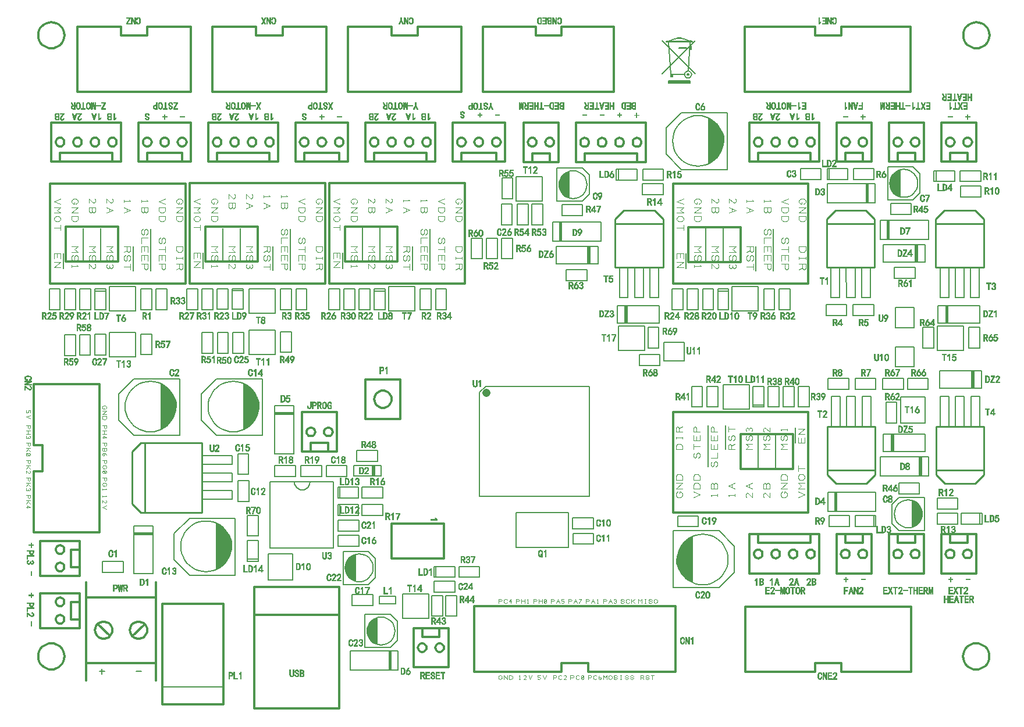
<source format=gbr>
%FSLAX23Y23*%
%MOIN*%
G04 EasyPC Gerber Version 13.0.2 Build 2807 *
%ADD108C,0.00100*%
%ADD110C,0.00300*%
%ADD107C,0.00400*%
%ADD82C,0.00500*%
%ADD109C,0.00600*%
%ADD106C,0.00800*%
%ADD111C,0.00900*%
%ADD83C,0.01200*%
%ADD12C,0.04500*%
X0Y0D02*
D02*
D12*
X17871Y17759D02*
Y17760D01*
X17870*
D02*
D82*
X15428Y18237D02*
Y18356D01*
X15366*
Y18237*
X15428*
X15447Y18561D02*
X15446Y18474D01*
X15516Y18237D02*
Y18356D01*
X15453*
Y18237*
X15516*
X15517Y17974D02*
Y18093D01*
X15455*
Y17974*
X15517*
X15539Y18094D02*
Y17976D01*
X15601*
Y18094*
X15539*
X15603Y18237D02*
Y18356D01*
X15541*
Y18237*
X15603*
X15627Y18356D02*
Y18237D01*
X15690*
Y18356*
X15627*
X15689Y18344D02*
X15629D01*
X15690Y17977D02*
Y18096D01*
X15627*
Y17977*
X15690*
X15709Y18229D02*
X15859D01*
Y18369*
X15709*
Y18230*
X15789Y16793D02*
X15671D01*
Y16731*
X15789*
Y16793*
X15846Y18599D02*
Y18461D01*
X15860Y18106D02*
X15710D01*
Y17966*
X15860*
Y18105*
X15891Y18098D02*
Y17979D01*
X15953*
Y18098*
X15891*
X15947Y18699D02*
X15947Y18461D01*
X15953Y18237D02*
Y18356D01*
X15891*
Y18237*
X15953*
X15961Y16957D02*
X15851D01*
Y16947*
X15961*
Y16957*
X15851Y16948D02*
X15961D01*
X15851Y16951D02*
X15961D01*
X15851Y16954D02*
X15961D01*
Y16997D02*
X15851D01*
Y16722*
X15961*
Y16997*
X16008Y17551D02*
X16025Y17562D01*
X16041Y17575*
X16055Y17590*
X16068Y17607*
X16078Y17625*
X16085Y17645*
X16090Y17665*
X16093Y17685*
X16093Y17706*
X16086Y17725*
X16077Y17743*
X16067Y17760*
X16054Y17775*
X16039Y17789*
X16023Y17801*
X16006Y17811*
Y17549*
X16008Y17551*
X16006D02*
X16008D01*
X16006Y17554D02*
X16013D01*
X16006Y17557D02*
X16018D01*
X16006Y17560D02*
X16022D01*
X16006Y17563D02*
X16027D01*
X16006Y17566D02*
X16031D01*
X16006Y17569D02*
X16034D01*
X16006Y17572D02*
X16038D01*
X16006Y17575D02*
X16041D01*
X16006Y17578D02*
X16044D01*
X16006Y17581D02*
X16047D01*
X16006Y17584D02*
X16050D01*
X16006Y17587D02*
X16053D01*
X16006Y17590D02*
X16055D01*
X16006Y17593D02*
X16058D01*
X16006Y17596D02*
X16060D01*
X16006Y17599D02*
X16062D01*
X16006Y17602D02*
X16064D01*
X16006Y17605D02*
X16066D01*
X16006Y17608D02*
X16068D01*
X16006Y17611D02*
X16070D01*
X16006Y17614D02*
X16072D01*
X16006Y17617D02*
X16074D01*
X16006Y17620D02*
X16075D01*
X16006Y17623D02*
X16077D01*
X16006Y17626D02*
X16078D01*
X16006Y17629D02*
X16079D01*
X16006Y17632D02*
X16081D01*
X16006Y17635D02*
X16082D01*
X16006Y17638D02*
X16083D01*
X16006Y17641D02*
X16084D01*
X16006Y17644D02*
X16085D01*
X16006Y17647D02*
X16086D01*
X16006Y17650D02*
X16087D01*
X16006Y17653D02*
X16088D01*
X16006Y17656D02*
X16088D01*
X16006Y17659D02*
X16089D01*
X16006Y17662D02*
X16090D01*
X16006Y17665D02*
X16090D01*
X16006Y17668D02*
X16091D01*
X16006Y17671D02*
X16091D01*
X16006Y17674D02*
X16092D01*
X16006Y17677D02*
X16092D01*
X16006Y17680D02*
X16092D01*
X16006Y17683D02*
X16093D01*
X16006Y17686D02*
X16093D01*
X16006Y17689D02*
X16093D01*
X16006Y17692D02*
X16093D01*
X16006Y17695D02*
X16093D01*
X16006Y17698D02*
X16093D01*
X16006Y17701D02*
X16093D01*
X16006Y17704D02*
X16093D01*
X16006Y17707D02*
X16092D01*
X16006Y17710D02*
X16091D01*
X16006Y17713D02*
X16090D01*
X16006Y17716D02*
X16089D01*
X16006Y17719D02*
X16088D01*
X16006Y17722D02*
X16087D01*
X16006Y17725D02*
X16086D01*
X16006Y17728D02*
X16085D01*
X16006Y17731D02*
X16083D01*
X16006Y17734D02*
X16082D01*
X16006Y17737D02*
X16081D01*
X16006Y17740D02*
X16079D01*
X16006Y17743D02*
X16077D01*
X16006Y17746D02*
X16076D01*
X16006Y17749D02*
X16074D01*
X16006Y17752D02*
X16072D01*
X16006Y17755D02*
X16070D01*
X16006Y17758D02*
X16068D01*
X16006Y17761D02*
X16066D01*
X16006Y17764D02*
X16063D01*
X16006Y17767D02*
X16061D01*
X16006Y17770D02*
X16058D01*
X16006Y17773D02*
X16056D01*
X16006Y17776D02*
X16053D01*
X16006Y17779D02*
X16050D01*
X16006Y17782D02*
X16047D01*
X16006Y17785D02*
X16044D01*
X16006Y17788D02*
X16040D01*
X16006Y17791D02*
X16037D01*
X16006Y17794D02*
X16033D01*
X16006Y17797D02*
X16028D01*
X16006Y17800D02*
X16024D01*
X16006Y17803D02*
X16019D01*
X16006Y17806D02*
X16014D01*
X16006Y17809D02*
X16008D01*
X16015Y16074D02*
X16365D01*
X16041Y18237D02*
Y18356D01*
X15978*
Y18237*
X16041*
X16091Y17681D02*
X16089Y17701D01*
X16085Y17722*
X16077Y17741*
X16068Y17759*
X16055Y17776*
X16041Y17790*
X16024Y17803*
X16006Y17813*
X15986Y17820*
X15966Y17824*
X15946Y17826*
X15925Y17824*
X15905Y17820*
X15885Y17813*
X15867Y17803*
X15851Y17790*
X15836Y17776*
X15824Y17759*
X15814Y17741*
X15806Y17722*
X15802Y17701*
X15801Y17681*
X15802Y17660*
X15806Y17640*
X15814Y17620*
X15824Y17602*
X15836Y17586*
X15851Y17571*
X15867Y17559*
X15885Y17549*
X15905Y17542*
X15925Y17537*
X15946Y17536*
X15966Y17537*
X15986Y17542*
X16006Y17549*
X16024Y17559*
X16040Y17571*
X16055Y17586*
X16068Y17602*
X16077Y17620*
X16085Y17640*
X16089Y17660*
X16091Y17681*
X16113Y17841D02*
X15850D01*
X15763Y17754*
Y17604*
X15850Y17516*
X16113*
Y17841*
X16217Y18238D02*
Y18356D01*
X16154*
Y18238*
X16217*
X16247Y18562D02*
X16247Y18474D01*
X16304Y18238D02*
Y18356D01*
X16242*
Y18238*
X16304*
X16304Y17987D02*
Y18106D01*
X16242*
Y17987*
X16304*
X16326Y16751D02*
X16344Y16762D01*
X16360Y16775*
X16374Y16790*
X16387Y16807*
X16397Y16825*
X16404Y16844*
X16409Y16864*
X16412Y16885*
X16411Y16906*
X16405Y16924*
X16396Y16942*
X16385Y16959*
X16373Y16975*
X16358Y16988*
X16342Y17000*
X16324Y17010*
Y16749*
X16326Y16751*
X16324D02*
X16326D01*
X16324Y16754D02*
X16332D01*
X16324Y16757D02*
X16337D01*
X16324Y16760D02*
X16341D01*
X16324Y16763D02*
X16345D01*
X16324Y16766D02*
X16349D01*
X16324Y16769D02*
X16353D01*
X16324Y16772D02*
X16357D01*
X16324Y16775D02*
X16360D01*
X16324Y16778D02*
X16363D01*
X16324Y16781D02*
X16366D01*
X16324Y16784D02*
X16369D01*
X16324Y16787D02*
X16372D01*
X16324Y16790D02*
X16374D01*
X16324Y16793D02*
X16377D01*
X16324Y16796D02*
X16379D01*
X16324Y16799D02*
X16381D01*
X16324Y16802D02*
X16383D01*
X16324Y16805D02*
X16385D01*
X16324Y16808D02*
X16387D01*
X16324Y16811D02*
X16389D01*
X16324Y16814D02*
X16391D01*
X16324Y16817D02*
X16392D01*
X16324Y16820D02*
X16394D01*
X16324Y16823D02*
X16395D01*
X16324Y16826D02*
X16397D01*
X16324Y16829D02*
X16398D01*
X16324Y16832D02*
X16400D01*
X16324Y16835D02*
X16401D01*
X16324Y16838D02*
X16402D01*
X16324Y16841D02*
X16403D01*
X16324Y16844D02*
X16404D01*
X16324Y16847D02*
X16405D01*
X16324Y16850D02*
X16406D01*
X16324Y16853D02*
X16407D01*
X16324Y16856D02*
X16407D01*
X16324Y16859D02*
X16408D01*
X16324Y16862D02*
X16409D01*
X16324Y16865D02*
X16409D01*
X16324Y16868D02*
X16410D01*
X16324Y16871D02*
X16410D01*
X16324Y16874D02*
X16411D01*
X16324Y16877D02*
X16411D01*
X16324Y16880D02*
X16411D01*
X16324Y16883D02*
X16411D01*
X16324Y16886D02*
X16412D01*
X16324Y16889D02*
X16412D01*
X16324Y16892D02*
X16412D01*
X16324Y16895D02*
X16412D01*
X16324Y16898D02*
X16412D01*
X16324Y16901D02*
X16412D01*
X16324Y16904D02*
X16412D01*
X16324Y16907D02*
X16411D01*
X16324Y16910D02*
X16410D01*
X16324Y16913D02*
X16409D01*
X16324Y16916D02*
X16408D01*
X16324Y16919D02*
X16407D01*
X16324Y16922D02*
X16406D01*
X16324Y16925D02*
X16405D01*
X16324Y16928D02*
X16404D01*
X16324Y16931D02*
X16402D01*
X16324Y16934D02*
X16401D01*
X16324Y16937D02*
X16399D01*
X16324Y16940D02*
X16398D01*
X16324Y16943D02*
X16396D01*
X16324Y16946D02*
X16394D01*
X16324Y16949D02*
X16393D01*
X16324Y16952D02*
X16391D01*
X16324Y16955D02*
X16389D01*
X16324Y16958D02*
X16387D01*
X16324Y16961D02*
X16384D01*
X16324Y16964D02*
X16382D01*
X16324Y16967D02*
X16380D01*
X16324Y16970D02*
X16377D01*
X16324Y16973D02*
X16375D01*
X16324Y16976D02*
X16372D01*
X16324Y16979D02*
X16369D01*
X16324Y16982D02*
X16366D01*
X16324Y16985D02*
X16362D01*
X16324Y16988D02*
X16359D01*
X16324Y16991D02*
X16355D01*
X16324Y16994D02*
X16351D01*
X16324Y16997D02*
X16347D01*
X16324Y17000D02*
X16343D01*
X16324Y17003D02*
X16338D01*
X16324Y17006D02*
X16333D01*
X16324Y17009D02*
X16327D01*
X16329Y18107D02*
Y17988D01*
X16392*
Y18107*
X16329*
X16390Y18239D02*
Y18358D01*
X16328*
Y18239*
X16390*
X16409Y16880D02*
X16408Y16901D01*
X16404Y16921*
X16396Y16940*
X16386Y16958*
X16374Y16975*
X16359Y16990*
X16343Y17002*
X16325Y17012*
X16305Y17019*
X16285Y17023*
X16264Y17025*
X16244Y17023*
X16224Y17019*
X16204Y17012*
X16186Y17002*
X16170Y16990*
X16155Y16975*
X16142Y16958*
X16133Y16940*
X16125Y16921*
X16121Y16901*
X16119Y16880*
X16121Y16859*
X16125Y16839*
X16133Y16820*
X16142Y16802*
X16155Y16785*
X16169Y16770*
X16186Y16758*
X16204Y16748*
X16224Y16741*
X16244Y16736*
X16264Y16735*
X16285Y16736*
X16305Y16741*
X16325Y16748*
X16343Y16758*
X16359Y16770*
X16374Y16785*
X16386Y16802*
X16396Y16820*
X16404Y16839*
X16408Y16859*
X16409Y16880*
X16414Y18358D02*
Y18239D01*
X16477*
Y18358*
X16414*
X16431Y17040D02*
X16169D01*
X16081Y16953*
Y16803*
X16169Y16715*
X16431*
Y17040*
X16446Y17411D02*
Y17292D01*
X16508*
Y17411*
X16446*
X16476Y18346D02*
X16416D01*
X16479Y17987D02*
Y18106D01*
X16417*
Y17987*
X16479*
X16483Y17551D02*
X16500Y17562D01*
X16516Y17575*
X16530Y17590*
X16543Y17607*
X16553Y17625*
X16560Y17645*
X16565Y17665*
X16568Y17685*
X16567Y17706*
X16561Y17725*
X16552Y17743*
X16542Y17760*
X16529Y17775*
X16514Y17789*
X16498Y17801*
X16481Y17811*
Y17549*
X16483Y17551*
X16481D02*
X16483D01*
X16481Y17554D02*
X16488D01*
X16481Y17557D02*
X16493D01*
X16481Y17560D02*
X16497D01*
X16481Y17563D02*
X16502D01*
X16481Y17566D02*
X16506D01*
X16481Y17569D02*
X16509D01*
X16481Y17572D02*
X16513D01*
X16481Y17575D02*
X16516D01*
X16481Y17578D02*
X16519D01*
X16481Y17581D02*
X16522D01*
X16481Y17584D02*
X16525D01*
X16481Y17587D02*
X16528D01*
X16481Y17590D02*
X16530D01*
X16481Y17593D02*
X16533D01*
X16481Y17596D02*
X16535D01*
X16481Y17599D02*
X16537D01*
X16481Y17602D02*
X16539D01*
X16481Y17605D02*
X16541D01*
X16481Y17608D02*
X16543D01*
X16481Y17611D02*
X16545D01*
X16481Y17614D02*
X16547D01*
X16481Y17617D02*
X16549D01*
X16481Y17620D02*
X16550D01*
X16481Y17623D02*
X16552D01*
X16481Y17626D02*
X16553D01*
X16481Y17629D02*
X16554D01*
X16481Y17632D02*
X16556D01*
X16481Y17635D02*
X16557D01*
X16481Y17638D02*
X16558D01*
X16481Y17641D02*
X16559D01*
X16481Y17644D02*
X16560D01*
X16481Y17647D02*
X16561D01*
X16481Y17650D02*
X16562D01*
X16481Y17653D02*
X16563D01*
X16481Y17656D02*
X16563D01*
X16481Y17659D02*
X16564D01*
X16481Y17662D02*
X16565D01*
X16481Y17665D02*
X16565D01*
X16481Y17668D02*
X16566D01*
X16481Y17671D02*
X16566D01*
X16481Y17674D02*
X16567D01*
X16481Y17677D02*
X16567D01*
X16481Y17680D02*
X16567D01*
X16481Y17683D02*
X16568D01*
X16481Y17686D02*
X16568D01*
X16481Y17689D02*
X16568D01*
X16481Y17692D02*
X16568D01*
X16481Y17695D02*
X16568D01*
X16481Y17698D02*
X16568D01*
X16481Y17701D02*
X16568D01*
X16481Y17704D02*
X16568D01*
X16481Y17707D02*
X16567D01*
X16481Y17710D02*
X16566D01*
X16481Y17713D02*
X16565D01*
X16481Y17716D02*
X16564D01*
X16481Y17719D02*
X16563D01*
X16481Y17722D02*
X16562D01*
X16481Y17725D02*
X16561D01*
X16481Y17728D02*
X16560D01*
X16481Y17731D02*
X16558D01*
X16481Y17734D02*
X16557D01*
X16481Y17737D02*
X16556D01*
X16481Y17740D02*
X16554D01*
X16481Y17743D02*
X16552D01*
X16481Y17746D02*
X16551D01*
X16481Y17749D02*
X16549D01*
X16481Y17752D02*
X16547D01*
X16481Y17755D02*
X16545D01*
X16481Y17758D02*
X16543D01*
X16481Y17761D02*
X16541D01*
X16481Y17764D02*
X16538D01*
X16481Y17767D02*
X16536D01*
X16481Y17770D02*
X16533D01*
X16481Y17773D02*
X16531D01*
X16481Y17776D02*
X16528D01*
X16481Y17779D02*
X16525D01*
X16481Y17782D02*
X16522D01*
X16481Y17785D02*
X16519D01*
X16481Y17788D02*
X16515D01*
X16481Y17791D02*
X16512D01*
X16481Y17794D02*
X16508D01*
X16481Y17797D02*
X16503D01*
X16481Y17800D02*
X16499D01*
X16481Y17803D02*
X16494D01*
X16481Y17806D02*
X16489D01*
X16481Y17809D02*
X16483D01*
X16501Y16807D02*
X16561D01*
X16509Y17137D02*
Y17256D01*
X16447*
Y17137*
X16509*
X16510Y18217D02*
X16660D01*
Y18357*
X16510*
Y18218*
X16563Y16795D02*
Y16914D01*
X16500*
Y16795*
X16563*
Y16939D02*
Y17057D01*
X16500*
Y16939*
X16563*
X16566Y17681D02*
X16564Y17701D01*
X16560Y17722*
X16552Y17741*
X16543Y17759*
X16530Y17776*
X16516Y17790*
X16499Y17803*
X16481Y17813*
X16461Y17820*
X16441Y17824*
X16421Y17826*
X16400Y17824*
X16380Y17820*
X16360Y17813*
X16342Y17803*
X16326Y17790*
X16311Y17776*
X16299Y17759*
X16289Y17741*
X16281Y17722*
X16277Y17701*
X16276Y17681*
X16277Y17660*
X16281Y17640*
X16289Y17620*
X16299Y17602*
X16311Y17586*
X16326Y17571*
X16342Y17559*
X16360Y17549*
X16380Y17542*
X16400Y17537*
X16421Y17536*
X16441Y17537*
X16461Y17542*
X16481Y17549*
X16499Y17559*
X16515Y17571*
X16530Y17586*
X16543Y17602*
X16552Y17620*
X16560Y17640*
X16564Y17660*
X16566Y17681*
X16588Y17841D02*
X16325D01*
X16238Y17754*
Y17604*
X16325Y17516*
X16588*
Y17841*
X16620Y16836D02*
Y16686D01*
X16760*
Y16836*
X16621*
X16630Y17249D02*
Y16869D01*
X16994*
Y17249*
X16630*
X16647Y18599D02*
Y18462D01*
X16660Y18119D02*
X16510D01*
Y17979*
X16660*
Y18118*
X16691Y18111D02*
Y17992D01*
X16753*
Y18111*
X16691*
X16747Y18699D02*
X16747Y18462D01*
X16754Y18238D02*
Y18356D01*
X16692*
Y18238*
X16754*
X16767Y17646D02*
X16658D01*
Y17636*
X16767*
Y17646*
X16658Y17637D02*
X16767D01*
X16658Y17640D02*
X16767D01*
X16658Y17643D02*
X16767D01*
Y17686D02*
X16658D01*
Y17411*
X16767*
Y17686*
X16777Y17343D02*
X16658D01*
Y17281*
X16777*
Y17343*
X16842Y18238D02*
Y18356D01*
X16779*
Y18238*
X16842*
X16860Y17249D02*
X16858Y17237D01*
X16854Y17226*
X16847Y17217*
X16838Y17210*
X16827Y17205*
X16815Y17204*
X16803Y17205*
X16793Y17210*
X16783Y17217*
X16776Y17226*
X16772Y17237*
X16770Y17249*
X16927Y17343D02*
X16808D01*
Y17281*
X16927*
Y17343*
X16953Y17279D02*
X17072D01*
Y17342*
X16953*
Y17279*
X17019Y17058D02*
X17138D01*
Y17121*
X17019*
Y17058*
X17019Y17158D02*
X17138D01*
Y17221*
X17019*
Y17158*
X17029Y18238D02*
Y18356D01*
X16967*
Y18238*
X17029*
X17031Y17120D02*
Y17060D01*
X17031Y17220D02*
Y17160D01*
X17047Y18562D02*
X17047Y18474D01*
X17050Y16661D02*
X17195D01*
X17235Y16701*
Y16811*
X17195Y16851*
X17050*
Y16661*
X17062Y16757D02*
X17063Y16741D01*
X17068Y16726*
X17075Y16712*
X17085Y16700*
X17097Y16690*
X17111Y16683*
X17126Y16678*
X17142Y16677*
X17158Y16678*
X17173Y16683*
X17186Y16690*
X17198Y16700*
X17208Y16712*
X17216Y16726*
X17220Y16741*
X17222Y16757*
X17220Y16772*
X17216Y16787*
X17208Y16801*
X17199Y16813*
X17186Y16823*
X17173Y16831*
X17158Y16835*
X17142Y16837*
X17126Y16835*
X17111Y16831*
X17097Y16823*
X17085Y16813*
X17075Y16801*
X17068Y16787*
X17063Y16772*
X17062Y16757*
X17101Y16539D02*
X17219D01*
Y16602*
X17101*
Y16539*
X17110Y16691D02*
Y16821D01*
X17117Y18238D02*
Y18356D01*
X17054*
Y18238*
X17117*
X17120Y16681D02*
X17106Y16687D01*
X17093Y16696*
X17082Y16706*
X17073Y16719*
X17067Y16733*
X17064Y16749*
Y16764*
X17067Y16779*
X17073Y16793*
X17082Y16806*
X17093Y16817*
X17106Y16825*
X17120Y16831*
Y16681*
X17112Y16684D02*
X17120D01*
X17105Y16687D02*
X17120D01*
X17100Y16690D02*
X17120D01*
X17096Y16693D02*
X17120D01*
X17092Y16696D02*
X17120D01*
X17089Y16699D02*
X17120D01*
X17086Y16702D02*
X17120D01*
X17083Y16705D02*
X17120D01*
X17080Y16708D02*
X17120D01*
X17078Y16711D02*
X17120D01*
X17076Y16714D02*
X17120D01*
X17074Y16717D02*
X17120D01*
X17073Y16720D02*
X17120D01*
X17071Y16723D02*
X17120D01*
X17070Y16726D02*
X17120D01*
X17069Y16729D02*
X17120D01*
X17068Y16732D02*
X17120D01*
X17067Y16735D02*
X17120D01*
X17066Y16738D02*
X17120D01*
X17065Y16741D02*
X17120D01*
X17065Y16744D02*
X17120D01*
X17065Y16747D02*
X17120D01*
X17064Y16750D02*
X17120D01*
X17064Y16753D02*
X17120D01*
X17064Y16756D02*
X17120D01*
X17064Y16759D02*
X17120D01*
X17064Y16762D02*
X17120D01*
X17065Y16765D02*
X17120D01*
X17065Y16768D02*
X17120D01*
X17065Y16771D02*
X17120D01*
X17066Y16774D02*
X17120D01*
X17067Y16777D02*
X17120D01*
X17068Y16780D02*
X17120D01*
X17069Y16783D02*
X17120D01*
X17070Y16786D02*
X17120D01*
X17071Y16789D02*
X17120D01*
X17073Y16792D02*
X17120D01*
X17074Y16795D02*
X17120D01*
X17076Y16798D02*
X17120D01*
X17078Y16801D02*
X17120D01*
X17080Y16804D02*
X17120D01*
X17083Y16807D02*
X17120D01*
X17086Y16810D02*
X17120D01*
X17089Y16813D02*
X17120D01*
X17092Y16816D02*
X17120D01*
X17096Y16819D02*
X17120D01*
X17100Y16822D02*
X17120D01*
X17105Y16825D02*
X17120D01*
X17112Y16828D02*
X17120D01*
X17128Y17367D02*
X17247D01*
Y17429*
X17128*
Y17367*
X17139Y16943D02*
X17021D01*
Y16881*
X17139*
Y16943*
Y17031D02*
X17021D01*
Y16968*
X17139*
Y17031*
X17157Y17058D02*
X17276D01*
Y17121*
X17157*
Y17058*
Y17158D02*
X17276D01*
Y17221*
X17157*
Y17158*
X17175Y16299D02*
X17320D01*
X17360Y16339*
Y16449*
X17320Y16489*
X17175*
Y16299*
X17187Y16394D02*
X17188Y16379D01*
X17193Y16364*
X17200Y16350*
X17210Y16338*
X17222Y16328*
X17236Y16320*
X17251Y16316*
X17267Y16314*
X17283Y16316*
X17298Y16320*
X17311Y16328*
X17323Y16338*
X17333Y16350*
X17341Y16364*
X17345Y16379*
X17347Y16394*
X17345Y16410*
X17341Y16425*
X17333Y16439*
X17324Y16451*
X17311Y16461*
X17298Y16468*
X17283Y16473*
X17267Y16474*
X17251Y16473*
X17236Y16468*
X17222Y16461*
X17210Y16451*
X17200Y16439*
X17193Y16425*
X17188Y16410*
X17187Y16394*
X17204Y18238D02*
Y18356D01*
X17142*
Y18238*
X17204*
X17228Y18356D02*
Y18238D01*
X17290*
Y18356*
X17228*
X17229Y17343D02*
X17216D01*
Y17284*
X17229*
Y17343*
X17216Y17286D02*
X17229D01*
X17216Y17289D02*
X17229D01*
X17216Y17292D02*
X17229D01*
X17216Y17295D02*
X17229D01*
X17216Y17298D02*
X17229D01*
X17216Y17301D02*
X17229D01*
X17216Y17304D02*
X17229D01*
X17216Y17307D02*
X17229D01*
X17216Y17310D02*
X17229D01*
X17216Y17313D02*
X17229D01*
X17216Y17316D02*
X17229D01*
X17216Y17319D02*
X17229D01*
X17216Y17322D02*
X17229D01*
X17216Y17325D02*
X17229D01*
X17216Y17328D02*
X17229D01*
X17216Y17331D02*
X17229D01*
X17216Y17334D02*
X17229D01*
X17216Y17337D02*
X17229D01*
X17216Y17340D02*
X17229D01*
X17235Y16329D02*
Y16459D01*
X17245Y16319D02*
X17231Y16325D01*
X17218Y16333*
X17207Y16344*
X17198Y16357*
X17192Y16371*
X17189Y16386*
Y16401*
X17192Y16417*
X17198Y16431*
X17207Y16444*
X17218Y16454*
X17231Y16463*
X17245Y16469*
Y16319*
X17237Y16322D02*
X17245D01*
X17230Y16325D02*
X17245D01*
X17225Y16328D02*
X17245D01*
X17221Y16331D02*
X17245D01*
X17217Y16334D02*
X17245D01*
X17214Y16337D02*
X17245D01*
X17211Y16340D02*
X17245D01*
X17208Y16343D02*
X17245D01*
X17205Y16346D02*
X17245D01*
X17203Y16349D02*
X17245D01*
X17201Y16352D02*
X17245D01*
X17199Y16355D02*
X17245D01*
X17198Y16358D02*
X17245D01*
X17196Y16361D02*
X17245D01*
X17195Y16364D02*
X17245D01*
X17194Y16367D02*
X17245D01*
X17193Y16370D02*
X17245D01*
X17192Y16373D02*
X17245D01*
X17191Y16376D02*
X17245D01*
X17190Y16379D02*
X17245D01*
X17190Y16382D02*
X17245D01*
X17190Y16385D02*
X17245D01*
X17189Y16388D02*
X17245D01*
X17189Y16391D02*
X17245D01*
X17189Y16394D02*
X17245D01*
X17189Y16397D02*
X17245D01*
X17189Y16400D02*
X17245D01*
X17190Y16403D02*
X17245D01*
X17190Y16406D02*
X17245D01*
X17190Y16409D02*
X17245D01*
X17191Y16412D02*
X17245D01*
X17192Y16415D02*
X17245D01*
X17193Y16418D02*
X17245D01*
X17194Y16421D02*
X17245D01*
X17195Y16424D02*
X17245D01*
X17196Y16427D02*
X17245D01*
X17198Y16430D02*
X17245D01*
X17199Y16433D02*
X17245D01*
X17201Y16436D02*
X17245D01*
X17203Y16439D02*
X17245D01*
X17205Y16442D02*
X17245D01*
X17208Y16445D02*
X17245D01*
X17211Y16448D02*
X17245D01*
X17214Y16451D02*
X17245D01*
X17217Y16454D02*
X17245D01*
X17221Y16457D02*
X17245D01*
X17225Y16460D02*
X17245D01*
X17230Y16463D02*
X17245D01*
X17237Y16466D02*
X17245D01*
X17268Y17343D02*
X17110D01*
Y17284*
X17268*
Y17343*
X17290Y18345D02*
X17230D01*
X17310Y18229D02*
X17460D01*
Y18369*
X17310*
Y18230*
X17325Y16171D02*
Y16281D01*
X17315*
Y16171*
X17325*
X17315D02*
X17325D01*
X17315Y16174D02*
X17325D01*
X17315Y16177D02*
X17325D01*
X17315Y16180D02*
X17325D01*
X17315Y16183D02*
X17325D01*
X17315Y16186D02*
X17325D01*
X17315Y16189D02*
X17325D01*
X17315Y16192D02*
X17325D01*
X17315Y16195D02*
X17325D01*
X17315Y16198D02*
X17325D01*
X17315Y16201D02*
X17325D01*
X17315Y16204D02*
X17325D01*
X17315Y16207D02*
X17325D01*
X17315Y16210D02*
X17325D01*
X17315Y16213D02*
X17325D01*
X17315Y16216D02*
X17325D01*
X17315Y16219D02*
X17325D01*
X17315Y16222D02*
X17325D01*
X17315Y16225D02*
X17325D01*
X17315Y16228D02*
X17325D01*
X17315Y16231D02*
X17325D01*
X17315Y16234D02*
X17325D01*
X17315Y16237D02*
X17325D01*
X17315Y16240D02*
X17325D01*
X17315Y16243D02*
X17325D01*
X17315Y16246D02*
X17325D01*
X17315Y16249D02*
X17325D01*
X17315Y16252D02*
X17325D01*
X17315Y16255D02*
X17325D01*
X17315Y16258D02*
X17325D01*
X17315Y16261D02*
X17325D01*
X17315Y16264D02*
X17325D01*
X17315Y16267D02*
X17325D01*
X17315Y16270D02*
X17325D01*
X17315Y16273D02*
X17325D01*
X17315Y16276D02*
X17325D01*
X17315Y16279D02*
X17325D01*
X17350Y16593D02*
X17256D01*
Y16549*
X17350*
Y16593*
X17365Y16171D02*
Y16281D01*
X17090*
Y16171*
X17365*
X17390Y16466D02*
X17540D01*
Y16606*
X17390*
Y16467*
X17447Y18599D02*
Y18462D01*
X17547Y18699D02*
Y18462D01*
X17554Y18238D02*
Y18356D01*
X17492*
Y18238*
X17554*
X17558Y16598D02*
Y16479D01*
X17621*
Y16598*
X17558*
X17570Y16703D02*
X17689D01*
Y16765*
X17570*
Y16703*
X17582Y16765D02*
Y16705D01*
X17642Y18238D02*
Y18356D01*
X17579*
Y18238*
X17642*
X17689Y16681D02*
X17571D01*
Y16618*
X17689*
Y16681*
X17699Y16479D02*
Y16598D01*
X17637*
Y16479*
X17699*
X17713Y16703D02*
X17832D01*
Y16765*
X17713*
Y16703*
X17783Y18648D02*
Y18529D01*
X17846*
Y18648*
X17783*
X17832Y17762D02*
Y17168D01*
X18461*
Y17798*
X17867*
X17832Y17762*
X17871Y18648D02*
Y18529D01*
X17933*
Y18648*
X17871*
X17956Y18843D02*
Y18724D01*
X18018*
Y18843*
X17956*
X17958Y18648D02*
Y18529D01*
X18021*
Y18648*
X17958*
X17959Y18992D02*
Y18873D01*
X18021*
Y18992*
X17959*
X18109Y18724D02*
Y18843D01*
X18047*
Y18724*
X18109*
X18191Y19000D02*
X18041D01*
Y18860*
X18191*
Y18999*
X18194Y18724D02*
Y18843D01*
X18132*
Y18724*
X18194*
X18252Y18739D02*
Y18629D01*
X18527*
Y18739*
X18252*
X18275Y18859D02*
X18420D01*
X18460Y18899*
Y19009*
X18420Y19049*
X18275*
Y18859*
X18287Y18954D02*
X18288Y18939D01*
X18293Y18924*
X18300Y18910*
X18310Y18898*
X18322Y18888*
X18336Y18880*
X18351Y18876*
X18367Y18874*
X18383Y18876*
X18398Y18880*
X18411Y18888*
X18423Y18898*
X18433Y18910*
X18441Y18924*
X18445Y18939*
X18447Y18954*
X18445Y18970*
X18441Y18985*
X18433Y18999*
X18423Y19011*
X18411Y19021*
X18398Y19028*
X18383Y19033*
X18367Y19034*
X18351Y19033*
X18336Y19028*
X18322Y19021*
X18310Y19011*
X18300Y18999*
X18293Y18985*
X18288Y18970*
X18287Y18954*
X18292Y18739D02*
Y18629D01*
X18302*
Y18739*
X18292*
Y18631D02*
X18302D01*
X18292Y18634D02*
X18302D01*
X18292Y18637D02*
X18302D01*
X18292Y18640D02*
X18302D01*
X18292Y18643D02*
X18302D01*
X18292Y18646D02*
X18302D01*
X18292Y18649D02*
X18302D01*
X18292Y18652D02*
X18302D01*
X18292Y18655D02*
X18302D01*
X18292Y18658D02*
X18302D01*
X18292Y18661D02*
X18302D01*
X18292Y18664D02*
X18302D01*
X18292Y18667D02*
X18302D01*
X18292Y18670D02*
X18302D01*
X18292Y18673D02*
X18302D01*
X18292Y18676D02*
X18302D01*
X18292Y18679D02*
X18302D01*
X18292Y18682D02*
X18302D01*
X18292Y18685D02*
X18302D01*
X18292Y18688D02*
X18302D01*
X18292Y18691D02*
X18302D01*
X18292Y18694D02*
X18302D01*
X18292Y18697D02*
X18302D01*
X18292Y18700D02*
X18302D01*
X18292Y18703D02*
X18302D01*
X18292Y18706D02*
X18302D01*
X18292Y18709D02*
X18302D01*
X18292Y18712D02*
X18302D01*
X18292Y18715D02*
X18302D01*
X18292Y18718D02*
X18302D01*
X18292Y18721D02*
X18302D01*
X18292Y18724D02*
X18302D01*
X18292Y18727D02*
X18302D01*
X18292Y18730D02*
X18302D01*
X18292Y18733D02*
X18302D01*
X18292Y18736D02*
X18302D01*
X18303Y18777D02*
X18422D01*
Y18839*
X18303*
Y18777*
X18328Y18404D02*
X18447D01*
Y18467*
X18328*
Y18404*
X18335Y18889D02*
Y19019D01*
X18340Y17074D02*
X18040D01*
Y16874*
X18340*
Y17074*
X18345Y18879D02*
X18331Y18885D01*
X18318Y18893*
X18307Y18904*
X18298Y18917*
X18292Y18931*
X18289Y18946*
Y18961*
X18292Y18977*
X18298Y18991*
X18307Y19004*
X18318Y19014*
X18331Y19023*
X18345Y19029*
Y18879*
X18337Y18882D02*
X18345D01*
X18330Y18885D02*
X18345D01*
X18325Y18888D02*
X18345D01*
X18321Y18891D02*
X18345D01*
X18317Y18894D02*
X18345D01*
X18314Y18897D02*
X18345D01*
X18311Y18900D02*
X18345D01*
X18308Y18903D02*
X18345D01*
X18305Y18906D02*
X18345D01*
X18303Y18909D02*
X18345D01*
X18301Y18912D02*
X18345D01*
X18299Y18915D02*
X18345D01*
X18298Y18918D02*
X18345D01*
X18296Y18921D02*
X18345D01*
X18295Y18924D02*
X18345D01*
X18294Y18927D02*
X18345D01*
X18293Y18930D02*
X18345D01*
X18292Y18933D02*
X18345D01*
X18291Y18936D02*
X18345D01*
X18290Y18939D02*
X18345D01*
X18290Y18942D02*
X18345D01*
X18290Y18945D02*
X18345D01*
X18289Y18948D02*
X18345D01*
X18289Y18951D02*
X18345D01*
X18289Y18954D02*
X18345D01*
X18289Y18957D02*
X18345D01*
X18289Y18960D02*
X18345D01*
X18290Y18963D02*
X18345D01*
X18290Y18966D02*
X18345D01*
X18290Y18969D02*
X18345D01*
X18291Y18972D02*
X18345D01*
X18292Y18975D02*
X18345D01*
X18293Y18978D02*
X18345D01*
X18294Y18981D02*
X18345D01*
X18295Y18984D02*
X18345D01*
X18296Y18987D02*
X18345D01*
X18298Y18990D02*
X18345D01*
X18299Y18993D02*
X18345D01*
X18301Y18996D02*
X18345D01*
X18303Y18999D02*
X18345D01*
X18305Y19002D02*
X18345D01*
X18308Y19005D02*
X18345D01*
X18311Y19008D02*
X18345D01*
X18314Y19011D02*
X18345D01*
X18317Y19014D02*
X18345D01*
X18321Y19017D02*
X18345D01*
X18325Y19020D02*
X18345D01*
X18330Y19023D02*
X18345D01*
X18337Y19026D02*
X18345D01*
X18366Y16892D02*
X18484D01*
Y16954*
X18366*
Y16892*
X18465Y18599D02*
X18452D01*
Y18499*
X18465*
Y18599*
X18452Y18500D02*
X18465D01*
X18452Y18503D02*
X18465D01*
X18452Y18506D02*
X18465D01*
X18452Y18509D02*
X18465D01*
X18452Y18512D02*
X18465D01*
X18452Y18515D02*
X18465D01*
X18452Y18518D02*
X18465D01*
X18452Y18521D02*
X18465D01*
X18452Y18524D02*
X18465D01*
X18452Y18527D02*
X18465D01*
X18452Y18530D02*
X18465D01*
X18452Y18533D02*
X18465D01*
X18452Y18536D02*
X18465D01*
X18452Y18539D02*
X18465D01*
X18452Y18542D02*
X18465D01*
X18452Y18545D02*
X18465D01*
X18452Y18548D02*
X18465D01*
X18452Y18551D02*
X18465D01*
X18452Y18554D02*
X18465D01*
X18452Y18557D02*
X18465D01*
X18452Y18560D02*
X18465D01*
X18452Y18563D02*
X18465D01*
X18452Y18566D02*
X18465D01*
X18452Y18569D02*
X18465D01*
X18452Y18572D02*
X18465D01*
X18452Y18575D02*
X18465D01*
X18452Y18578D02*
X18465D01*
X18452Y18581D02*
X18465D01*
X18452Y18584D02*
X18465D01*
X18452Y18587D02*
X18465D01*
X18452Y18590D02*
X18465D01*
X18452Y18593D02*
X18465D01*
X18452Y18596D02*
X18465D01*
X18484Y17044D02*
X18365D01*
Y16981*
X18484*
Y17044*
X18510Y18599D02*
X18270D01*
Y18499*
X18510*
Y18599*
X18615Y18980D02*
X18734D01*
Y19042*
X18615*
Y18980*
X18620Y18161D02*
X18860D01*
Y18261*
X18620*
Y18161*
X18627Y19042D02*
Y18982D01*
X18627Y18004D02*
X18777D01*
Y18144*
X18627*
Y18005*
X18665Y18161D02*
X18677D01*
Y18261*
X18665*
Y18161*
X18677*
X18665Y18164D02*
X18677D01*
X18665Y18167D02*
X18677D01*
X18665Y18170D02*
X18677D01*
X18665Y18173D02*
X18677D01*
X18665Y18176D02*
X18677D01*
X18665Y18179D02*
X18677D01*
X18665Y18182D02*
X18677D01*
X18665Y18185D02*
X18677D01*
X18665Y18188D02*
X18677D01*
X18665Y18191D02*
X18677D01*
X18665Y18194D02*
X18677D01*
X18665Y18197D02*
X18677D01*
X18665Y18200D02*
X18677D01*
X18665Y18203D02*
X18677D01*
X18665Y18206D02*
X18677D01*
X18665Y18209D02*
X18677D01*
X18665Y18212D02*
X18677D01*
X18665Y18215D02*
X18677D01*
X18665Y18218D02*
X18677D01*
X18665Y18221D02*
X18677D01*
X18665Y18224D02*
X18677D01*
X18665Y18227D02*
X18677D01*
X18665Y18230D02*
X18677D01*
X18665Y18233D02*
X18677D01*
X18665Y18236D02*
X18677D01*
X18665Y18239D02*
X18677D01*
X18665Y18242D02*
X18677D01*
X18665Y18245D02*
X18677D01*
X18665Y18248D02*
X18677D01*
X18665Y18251D02*
X18677D01*
X18665Y18254D02*
X18677D01*
X18665Y18257D02*
X18677D01*
X18665Y18260D02*
X18677D01*
X18765Y18897D02*
X18884D01*
Y18959*
X18765*
Y18897*
X18766Y18979D02*
X18884D01*
Y19042*
X18766*
Y18979*
X18796Y18136D02*
Y18017D01*
X18858*
Y18136*
X18796*
X18864Y17981D02*
X18746D01*
Y17918*
X18864*
Y17981*
X18878Y19781D02*
X19068Y19591D01*
X18901Y19774D02*
X19049D01*
Y19776*
X18901*
Y19774*
X19049*
X18913Y19536D02*
X19038D01*
Y19549*
X18913*
Y19536*
X19038*
X18913Y19539D02*
X19038D01*
X18913Y19542D02*
X19038D01*
X18913Y19545D02*
X19038D01*
X18913Y19548D02*
X19038D01*
X18913Y19776D02*
X18930Y19784D01*
X18948Y19790*
X18966Y19792*
X18985*
X19003Y19790*
X19021Y19784*
X19038Y19776*
X18926Y19574D02*
X18938D01*
Y19586*
X18926*
Y19574*
X18938*
X18926Y19577D02*
X18938D01*
X18926Y19580D02*
X18938D01*
X18926Y19583D02*
X18938D01*
X18926Y19586D02*
X18938D01*
X18942Y16644D02*
X19205D01*
X19292Y16731*
Y16881*
X19205Y16969*
X18942*
Y16644*
X18963Y19798D02*
X18988D01*
Y19793*
X18963*
Y19798*
Y19795D02*
X18988D01*
X18964Y16804D02*
X18966Y16784D01*
X18970Y16763*
X18978Y16744*
X18987Y16726*
X19000Y16709*
X19014Y16695*
X19031Y16682*
X19049Y16672*
X19069Y16665*
X19089Y16661*
X19109Y16659*
X19130Y16661*
X19150Y16665*
X19170Y16672*
X19188Y16682*
X19204Y16695*
X19219Y16709*
X19231Y16726*
X19241Y16744*
X19249Y16763*
X19253Y16784*
X19254Y16804*
X19253Y16825*
X19249Y16845*
X19241Y16865*
X19231Y16883*
X19219Y16899*
X19204Y16914*
X19188Y16926*
X19170Y16936*
X19150Y16943*
X19130Y16948*
X19109Y16949*
X19089Y16948*
X19069Y16943*
X19049Y16936*
X19031Y16926*
X19015Y16914*
X19000Y16899*
X18987Y16883*
X18978Y16865*
X18970Y16845*
X18966Y16825*
X18964Y16804*
X18966Y16992D02*
X19084D01*
Y17054*
X18966*
Y16992*
X18973Y19736D02*
X19018D01*
Y19741*
X18973*
Y19736*
X19018*
X18973Y19739D02*
X19018D01*
X18997Y18237D02*
Y18356D01*
X18934*
Y18237*
X18997*
X19003Y18049D02*
X18888D01*
Y17944*
X19003*
Y18049*
X19015Y18561D02*
Y18474D01*
X19026Y19591D02*
X19022Y19590D01*
X19021Y19586*
X19022Y19583*
X19026Y19582*
X19029Y19583*
X19030Y19586*
X19029Y19590*
X19026Y19591*
X19024Y19582D02*
X19027D01*
X19021Y19585D02*
X19030D01*
X19021Y19588D02*
X19030D01*
X19026Y19606D02*
X19018Y19605D01*
X19012Y19601*
X19007Y19594*
X19006Y19586*
X19007Y19579*
X19012Y19572*
X19018Y19568*
X19026Y19566*
X19033Y19568*
X19040Y19572*
X19044Y19579*
X19046Y19586*
X19044Y19594*
X19040Y19601*
X19033Y19605*
X19026Y19606*
X19026D02*
X19019Y19605D01*
X19012Y19600*
X19007Y19594*
X19005Y19586*
X18926*
X18913Y19774*
X19038*
X19026Y19606*
X19038Y19730D02*
X19043D01*
Y19749*
X19038*
Y19730*
X19041Y19781D02*
X19038Y19780D01*
X19037Y19777*
X19038Y19775*
X19041Y19773*
X19044Y19775*
X19045Y19777*
X19044Y19780*
X19041Y19781*
X19037Y19775D02*
X19044D01*
X19037Y19778D02*
X19045D01*
X19046Y17798D02*
Y17679D01*
X19108*
Y17798*
X19046*
X19048Y16934D02*
X19030Y16923D01*
X19014Y16910*
X19000Y16895*
X18987Y16878*
X18977Y16860*
X18970Y16840*
X18965Y16820*
X18962Y16800*
X18963Y16779*
X18969Y16760*
X18978Y16742*
X18988Y16725*
X19001Y16710*
X19016Y16696*
X19032Y16684*
X19049Y16674*
Y16936*
X19048Y16934*
X19047Y16676D02*
X19049D01*
X19041Y16679D02*
X19049D01*
X19036Y16682D02*
X19049D01*
X19031Y16685D02*
X19049D01*
X19027Y16688D02*
X19049D01*
X19022Y16691D02*
X19049D01*
X19019Y16694D02*
X19049D01*
X19015Y16697D02*
X19049D01*
X19011Y16700D02*
X19049D01*
X19008Y16703D02*
X19049D01*
X19005Y16706D02*
X19049D01*
X19002Y16709D02*
X19049D01*
X18999Y16712D02*
X19049D01*
X18997Y16715D02*
X19049D01*
X18994Y16718D02*
X19049D01*
X18992Y16721D02*
X19049D01*
X18989Y16724D02*
X19049D01*
X18987Y16727D02*
X19049D01*
X18985Y16730D02*
X19049D01*
X18983Y16733D02*
X19049D01*
X18981Y16736D02*
X19049D01*
X18979Y16739D02*
X19049D01*
X18978Y16742D02*
X19049D01*
X18976Y16745D02*
X19049D01*
X18974Y16748D02*
X19049D01*
X18973Y16751D02*
X19049D01*
X18972Y16754D02*
X19049D01*
X18970Y16757D02*
X19049D01*
X18969Y16760D02*
X19049D01*
X18968Y16763D02*
X19049D01*
X18967Y16766D02*
X19049D01*
X18966Y16769D02*
X19049D01*
X18965Y16772D02*
X19049D01*
X18964Y16775D02*
X19049D01*
X18963Y16778D02*
X19049D01*
X18962Y16781D02*
X19049D01*
X18962Y16784D02*
X19049D01*
X18962Y16787D02*
X19049D01*
X18962Y16790D02*
X19049D01*
X18962Y16793D02*
X19049D01*
X18962Y16796D02*
X19049D01*
X18962Y16799D02*
X19049D01*
X18962Y16802D02*
X19049D01*
X18963Y16805D02*
X19049D01*
X18963Y16808D02*
X19049D01*
X18963Y16811D02*
X19049D01*
X18964Y16814D02*
X19049D01*
X18964Y16817D02*
X19049D01*
X18965Y16820D02*
X19049D01*
X18965Y16823D02*
X19049D01*
X18966Y16826D02*
X19049D01*
X18967Y16829D02*
X19049D01*
X18967Y16832D02*
X19049D01*
X18968Y16835D02*
X19049D01*
X18969Y16838D02*
X19049D01*
X18970Y16841D02*
X19049D01*
X18971Y16844D02*
X19049D01*
X18972Y16847D02*
X19049D01*
X18973Y16850D02*
X19049D01*
X18974Y16853D02*
X19049D01*
X18976Y16856D02*
X19049D01*
X18977Y16859D02*
X19049D01*
X18978Y16862D02*
X19049D01*
X18980Y16865D02*
X19049D01*
X18981Y16868D02*
X19049D01*
X18983Y16871D02*
X19049D01*
X18985Y16874D02*
X19049D01*
X18987Y16877D02*
X19049D01*
X18989Y16880D02*
X19049D01*
X18991Y16883D02*
X19049D01*
X18993Y16886D02*
X19049D01*
X18995Y16889D02*
X19049D01*
X18997Y16892D02*
X19049D01*
X19000Y16895D02*
X19049D01*
X19002Y16898D02*
X19049D01*
X19005Y16901D02*
X19049D01*
X19008Y16904D02*
X19049D01*
X19011Y16907D02*
X19049D01*
X19014Y16910D02*
X19049D01*
X19017Y16913D02*
X19049D01*
X19021Y16916D02*
X19049D01*
X19025Y16919D02*
X19049D01*
X19028Y16922D02*
X19049D01*
X19033Y16925D02*
X19049D01*
X19037Y16928D02*
X19049D01*
X19042Y16931D02*
X19049D01*
X19048Y16934D02*
X19049D01*
X19068Y19781D02*
X18878Y19591D01*
X19084Y18237D02*
Y18356D01*
X19022*
Y18237*
X19084*
X19133Y17798D02*
Y17679D01*
X19196*
Y17798*
X19133*
X19140Y17336D02*
X19140Y17574D01*
X19145Y19076D02*
X19163Y19087D01*
X19179Y19100*
X19193Y19115*
X19205Y19132*
X19215Y19150*
X19223Y19170*
X19228Y19190*
X19230Y19210*
X19230Y19231*
X19224Y19250*
X19215Y19268*
X19204Y19285*
X19191Y19300*
X19177Y19314*
X19161Y19326*
X19143Y19336*
Y19074*
X19145Y19076*
X19143D02*
X19145D01*
X19143Y19079D02*
X19150D01*
X19143Y19082D02*
X19155D01*
X19143Y19085D02*
X19160D01*
X19143Y19088D02*
X19164D01*
X19143Y19091D02*
X19168D01*
X19143Y19094D02*
X19172D01*
X19143Y19097D02*
X19175D01*
X19143Y19100D02*
X19179D01*
X19143Y19103D02*
X19182D01*
X19143Y19106D02*
X19185D01*
X19143Y19109D02*
X19188D01*
X19143Y19112D02*
X19190D01*
X19143Y19115D02*
X19193D01*
X19143Y19118D02*
X19195D01*
X19143Y19121D02*
X19198D01*
X19143Y19124D02*
X19200D01*
X19143Y19127D02*
X19202D01*
X19143Y19130D02*
X19204D01*
X19143Y19133D02*
X19206D01*
X19143Y19136D02*
X19208D01*
X19143Y19139D02*
X19209D01*
X19143Y19142D02*
X19211D01*
X19143Y19145D02*
X19213D01*
X19143Y19148D02*
X19214D01*
X19143Y19151D02*
X19216D01*
X19143Y19154D02*
X19217D01*
X19143Y19157D02*
X19218D01*
X19143Y19160D02*
X19219D01*
X19143Y19163D02*
X19221D01*
X19143Y19166D02*
X19222D01*
X19143Y19169D02*
X19223D01*
X19143Y19172D02*
X19224D01*
X19143Y19175D02*
X19224D01*
X19143Y19178D02*
X19225D01*
X19143Y19181D02*
X19226D01*
X19143Y19184D02*
X19227D01*
X19143Y19187D02*
X19227D01*
X19143Y19190D02*
X19228D01*
X19143Y19193D02*
X19228D01*
X19143Y19196D02*
X19229D01*
X19143Y19199D02*
X19229D01*
X19143Y19202D02*
X19230D01*
X19143Y19205D02*
X19230D01*
X19143Y19208D02*
X19230D01*
X19143Y19211D02*
X19230D01*
X19143Y19214D02*
X19230D01*
X19143Y19217D02*
X19230D01*
X19143Y19220D02*
X19230D01*
X19143Y19223D02*
X19230D01*
X19143Y19226D02*
X19230D01*
X19143Y19229D02*
X19230D01*
X19143Y19232D02*
X19230D01*
X19143Y19235D02*
X19229D01*
X19143Y19238D02*
X19228D01*
X19143Y19241D02*
X19227D01*
X19143Y19244D02*
X19226D01*
X19143Y19247D02*
X19225D01*
X19143Y19250D02*
X19224D01*
X19143Y19253D02*
X19222D01*
X19143Y19256D02*
X19221D01*
X19143Y19259D02*
X19220D01*
X19143Y19262D02*
X19218D01*
X19143Y19265D02*
X19216D01*
X19143Y19268D02*
X19215D01*
X19143Y19271D02*
X19213D01*
X19143Y19274D02*
X19211D01*
X19143Y19277D02*
X19209D01*
X19143Y19280D02*
X19207D01*
X19143Y19283D02*
X19205D01*
X19143Y19286D02*
X19203D01*
X19143Y19289D02*
X19201D01*
X19143Y19292D02*
X19198D01*
X19143Y19295D02*
X19196D01*
X19143Y19298D02*
X19193D01*
X19143Y19301D02*
X19190D01*
X19143Y19304D02*
X19187D01*
X19143Y19307D02*
X19184D01*
X19143Y19310D02*
X19181D01*
X19143Y19313D02*
X19178D01*
X19143Y19316D02*
X19174D01*
X19143Y19319D02*
X19170D01*
X19143Y19322D02*
X19166D01*
X19143Y19325D02*
X19162D01*
X19143Y19328D02*
X19157D01*
X19143Y19331D02*
X19152D01*
X19143Y19334D02*
X19146D01*
X19172Y18237D02*
Y18356D01*
X19109*
Y18237*
X19172*
X19196Y18356D02*
Y18237D01*
X19258*
Y18356*
X19196*
X19228Y19206D02*
X19227Y19226D01*
X19222Y19247*
X19215Y19266*
X19205Y19284*
X19193Y19301*
X19178Y19315*
X19161Y19328*
X19143Y19338*
X19124Y19345*
X19104Y19349*
X19083Y19351*
X19062Y19349*
X19042Y19345*
X19023Y19338*
X19005Y19328*
X18988Y19315*
X18974Y19301*
X18961Y19284*
X18951Y19266*
X18944Y19247*
X18940Y19226*
X18938Y19206*
X18940Y19185*
X18944Y19165*
X18951Y19145*
X18961Y19127*
X18973Y19111*
X18988Y19096*
X19005Y19084*
X19023Y19074*
X19042Y19067*
X19062Y19062*
X19083Y19061*
X19104Y19062*
X19124Y19067*
X19143Y19074*
X19161Y19084*
X19178Y19096*
X19193Y19111*
X19205Y19127*
X19215Y19145*
X19222Y19165*
X19227Y19185*
X19228Y19206*
X19240Y17436D02*
Y17574D01*
X19250Y19366D02*
X18988D01*
X18900Y19279*
Y19129*
X18988Y19041*
X19250*
Y19366*
X19257Y18344D02*
X19197D01*
X19278Y18229D02*
X19427D01*
Y18369*
X19278*
Y18230*
X19377Y17806D02*
X19227D01*
Y17666*
X19377*
Y17805*
X19398Y17691D02*
X19458D01*
X19415Y18599D02*
Y18461D01*
X19459Y17679D02*
Y17798D01*
X19397*
Y17679*
X19459*
X19483Y17798D02*
Y17679D01*
X19546*
Y17798*
X19483*
X19515Y18699D02*
X19515Y18461D01*
X19522Y18237D02*
Y18356D01*
X19459*
Y18237*
X19522*
X19571Y17798D02*
Y17679D01*
X19633*
Y17798*
X19571*
X19609Y18237D02*
Y18356D01*
X19547*
Y18237*
X19609*
X19640Y17474D02*
X19640Y17561D01*
X19658Y17798D02*
Y17679D01*
X19721*
Y17798*
X19658*
X19788Y19047D02*
X19669D01*
Y18984*
X19788*
Y19047*
X19816Y18204D02*
X19934D01*
Y18267*
X19816*
Y18204*
X19823Y18984D02*
X19942D01*
Y19047*
X19823*
Y18984*
X19827Y17189D02*
Y17079D01*
X20102*
Y17189*
X19827*
X19828Y17780D02*
X19947D01*
Y17842*
X19828*
Y17780*
X19835Y19046D02*
Y18986D01*
X19867Y17189D02*
Y17079D01*
X19877*
Y17189*
X19867*
Y17081D02*
X19877D01*
X19867Y17084D02*
X19877D01*
X19867Y17087D02*
X19877D01*
X19867Y17090D02*
X19877D01*
X19867Y17093D02*
X19877D01*
X19867Y17096D02*
X19877D01*
X19867Y17099D02*
X19877D01*
X19867Y17102D02*
X19877D01*
X19867Y17105D02*
X19877D01*
X19867Y17108D02*
X19877D01*
X19867Y17111D02*
X19877D01*
X19867Y17114D02*
X19877D01*
X19867Y17117D02*
X19877D01*
X19867Y17120D02*
X19877D01*
X19867Y17123D02*
X19877D01*
X19867Y17126D02*
X19877D01*
X19867Y17129D02*
X19877D01*
X19867Y17132D02*
X19877D01*
X19867Y17135D02*
X19877D01*
X19867Y17138D02*
X19877D01*
X19867Y17141D02*
X19877D01*
X19867Y17144D02*
X19877D01*
X19867Y17147D02*
X19877D01*
X19867Y17150D02*
X19877D01*
X19867Y17153D02*
X19877D01*
X19867Y17156D02*
X19877D01*
X19867Y17159D02*
X19877D01*
X19867Y17162D02*
X19877D01*
X19867Y17165D02*
X19877D01*
X19867Y17168D02*
X19877D01*
X19867Y17171D02*
X19877D01*
X19867Y17174D02*
X19877D01*
X19867Y17177D02*
X19877D01*
X19867Y17180D02*
X19877D01*
X19867Y17183D02*
X19877D01*
X19867Y17186D02*
X19877D01*
X19952Y17056D02*
X19833D01*
Y16993*
X19952*
Y17056*
X19973Y18984D02*
X20092D01*
Y19047*
X19973*
Y18984*
X20058Y18851D02*
Y18961D01*
X20048*
Y18851*
X20058*
X20048D02*
X20058D01*
X20048Y18854D02*
X20058D01*
X20048Y18857D02*
X20058D01*
X20048Y18860D02*
X20058D01*
X20048Y18863D02*
X20058D01*
X20048Y18866D02*
X20058D01*
X20048Y18869D02*
X20058D01*
X20048Y18872D02*
X20058D01*
X20048Y18875D02*
X20058D01*
X20048Y18878D02*
X20058D01*
X20048Y18881D02*
X20058D01*
X20048Y18884D02*
X20058D01*
X20048Y18887D02*
X20058D01*
X20048Y18890D02*
X20058D01*
X20048Y18893D02*
X20058D01*
X20048Y18896D02*
X20058D01*
X20048Y18899D02*
X20058D01*
X20048Y18902D02*
X20058D01*
X20048Y18905D02*
X20058D01*
X20048Y18908D02*
X20058D01*
X20048Y18911D02*
X20058D01*
X20048Y18914D02*
X20058D01*
X20048Y18917D02*
X20058D01*
X20048Y18920D02*
X20058D01*
X20048Y18923D02*
X20058D01*
X20048Y18926D02*
X20058D01*
X20048Y18929D02*
X20058D01*
X20048Y18932D02*
X20058D01*
X20048Y18935D02*
X20058D01*
X20048Y18938D02*
X20058D01*
X20048Y18941D02*
X20058D01*
X20048Y18944D02*
X20058D01*
X20048Y18947D02*
X20058D01*
X20048Y18950D02*
X20058D01*
X20048Y18953D02*
X20058D01*
X20048Y18956D02*
X20058D01*
X20048Y18959D02*
X20058D01*
X20090Y18268D02*
X19971D01*
Y18205*
X20090*
Y18268*
X20090Y16994D02*
Y17054D01*
X20098Y18851D02*
Y18961D01*
X19823*
Y18851*
X20098*
X20102Y17056D02*
X19983D01*
Y16993*
X20102*
Y17056*
Y17843D02*
X19983D01*
Y17781*
X20102*
Y17843*
X20128Y18751D02*
Y18641D01*
X20403*
Y18751*
X20128*
X20141Y17779D02*
X20259D01*
Y17842*
X20141*
Y17779*
X20145Y17424D02*
X20385D01*
Y17524*
X20145*
Y17424*
X20168Y18751D02*
Y18641D01*
X20177*
Y18751*
X20168*
Y18643D02*
X20177D01*
X20168Y18646D02*
X20177D01*
X20168Y18649D02*
X20177D01*
X20168Y18652D02*
X20177D01*
X20168Y18655D02*
X20177D01*
X20168Y18658D02*
X20177D01*
X20168Y18661D02*
X20177D01*
X20168Y18664D02*
X20177D01*
X20168Y18667D02*
X20177D01*
X20168Y18670D02*
X20177D01*
X20168Y18673D02*
X20177D01*
X20168Y18676D02*
X20177D01*
X20168Y18679D02*
X20177D01*
X20168Y18682D02*
X20177D01*
X20168Y18685D02*
X20177D01*
X20168Y18688D02*
X20177D01*
X20168Y18691D02*
X20177D01*
X20168Y18694D02*
X20177D01*
X20168Y18697D02*
X20177D01*
X20168Y18700D02*
X20177D01*
X20168Y18703D02*
X20177D01*
X20168Y18706D02*
X20177D01*
X20168Y18709D02*
X20177D01*
X20168Y18712D02*
X20177D01*
X20168Y18715D02*
X20177D01*
X20168Y18718D02*
X20177D01*
X20168Y18721D02*
X20177D01*
X20168Y18724D02*
X20177D01*
X20168Y18727D02*
X20177D01*
X20168Y18730D02*
X20177D01*
X20168Y18733D02*
X20177D01*
X20168Y18736D02*
X20177D01*
X20168Y18739D02*
X20177D01*
X20168Y18742D02*
X20177D01*
X20168Y18745D02*
X20177D01*
X20168Y18748D02*
X20177D01*
X20170Y18866D02*
X20315D01*
X20355Y18906*
Y19016*
X20315Y19056*
X20170*
Y18866*
X20182Y18962D02*
X20183Y18946D01*
X20188Y18931*
X20195Y18917*
X20205Y18905*
X20217Y18895*
X20231Y18888*
X20246Y18883*
X20262Y18882*
X20278Y18883*
X20293Y18888*
X20306Y18895*
X20318Y18905*
X20328Y18917*
X20336Y18931*
X20340Y18946*
X20342Y18962*
X20340Y18977*
X20336Y18992*
X20328Y19006*
X20319Y19018*
X20306Y19028*
X20293Y19036*
X20278Y19040*
X20262Y19042*
X20246Y19040*
X20231Y19036*
X20217Y19028*
X20205Y19018*
X20195Y19006*
X20188Y18992*
X20183Y18977*
X20182Y18962*
X20186Y18784D02*
X20304D01*
Y18847*
X20186*
Y18784*
X20190Y17424D02*
X20203D01*
Y17524*
X20190*
Y17424*
X20203*
X20190Y17427D02*
X20203D01*
X20190Y17430D02*
X20203D01*
X20190Y17433D02*
X20203D01*
X20190Y17436D02*
X20203D01*
X20190Y17439D02*
X20203D01*
X20190Y17442D02*
X20203D01*
X20190Y17445D02*
X20203D01*
X20190Y17448D02*
X20203D01*
X20190Y17451D02*
X20203D01*
X20190Y17454D02*
X20203D01*
X20190Y17457D02*
X20203D01*
X20190Y17460D02*
X20203D01*
X20190Y17463D02*
X20203D01*
X20190Y17466D02*
X20203D01*
X20190Y17469D02*
X20203D01*
X20190Y17472D02*
X20203D01*
X20190Y17475D02*
X20203D01*
X20190Y17478D02*
X20203D01*
X20190Y17481D02*
X20203D01*
X20190Y17484D02*
X20203D01*
X20190Y17487D02*
X20203D01*
X20190Y17490D02*
X20203D01*
X20190Y17493D02*
X20203D01*
X20190Y17496D02*
X20203D01*
X20190Y17499D02*
X20203D01*
X20190Y17502D02*
X20203D01*
X20190Y17505D02*
X20203D01*
X20190Y17508D02*
X20203D01*
X20190Y17511D02*
X20203D01*
X20190Y17514D02*
X20203D01*
X20190Y17517D02*
X20203D01*
X20190Y17520D02*
X20203D01*
X20190Y17523D02*
X20203D01*
X20215Y18024D02*
Y17909D01*
X20320*
Y18024*
X20215*
Y18249D02*
Y18134D01*
X20320*
Y18249*
X20215*
X20222Y17587D02*
Y17706D01*
X20159*
Y17587*
X20222*
X20230Y18896D02*
Y19026D01*
X20240Y18886D02*
X20226Y18892D01*
X20213Y18901*
X20202Y18911*
X20193Y18924*
X20187Y18938*
X20184Y18954*
Y18969*
X20187Y18984*
X20193Y18998*
X20202Y19011*
X20213Y19022*
X20226Y19030*
X20240Y19036*
Y18886*
X20232Y18889D02*
X20240D01*
X20225Y18892D02*
X20240D01*
X20220Y18895D02*
X20240D01*
X20216Y18898D02*
X20240D01*
X20212Y18901D02*
X20240D01*
X20209Y18904D02*
X20240D01*
X20206Y18907D02*
X20240D01*
X20203Y18910D02*
X20240D01*
X20200Y18913D02*
X20240D01*
X20198Y18916D02*
X20240D01*
X20196Y18919D02*
X20240D01*
X20194Y18922D02*
X20240D01*
X20193Y18925D02*
X20240D01*
X20191Y18928D02*
X20240D01*
X20190Y18931D02*
X20240D01*
X20189Y18934D02*
X20240D01*
X20188Y18937D02*
X20240D01*
X20187Y18940D02*
X20240D01*
X20186Y18943D02*
X20240D01*
X20185Y18946D02*
X20240D01*
X20185Y18949D02*
X20240D01*
X20185Y18952D02*
X20240D01*
X20184Y18955D02*
X20240D01*
X20184Y18958D02*
X20240D01*
X20184Y18961D02*
X20240D01*
X20184Y18964D02*
X20240D01*
X20184Y18967D02*
X20240D01*
X20185Y18970D02*
X20240D01*
X20185Y18973D02*
X20240D01*
X20185Y18976D02*
X20240D01*
X20186Y18979D02*
X20240D01*
X20187Y18982D02*
X20240D01*
X20188Y18985D02*
X20240D01*
X20189Y18988D02*
X20240D01*
X20190Y18991D02*
X20240D01*
X20191Y18994D02*
X20240D01*
X20193Y18997D02*
X20240D01*
X20194Y19000D02*
X20240D01*
X20196Y19003D02*
X20240D01*
X20198Y19006D02*
X20240D01*
X20200Y19009D02*
X20240D01*
X20203Y19012D02*
X20240D01*
X20206Y19015D02*
X20240D01*
X20209Y19018D02*
X20240D01*
X20212Y19021D02*
X20240D01*
X20216Y19024D02*
X20240D01*
X20220Y19027D02*
X20240D01*
X20225Y19030D02*
X20240D01*
X20232Y19033D02*
X20240D01*
X20310Y17141D02*
X20324Y17135D01*
X20337Y17127*
X20348Y17116*
X20357Y17103*
X20363Y17089*
X20366Y17074*
Y17059*
X20363Y17043*
X20357Y17029*
X20348Y17016*
X20337Y17006*
X20324Y16997*
X20310Y16991*
Y17141*
Y16994D02*
X20318D01*
X20310Y16997D02*
X20325D01*
X20310Y17000D02*
X20330D01*
X20310Y17003D02*
X20334D01*
X20310Y17006D02*
X20338D01*
X20310Y17009D02*
X20341D01*
X20310Y17012D02*
X20344D01*
X20310Y17015D02*
X20347D01*
X20310Y17018D02*
X20350D01*
X20310Y17021D02*
X20352D01*
X20310Y17024D02*
X20354D01*
X20310Y17027D02*
X20356D01*
X20310Y17030D02*
X20357D01*
X20310Y17033D02*
X20359D01*
X20310Y17036D02*
X20360D01*
X20310Y17039D02*
X20361D01*
X20310Y17042D02*
X20362D01*
X20310Y17045D02*
X20363D01*
X20310Y17048D02*
X20364D01*
X20310Y17051D02*
X20365D01*
X20310Y17054D02*
X20365D01*
X20310Y17057D02*
X20365D01*
X20310Y17060D02*
X20366D01*
X20310Y17063D02*
X20366D01*
X20310Y17066D02*
X20366D01*
X20310Y17069D02*
X20366D01*
X20310Y17072D02*
X20366D01*
X20310Y17075D02*
X20365D01*
X20310Y17078D02*
X20365D01*
X20310Y17081D02*
X20365D01*
X20310Y17084D02*
X20364D01*
X20310Y17087D02*
X20363D01*
X20310Y17090D02*
X20362D01*
X20310Y17093D02*
X20361D01*
X20310Y17096D02*
X20360D01*
X20310Y17099D02*
X20359D01*
X20310Y17102D02*
X20357D01*
X20310Y17105D02*
X20356D01*
X20310Y17108D02*
X20354D01*
X20310Y17111D02*
X20352D01*
X20310Y17114D02*
X20350D01*
X20310Y17117D02*
X20347D01*
X20310Y17120D02*
X20344D01*
X20310Y17123D02*
X20341D01*
X20310Y17126D02*
X20338D01*
X20310Y17129D02*
X20334D01*
X20310Y17132D02*
X20330D01*
X20310Y17135D02*
X20325D01*
X20310Y17138D02*
X20318D01*
X20320Y17131D02*
Y17001D01*
X20327Y18481D02*
X20208D01*
Y18418*
X20327*
Y18481*
X20340Y18611D02*
X20328D01*
Y18511*
X20340*
Y18611*
X20328Y18512D02*
X20340D01*
X20328Y18515D02*
X20340D01*
X20328Y18518D02*
X20340D01*
X20328Y18521D02*
X20340D01*
X20328Y18524D02*
X20340D01*
X20328Y18527D02*
X20340D01*
X20328Y18530D02*
X20340D01*
X20328Y18533D02*
X20340D01*
X20328Y18536D02*
X20340D01*
X20328Y18539D02*
X20340D01*
X20328Y18542D02*
X20340D01*
X20328Y18545D02*
X20340D01*
X20328Y18548D02*
X20340D01*
X20328Y18551D02*
X20340D01*
X20328Y18554D02*
X20340D01*
X20328Y18557D02*
X20340D01*
X20328Y18560D02*
X20340D01*
X20328Y18563D02*
X20340D01*
X20328Y18566D02*
X20340D01*
X20328Y18569D02*
X20340D01*
X20328Y18572D02*
X20340D01*
X20328Y18575D02*
X20340D01*
X20328Y18578D02*
X20340D01*
X20328Y18581D02*
X20340D01*
X20328Y18584D02*
X20340D01*
X20328Y18587D02*
X20340D01*
X20328Y18590D02*
X20340D01*
X20328Y18593D02*
X20340D01*
X20328Y18596D02*
X20340D01*
X20328Y18599D02*
X20340D01*
X20328Y18602D02*
X20340D01*
X20328Y18605D02*
X20340D01*
X20328Y18608D02*
X20340D01*
X20352Y17243D02*
X20233D01*
Y17181*
X20352*
Y17243*
X20363Y17284D02*
Y17394D01*
X20352*
Y17284*
X20363*
X20352D02*
X20363D01*
X20352Y17287D02*
X20363D01*
X20352Y17290D02*
X20363D01*
X20352Y17293D02*
X20363D01*
X20352Y17296D02*
X20363D01*
X20352Y17299D02*
X20363D01*
X20352Y17302D02*
X20363D01*
X20352Y17305D02*
X20363D01*
X20352Y17308D02*
X20363D01*
X20352Y17311D02*
X20363D01*
X20352Y17314D02*
X20363D01*
X20352Y17317D02*
X20363D01*
X20352Y17320D02*
X20363D01*
X20352Y17323D02*
X20363D01*
X20352Y17326D02*
X20363D01*
X20352Y17329D02*
X20363D01*
X20352Y17332D02*
X20363D01*
X20352Y17335D02*
X20363D01*
X20352Y17338D02*
X20363D01*
X20352Y17341D02*
X20363D01*
X20352Y17344D02*
X20363D01*
X20352Y17347D02*
X20363D01*
X20352Y17350D02*
X20363D01*
X20352Y17353D02*
X20363D01*
X20352Y17356D02*
X20363D01*
X20352Y17359D02*
X20363D01*
X20352Y17362D02*
X20363D01*
X20352Y17365D02*
X20363D01*
X20352Y17368D02*
X20363D01*
X20352Y17371D02*
X20363D01*
X20352Y17374D02*
X20363D01*
X20352Y17377D02*
X20363D01*
X20352Y17380D02*
X20363D01*
X20352Y17383D02*
X20363D01*
X20352Y17386D02*
X20363D01*
X20352Y17389D02*
X20363D01*
X20352Y17392D02*
X20363D01*
X20368Y17066D02*
X20367Y17081D01*
X20362Y17096*
X20355Y17110*
X20345Y17122*
X20333Y17132*
X20319Y17140*
X20304Y17144*
X20288Y17146*
X20272Y17144*
X20257Y17140*
X20244Y17132*
X20232Y17122*
X20222Y17110*
X20214Y17096*
X20210Y17081*
X20208Y17066*
X20210Y17050*
X20214Y17035*
X20222Y17021*
X20231Y17009*
X20244Y16999*
X20257Y16992*
X20272Y16987*
X20288Y16986*
X20304Y16987*
X20319Y16992*
X20333Y16999*
X20345Y17009*
X20355Y17021*
X20362Y17035*
X20367Y17050*
X20368Y17066*
X20371Y18136D02*
Y18017D01*
X20433*
Y18136*
X20371*
X20380Y17161D02*
X20235D01*
X20195Y17121*
Y17011*
X20235Y16971*
X20380*
Y17161*
X20385Y17586D02*
Y17736D01*
X20245*
Y17586*
X20384*
X20385Y18611D02*
X20145D01*
Y18511*
X20385*
Y18611*
X20402Y17843D02*
X20283D01*
Y17781*
X20402*
Y17843*
X20403Y17284D02*
Y17394D01*
X20128*
Y17284*
X20403*
X20435Y18972D02*
X20554D01*
Y19035*
X20435*
Y18972*
X20447Y19034D02*
Y18974D01*
X20453Y18004D02*
X20603D01*
Y18144*
X20453*
Y18005*
X20458Y18161D02*
X20698D01*
Y18261*
X20458*
Y18161*
X20503D02*
X20515D01*
Y18261*
X20503*
Y18161*
X20515*
X20503Y18164D02*
X20515D01*
X20503Y18167D02*
X20515D01*
X20503Y18170D02*
X20515D01*
X20503Y18173D02*
X20515D01*
X20503Y18176D02*
X20515D01*
X20503Y18179D02*
X20515D01*
X20503Y18182D02*
X20515D01*
X20503Y18185D02*
X20515D01*
X20503Y18188D02*
X20515D01*
X20503Y18191D02*
X20515D01*
X20503Y18194D02*
X20515D01*
X20503Y18197D02*
X20515D01*
X20503Y18200D02*
X20515D01*
X20503Y18203D02*
X20515D01*
X20503Y18206D02*
X20515D01*
X20503Y18209D02*
X20515D01*
X20503Y18212D02*
X20515D01*
X20503Y18215D02*
X20515D01*
X20503Y18218D02*
X20515D01*
X20503Y18221D02*
X20515D01*
X20503Y18224D02*
X20515D01*
X20503Y18227D02*
X20515D01*
X20503Y18230D02*
X20515D01*
X20503Y18233D02*
X20515D01*
X20503Y18236D02*
X20515D01*
X20503Y18239D02*
X20515D01*
X20503Y18242D02*
X20515D01*
X20503Y18245D02*
X20515D01*
X20503Y18248D02*
X20515D01*
X20503Y18251D02*
X20515D01*
X20503Y18254D02*
X20515D01*
X20503Y18257D02*
X20515D01*
X20503Y18260D02*
X20515D01*
X20572Y17069D02*
X20453D01*
Y17006*
X20572*
Y17069*
Y17156D02*
X20453D01*
Y17094*
X20572*
Y17156*
X20585Y18973D02*
X20704D01*
Y19035*
X20585*
Y18973*
X20586Y18884D02*
X20704D01*
Y18947*
X20586*
Y18884*
X20633Y18136D02*
Y18017D01*
X20696*
Y18136*
X20633*
X20663Y17886D02*
X20651D01*
Y17786*
X20663*
Y17886*
X20651Y17787D02*
X20663D01*
X20651Y17790D02*
X20663D01*
X20651Y17793D02*
X20663D01*
X20651Y17796D02*
X20663D01*
X20651Y17799D02*
X20663D01*
X20651Y17802D02*
X20663D01*
X20651Y17805D02*
X20663D01*
X20651Y17808D02*
X20663D01*
X20651Y17811D02*
X20663D01*
X20651Y17814D02*
X20663D01*
X20651Y17817D02*
X20663D01*
X20651Y17820D02*
X20663D01*
X20651Y17823D02*
X20663D01*
X20651Y17826D02*
X20663D01*
X20651Y17829D02*
X20663D01*
X20651Y17832D02*
X20663D01*
X20651Y17835D02*
X20663D01*
X20651Y17838D02*
X20663D01*
X20651Y17841D02*
X20663D01*
X20651Y17844D02*
X20663D01*
X20651Y17847D02*
X20663D01*
X20651Y17850D02*
X20663D01*
X20651Y17853D02*
X20663D01*
X20651Y17856D02*
X20663D01*
X20651Y17859D02*
X20663D01*
X20651Y17862D02*
X20663D01*
X20651Y17865D02*
X20663D01*
X20651Y17868D02*
X20663D01*
X20651Y17871D02*
X20663D01*
X20651Y17874D02*
X20663D01*
X20651Y17877D02*
X20663D01*
X20651Y17880D02*
X20663D01*
X20651Y17883D02*
X20663D01*
X20697Y17007D02*
Y17067D01*
X20708Y17886D02*
X20468D01*
Y17786*
X20708*
Y17886*
X20709Y17069D02*
X20590D01*
Y17006*
X20709*
Y17069*
D02*
D83*
X15378Y16324D02*
X15363Y16322D01*
X15349Y16318*
X15336Y16311*
X15324Y16302*
X15315Y16290*
X15308Y16277*
X15304Y16263*
X15303Y16249*
X15304Y16234*
X15308Y16220*
X15315Y16207*
X15324Y16196*
X15336Y16186*
X15349Y16179*
X15363Y16175*
X15378Y16174*
X15392Y16175*
X15406Y16179*
X15419Y16186*
X15431Y16196*
X15440Y16207*
X15447Y16220*
X15451Y16234*
X15453Y16249*
X15451Y16263*
X15447Y16277*
X15440Y16290*
X15431Y16302*
X15419Y16311*
X15406Y16318*
X15392Y16322*
X15378Y16324*
Y19886D02*
X15363Y19885D01*
X15349Y19881*
X15336Y19874*
X15324Y19864*
X15315Y19853*
X15308Y19840*
X15304Y19826*
X15303Y19811*
X15304Y19797*
X15308Y19783*
X15315Y19770*
X15324Y19758*
X15336Y19749*
X15349Y19742*
X15363Y19738*
X15378Y19736*
X15392Y19738*
X15406Y19742*
X15419Y19749*
X15431Y19758*
X15440Y19770*
X15447Y19783*
X15451Y19797*
X15453Y19811*
X15451Y19826*
X15447Y19840*
X15440Y19853*
X15431Y19864*
X15419Y19874*
X15406Y19881*
X15392Y19885*
X15378Y19886*
X15415Y16611D02*
X15315D01*
Y16411*
X15540*
Y16611*
X15415*
Y16911D02*
X15315D01*
Y16711*
X15540*
Y16911*
X15415*
X15428Y16486D02*
X15419Y16485D01*
X15411Y16480*
X15406Y16474*
X15403Y16466*
Y16457*
X15406Y16449*
X15411Y16442*
X15419Y16438*
X15428Y16436*
X15436Y16438*
X15444Y16442*
X15449Y16449*
X15452Y16457*
Y16466*
X15449Y16474*
X15444Y16480*
X15436Y16485*
X15428Y16486*
Y16586D02*
X15419Y16585D01*
X15411Y16580*
X15406Y16574*
X15403Y16566*
Y16557*
X15406Y16549*
X15411Y16542*
X15419Y16538*
X15428Y16536*
X15436Y16538*
X15444Y16542*
X15449Y16549*
X15452Y16557*
Y16566*
X15449Y16574*
X15444Y16580*
X15436Y16585*
X15428Y16586*
Y16786D02*
X15419Y16785D01*
X15411Y16780*
X15406Y16774*
X15403Y16766*
Y16757*
X15406Y16749*
X15411Y16742*
X15419Y16738*
X15428Y16736*
X15436Y16738*
X15444Y16742*
X15449Y16749*
X15452Y16757*
Y16766*
X15449Y16774*
X15444Y16780*
X15436Y16785*
X15428Y16786*
Y16886D02*
X15419Y16885D01*
X15411Y16880*
X15406Y16874*
X15403Y16866*
Y16857*
X15406Y16849*
X15411Y16842*
X15419Y16838*
X15428Y16836*
X15436Y16838*
X15444Y16842*
X15449Y16849*
X15452Y16857*
Y16866*
X15449Y16874*
X15444Y16880*
X15436Y16885*
X15428Y16886*
Y19174D02*
X15436Y19175D01*
X15444Y19180*
X15449Y19186*
X15452Y19194*
Y19203*
X15449Y19211*
X15444Y19218*
X15436Y19222*
X15428Y19224*
X15419Y19222*
X15411Y19218*
X15406Y19211*
X15403Y19203*
Y19194*
X15406Y19186*
X15411Y19180*
X15419Y19175*
X15428Y19174*
X15528D02*
X15536Y19175D01*
X15544Y19180*
X15549Y19186*
X15552Y19194*
Y19203*
X15549Y19211*
X15544Y19218*
X15536Y19222*
X15528Y19224*
X15519Y19222*
X15511Y19218*
X15506Y19211*
X15503Y19203*
Y19194*
X15506Y19186*
X15511Y19180*
X15519Y19175*
X15528Y19174*
X15540Y16561D02*
X15490D01*
Y16461*
X15540*
Y16861D02*
X15490D01*
Y16761*
X15540*
X15578Y16211D02*
Y16109D01*
Y16586D02*
Y16674D01*
X15628Y19174D02*
X15636Y19175D01*
X15644Y19180*
X15649Y19186*
X15652Y19194*
Y19203*
X15649Y19211*
X15644Y19218*
X15636Y19222*
X15628Y19224*
X15619Y19222*
X15611Y19218*
X15606Y19211*
X15603Y19203*
Y19194*
X15606Y19186*
X15611Y19180*
X15619Y19175*
X15628Y19174*
X15653Y17811D02*
X15278D01*
X15278Y17461*
X15328*
Y17311*
X15278*
Y16961*
X15653*
Y17811*
X15713Y16366D02*
X15645Y16434D01*
X15727Y16399D02*
X15726Y16411D01*
X15722Y16422*
X15715Y16432*
X15706Y16440*
X15695Y16445*
X15684Y16448*
X15671*
X15660Y16445*
X15649Y16440*
X15640Y16432*
X15633Y16422*
X15629Y16411*
X15628Y16399*
X15629Y16387*
X15633Y16376*
X15640Y16366*
X15649Y16358*
X15660Y16352*
X15671Y16349*
X15684*
X15695Y16352*
X15706Y16358*
X15715Y16366*
X15722Y16376*
X15726Y16387*
X15727Y16399*
Y19086D02*
Y19136D01*
X15428*
Y19086*
X15727Y19174D02*
X15736Y19175D01*
X15744Y19180*
X15749Y19186*
X15752Y19194*
Y19203*
X15749Y19211*
X15744Y19218*
X15736Y19222*
X15727Y19224*
X15719Y19222*
X15711Y19218*
X15706Y19211*
X15703Y19203*
Y19194*
X15706Y19186*
X15711Y19180*
X15719Y19175*
X15727Y19174*
X15760Y18512D02*
Y18712D01*
X15460*
Y18512*
X15760*
X15778Y19086D02*
Y19311D01*
X15378*
Y19086*
X15778*
X15842Y16364D02*
X15910Y16431D01*
X15928Y16399D02*
X15926Y16411D01*
X15922Y16422*
X15915Y16432*
X15906Y16440*
X15895Y16445*
X15884Y16448*
X15871*
X15860Y16445*
X15849Y16440*
X15840Y16432*
X15833Y16422*
X15829Y16411*
X15828Y16399*
X15829Y16387*
X15833Y16376*
X15840Y16366*
X15849Y16358*
X15860Y16352*
X15871Y16349*
X15884*
X15895Y16352*
X15906Y16358*
X15915Y16366*
X15922Y16376*
X15926Y16387*
X15928Y16399*
X15953Y19199D02*
X15951Y19207D01*
X15947Y19215*
X15940Y19220*
X15932Y19223*
X15923*
X15915Y19220*
X15908Y19215*
X15904Y19207*
X15903Y19199*
X15904Y19190*
X15908Y19183*
X15915Y19177*
X15923Y19174*
X15932*
X15940Y19177*
X15947Y19183*
X15951Y19190*
X15953Y19199*
X15977Y16211D02*
X15978Y16124D01*
Y16109*
X15977Y16109*
Y16586D02*
Y16674D01*
Y16586D02*
X15578D01*
Y16211*
X15977*
Y16586*
X16052Y19199D02*
X16051Y19207D01*
X16047Y19215*
X16040Y19220*
X16032Y19223*
X16023*
X16015Y19220*
X16008Y19215*
X16004Y19207*
X16003Y19199*
X16004Y19190*
X16008Y19183*
X16015Y19177*
X16023Y19174*
X16032*
X16040Y19177*
X16047Y19183*
X16051Y19190*
X16052Y19199*
X16128Y19086D02*
Y19136D01*
X15928*
Y19086*
X16146Y18961D02*
X15371D01*
X15372Y18386*
X16147*
X16146Y18961*
X16153Y19199D02*
X16151Y19207D01*
X16147Y19215*
X16140Y19220*
X16132Y19223*
X16123*
X16115Y19220*
X16108Y19215*
X16104Y19207*
X16102Y19199*
X16104Y19190*
X16108Y19183*
X16115Y19177*
X16123Y19174*
X16132*
X16140Y19177*
X16147Y19183*
X16151Y19190*
X16153Y19199*
X16177Y19211D02*
Y19086D01*
X15878*
Y19311*
X16177*
Y19211*
Y19486D02*
Y19861D01*
X15928Y19861*
Y19811*
X15778*
Y19861*
X15528*
Y19486*
X16177*
X16328Y19174D02*
X16336Y19175D01*
X16344Y19180*
X16349Y19186*
X16352Y19194*
Y19203*
X16349Y19211*
X16344Y19218*
X16336Y19222*
X16328Y19224*
X16319Y19222*
X16311Y19218*
X16306Y19211*
X16303Y19203*
Y19194*
X16306Y19186*
X16311Y19180*
X16319Y19175*
X16328Y19174*
X16365Y16199D02*
Y16549D01*
X16015*
Y15974*
X16365*
Y16199*
X16428Y19174D02*
X16436Y19175D01*
X16444Y19180*
X16449Y19186*
X16452Y19194*
Y19203*
X16449Y19211*
X16444Y19218*
X16436Y19222*
X16428Y19224*
X16419Y19222*
X16411Y19218*
X16406Y19211*
X16403Y19203*
Y19194*
X16406Y19186*
X16411Y19180*
X16419Y19175*
X16428Y19174*
X16528D02*
X16536Y19175D01*
X16544Y19180*
X16549Y19186*
X16552Y19194*
Y19203*
X16549Y19211*
X16544Y19218*
X16536Y19222*
X16528Y19224*
X16519Y19222*
X16511Y19218*
X16506Y19211*
X16503Y19203*
Y19194*
X16506Y19186*
X16511Y19180*
X16519Y19175*
X16528Y19174*
X16540Y16486D02*
X17028D01*
X16560Y18512D02*
Y18712D01*
X16260Y18712*
X16260Y18512*
X16560Y18512*
X16628Y19086D02*
Y19136D01*
X16328*
Y19086*
X16628Y19174D02*
X16636Y19175D01*
X16644Y19180*
X16649Y19186*
X16652Y19194*
Y19203*
X16649Y19211*
X16644Y19218*
X16636Y19222*
X16628Y19224*
X16619Y19222*
X16611Y19218*
X16606Y19211*
X16603Y19203*
Y19194*
X16606Y19186*
X16611Y19180*
X16619Y19175*
X16628Y19174*
X16678Y19086D02*
Y19311D01*
X16278*
Y19086*
X16678*
X16852Y19199D02*
X16851Y19207D01*
X16847Y19215*
X16840Y19220*
X16832Y19223*
X16823*
X16815Y19220*
X16808Y19215*
X16804Y19207*
X16802Y19199*
X16804Y19190*
X16808Y19183*
X16815Y19177*
X16823Y19174*
X16832*
X16840Y19177*
X16847Y19183*
X16851Y19190*
X16852Y19199*
X16890Y17536D02*
X16888Y17545D01*
X16884Y17552*
X16878Y17558*
X16869Y17561*
X16861*
X16853Y17558*
X16846Y17552*
X16842Y17545*
X16840Y17536*
X16842Y17528*
X16846Y17520*
X16852Y17515*
X16861Y17512*
X16869*
X16877Y17515*
X16884Y17520*
X16888Y17528*
X16890Y17536*
X16947Y18962D02*
X16172D01*
X16172Y18387*
X16947*
X16947Y18962*
X16953Y19199D02*
X16951Y19207D01*
X16947Y19215*
X16940Y19220*
X16932Y19223*
X16923*
X16915Y19220*
X16908Y19215*
X16904Y19207*
X16903Y19199*
X16904Y19190*
X16908Y19183*
X16915Y19177*
X16923Y19174*
X16932*
X16940Y19177*
X16947Y19183*
X16951Y19190*
X16953Y19199*
Y19486D02*
Y19861D01*
X16703Y19861*
Y19811*
X16552*
Y19861*
X16302*
Y19486*
X16953*
X16965Y17424D02*
Y17474D01*
X16865*
Y17424*
X16990Y17536D02*
X16988Y17545D01*
X16984Y17552*
X16977Y17558*
X16969Y17561*
X16961*
X16953Y17558*
X16946Y17552*
X16942Y17545*
X16940Y17536*
X16942Y17528*
X16946Y17520*
X16953Y17515*
X16961Y17512*
X16969*
X16977Y17515*
X16984Y17520*
X16988Y17528*
X16990Y17536*
X17015Y17549D02*
Y17649D01*
X16815*
Y17424*
X17015*
Y17549*
X17028Y15949D02*
Y16647D01*
X16539*
Y15949*
X17028*
Y19086D02*
Y19136D01*
X16828*
Y19086*
X17052Y19199D02*
X17051Y19207D01*
X17047Y19215*
X17040Y19220*
X17032Y19223*
X17023*
X17015Y19220*
X17008Y19215*
X17004Y19207*
X17003Y19199*
X17004Y19190*
X17008Y19183*
X17015Y19177*
X17023Y19174*
X17032*
X17040Y19177*
X17047Y19183*
X17051Y19190*
X17052Y19199*
X17078Y19211D02*
Y19086D01*
X16778*
Y19311*
X17078*
Y19211*
X17227Y19174D02*
X17236Y19175D01*
X17244Y19180*
X17249Y19186*
X17252Y19194*
Y19203*
X17249Y19211*
X17244Y19218*
X17236Y19222*
X17227Y19224*
X17219Y19222*
X17211Y19218*
X17206Y19211*
X17203Y19203*
Y19194*
X17206Y19186*
X17211Y19180*
X17219Y19175*
X17227Y19174*
X17328Y17011D02*
Y16811D01*
X17628*
Y17011*
X17328*
Y17724D02*
X17326Y17736D01*
X17322Y17747*
X17315Y17757*
X17306Y17765*
X17295Y17770*
X17284Y17773*
X17271*
X17260Y17770*
X17249Y17765*
X17240Y17757*
X17233Y17747*
X17229Y17736*
X17227Y17724*
X17229Y17712*
X17233Y17701*
X17240Y17691*
X17249Y17683*
X17260Y17677*
X17271Y17674*
X17284*
X17295Y17677*
X17306Y17683*
X17315Y17691*
X17322Y17701*
X17326Y17712*
X17328Y17724*
Y19174D02*
X17336Y19175D01*
X17344Y19180*
X17349Y19186*
X17352Y19194*
Y19203*
X17349Y19211*
X17344Y19218*
X17336Y19222*
X17328Y19224*
X17319Y19222*
X17311Y19218*
X17306Y19211*
X17303Y19203*
Y19194*
X17306Y19186*
X17311Y19180*
X17319Y19175*
X17328Y19174*
X17360Y18512D02*
Y18712D01*
X17060Y18712*
X17060Y18512*
X17360*
X17378Y17836D02*
X17177D01*
Y17611*
X17378*
Y17836*
X17427Y19174D02*
X17436Y19175D01*
X17444Y19180*
X17449Y19186*
X17452Y19194*
Y19203*
X17449Y19211*
X17444Y19218*
X17436Y19222*
X17427Y19224*
X17419Y19222*
X17411Y19218*
X17406Y19211*
X17403Y19203*
Y19194*
X17406Y19186*
X17411Y19180*
X17419Y19175*
X17427Y19174*
X17453Y16286D02*
Y16186D01*
X17653*
Y16411*
X17453*
Y16286*
X17477Y16299D02*
X17479Y16290D01*
X17483Y16283*
X17490Y16277*
X17498Y16274*
X17507*
X17515Y16277*
X17522Y16283*
X17526Y16290*
X17528Y16299*
X17526Y16307*
X17522Y16315*
X17515Y16320*
X17507Y16323*
X17498*
X17490Y16320*
X17483Y16315*
X17479Y16307*
X17477Y16299*
X17503Y16411D02*
Y16361D01*
X17602*
Y16411*
X17528Y19086D02*
Y19136D01*
X17227*
Y19086*
X17528Y19174D02*
X17536Y19175D01*
X17544Y19180*
X17549Y19186*
X17552Y19194*
Y19203*
X17549Y19211*
X17544Y19218*
X17536Y19222*
X17528Y19224*
X17519Y19222*
X17511Y19218*
X17506Y19211*
X17503Y19203*
Y19194*
X17506Y19186*
X17511Y19180*
X17519Y19175*
X17528Y19174*
X17578Y16299D02*
X17579Y16290D01*
X17583Y16283*
X17590Y16277*
X17598Y16274*
X17607*
X17615Y16277*
X17622Y16283*
X17626Y16290*
X17628Y16299*
X17626Y16307*
X17622Y16315*
X17615Y16320*
X17607Y16323*
X17598*
X17590Y16320*
X17583Y16315*
X17579Y16307*
X17578Y16299*
Y19086D02*
Y19311D01*
X17177*
Y19086*
X17578*
X17727Y19486D02*
Y19861D01*
X17477Y19861*
Y19811*
X17328*
Y19861*
X17078*
Y19486*
X17727*
X17747Y18962D02*
X16972D01*
X16972Y18387*
X17747*
X17747Y18962*
X17753Y19199D02*
X17751Y19207D01*
X17747Y19215*
X17740Y19220*
X17732Y19223*
X17723*
X17715Y19220*
X17708Y19215*
X17704Y19207*
X17703Y19199*
X17704Y19190*
X17708Y19183*
X17715Y19177*
X17723Y19174*
X17732*
X17740Y19177*
X17747Y19183*
X17751Y19190*
X17753Y19199*
X17802Y16536D02*
Y16161D01*
X18302Y16161*
Y16211*
X18453*
Y16161*
X18953*
Y16536*
X17802*
X17852Y19199D02*
X17851Y19207D01*
X17847Y19215*
X17840Y19220*
X17832Y19223*
X17823*
X17815Y19220*
X17808Y19215*
X17804Y19207*
X17802Y19199*
X17804Y19190*
X17808Y19183*
X17815Y19177*
X17823Y19174*
X17832*
X17840Y19177*
X17847Y19183*
X17851Y19190*
X17852Y19199*
X17927Y19086D02*
Y19136D01*
X17727*
Y19086*
X17953Y19199D02*
X17951Y19207D01*
X17947Y19215*
X17940Y19220*
X17932Y19223*
X17923*
X17915Y19220*
X17908Y19215*
X17904Y19207*
X17903Y19199*
X17904Y19190*
X17908Y19183*
X17915Y19177*
X17923Y19174*
X17932*
X17940Y19177*
X17947Y19183*
X17951Y19190*
X17953Y19199*
X17977Y19211D02*
Y19086D01*
X17677*
Y19311*
X17977*
Y19211*
X18158Y19197D02*
X18157Y19206D01*
X18152Y19213*
X18146Y19219*
X18138Y19222*
X18129*
X18121Y19219*
X18114Y19213*
X18110Y19206*
X18108Y19197*
X18110Y19189*
X18114Y19181*
X18121Y19176*
X18129Y19173*
X18138*
X18146Y19176*
X18152Y19181*
X18157Y19189*
X18158Y19197*
X18233Y19085D02*
Y19135D01*
X18133*
Y19085*
X18258Y19197D02*
X18257Y19206D01*
X18252Y19213*
X18246Y19219*
X18238Y19222*
X18229*
X18221Y19219*
X18214Y19213*
X18210Y19206*
X18208Y19197*
X18210Y19189*
X18214Y19181*
X18221Y19176*
X18229Y19173*
X18238*
X18246Y19176*
X18252Y19181*
X18257Y19189*
X18258Y19197*
X18283Y19210D02*
Y19310D01*
X18083*
Y19085*
X18283*
Y19210*
X18433Y19172D02*
X18442Y19174D01*
X18449Y19178*
X18455Y19185*
X18458Y19193*
Y19202*
X18455Y19210*
X18449Y19216*
X18442Y19221*
X18433Y19222*
X18425Y19221*
X18417Y19216*
X18412Y19210*
X18409Y19202*
Y19193*
X18412Y19185*
X18417Y19178*
X18425Y19174*
X18433Y19172*
X18533D02*
X18542Y19174D01*
X18549Y19178*
X18555Y19185*
X18558Y19193*
Y19202*
X18555Y19210*
X18549Y19216*
X18542Y19221*
X18533Y19222*
X18525Y19221*
X18517Y19216*
X18512Y19210*
X18509Y19202*
Y19193*
X18512Y19185*
X18517Y19178*
X18525Y19174*
X18533Y19172*
X18602Y19486D02*
Y19861D01*
X18302Y19861*
Y19811*
X18153*
Y19861*
X17852*
Y19486*
X18602*
X18633Y19172D02*
X18642Y19174D01*
X18649Y19178*
X18655Y19185*
X18658Y19193*
Y19202*
X18655Y19210*
X18649Y19216*
X18642Y19221*
X18633Y19222*
X18625Y19221*
X18617Y19216*
X18612Y19210*
X18609Y19202*
Y19193*
X18612Y19185*
X18617Y19178*
X18625Y19174*
X18633Y19172*
X18733Y19085D02*
Y19135D01*
X18433*
Y19085*
X18733Y19172D02*
X18742Y19174D01*
X18749Y19178*
X18755Y19185*
X18758Y19193*
Y19202*
X18755Y19210*
X18749Y19216*
X18742Y19221*
X18733Y19222*
X18725Y19221*
X18717Y19216*
X18712Y19210*
X18709Y19202*
Y19193*
X18712Y19185*
X18717Y19178*
X18725Y19174*
X18733Y19172*
X18783Y19085D02*
Y19310D01*
X18383*
Y19085*
X18783*
X18940Y17074D02*
X19715D01*
X19715Y17649*
X18940*
X18940Y17074*
X19327Y17524D02*
Y17324D01*
X19627*
Y17524*
X19327*
X19328Y18511D02*
Y18711D01*
X19028*
Y18511*
X19328*
X19353Y16534D02*
Y16159D01*
X19753Y16159*
Y16209*
X19903*
Y16159*
X20303*
Y16534*
X19353*
X19378Y16949D02*
Y16724D01*
X19778*
Y16949*
X19378*
X19427Y16861D02*
X19419Y16860D01*
X19411Y16855*
X19406Y16849*
X19403Y16841*
Y16832*
X19406Y16824*
X19411Y16817*
X19419Y16813*
X19427Y16811*
X19436Y16813*
X19444Y16817*
X19449Y16824*
X19452Y16832*
Y16841*
X19449Y16849*
X19444Y16855*
X19436Y16860*
X19427Y16861*
Y16949D02*
Y16899D01*
X19727*
Y16949*
X19427Y19174D02*
X19436Y19175D01*
X19444Y19180*
X19449Y19186*
X19452Y19194*
Y19203*
X19449Y19211*
X19444Y19218*
X19436Y19222*
X19427Y19224*
X19419Y19222*
X19411Y19218*
X19406Y19211*
X19403Y19203*
Y19194*
X19406Y19186*
X19411Y19180*
X19419Y19175*
X19427Y19174*
X19528Y16861D02*
X19519Y16860D01*
X19511Y16855*
X19506Y16849*
X19503Y16841*
Y16832*
X19506Y16824*
X19511Y16817*
X19519Y16813*
X19528Y16811*
X19536Y16813*
X19544Y16817*
X19549Y16824*
X19552Y16832*
Y16841*
X19549Y16849*
X19544Y16855*
X19536Y16860*
X19528Y16861*
Y19174D02*
X19536Y19175D01*
X19544Y19180*
X19549Y19186*
X19552Y19194*
Y19203*
X19549Y19211*
X19544Y19218*
X19536Y19222*
X19528Y19224*
X19519Y19222*
X19511Y19218*
X19506Y19211*
X19503Y19203*
Y19194*
X19506Y19186*
X19511Y19180*
X19519Y19175*
X19528Y19174*
X19628Y16861D02*
X19619Y16860D01*
X19611Y16855*
X19606Y16849*
X19603Y16841*
Y16832*
X19606Y16824*
X19611Y16817*
X19619Y16813*
X19628Y16811*
X19636Y16813*
X19644Y16817*
X19649Y16824*
X19652Y16832*
Y16841*
X19649Y16849*
X19644Y16855*
X19636Y16860*
X19628Y16861*
Y19174D02*
X19636Y19175D01*
X19644Y19180*
X19649Y19186*
X19652Y19194*
Y19203*
X19649Y19211*
X19644Y19218*
X19636Y19222*
X19628Y19224*
X19619Y19222*
X19611Y19218*
X19606Y19211*
X19603Y19203*
Y19194*
X19606Y19186*
X19611Y19180*
X19619Y19175*
X19628Y19174*
X19715Y18961D02*
X18940D01*
X18940Y18386*
X19715*
X19715Y18961*
X19727Y16861D02*
X19719Y16860D01*
X19711Y16855*
X19706Y16849*
X19703Y16841*
Y16832*
X19706Y16824*
X19711Y16817*
X19719Y16813*
X19727Y16811*
X19736Y16813*
X19744Y16817*
X19749Y16824*
X19752Y16832*
Y16841*
X19749Y16849*
X19744Y16855*
X19736Y16860*
X19727Y16861*
Y19086D02*
Y19136D01*
X19427*
Y19086*
X19727Y19174D02*
X19736Y19175D01*
X19744Y19180*
X19749Y19186*
X19752Y19194*
Y19203*
X19749Y19211*
X19744Y19218*
X19736Y19222*
X19727Y19224*
X19719Y19222*
X19711Y19218*
X19706Y19211*
X19703Y19203*
Y19194*
X19706Y19186*
X19711Y19180*
X19719Y19175*
X19727Y19174*
X19778Y19086D02*
Y19311D01*
X19378*
Y19086*
X19778*
X19877Y16824D02*
Y16724D01*
X20077*
Y16949*
X19877*
Y16824*
X19902Y16836D02*
X19904Y16828D01*
X19908Y16820*
X19915Y16815*
X19923Y16812*
X19932*
X19940Y16815*
X19947Y16820*
X19951Y16828*
X19952Y16836*
X19951Y16845*
X19947Y16852*
X19940Y16858*
X19932Y16861*
X19923*
X19915Y16858*
X19908Y16852*
X19904Y16845*
X19902Y16836*
X19927Y16949D02*
Y16899D01*
X20027*
Y16949*
X19953Y19199D02*
X19951Y19207D01*
X19947Y19215*
X19940Y19220*
X19932Y19223*
X19923*
X19915Y19220*
X19908Y19215*
X19904Y19207*
X19903Y19199*
X19904Y19190*
X19908Y19183*
X19915Y19177*
X19923Y19174*
X19932*
X19940Y19177*
X19947Y19183*
X19951Y19190*
X19953Y19199*
X20002Y16836D02*
X20004Y16828D01*
X20008Y16820*
X20015Y16815*
X20023Y16812*
X20032*
X20040Y16815*
X20047Y16820*
X20051Y16828*
X20052Y16836*
X20051Y16845*
X20047Y16852*
X20040Y16858*
X20032Y16861*
X20023*
X20015Y16858*
X20008Y16852*
X20004Y16845*
X20002Y16836*
X20028Y19086D02*
Y19136D01*
X19927*
Y19086*
X20052Y19199D02*
X20051Y19207D01*
X20047Y19215*
X20040Y19220*
X20032Y19223*
X20023*
X20015Y19220*
X20008Y19215*
X20004Y19207*
X20003Y19199*
X20004Y19190*
X20008Y19183*
X20015Y19177*
X20023Y19174*
X20032*
X20040Y19177*
X20047Y19183*
X20051Y19190*
X20052Y19199*
X20078Y19211D02*
Y19311D01*
X19878*
Y19086*
X20078*
Y19211*
X20177Y16824D02*
Y16724D01*
X20378*
Y16949*
X20177*
Y16824*
X20203Y16836D02*
X20204Y16828D01*
X20208Y16820*
X20215Y16815*
X20223Y16812*
X20232*
X20240Y16815*
X20247Y16820*
X20251Y16828*
X20253Y16836*
X20251Y16845*
X20247Y16852*
X20240Y16858*
X20232Y16861*
X20223*
X20215Y16858*
X20208Y16852*
X20204Y16845*
X20203Y16836*
X20227Y16949D02*
Y16899D01*
X20328*
Y16949*
X20253Y19199D02*
X20251Y19207D01*
X20247Y19215*
X20240Y19220*
X20232Y19223*
X20223*
X20215Y19220*
X20208Y19215*
X20204Y19207*
X20203Y19199*
X20204Y19190*
X20208Y19183*
X20215Y19177*
X20223Y19174*
X20232*
X20240Y19177*
X20247Y19183*
X20251Y19190*
X20253Y19199*
X20302Y16836D02*
X20304Y16828D01*
X20308Y16820*
X20315Y16815*
X20323Y16812*
X20332*
X20340Y16815*
X20347Y16820*
X20351Y16828*
X20352Y16836*
X20351Y16845*
X20347Y16852*
X20340Y16858*
X20332Y16861*
X20323*
X20315Y16858*
X20308Y16852*
X20304Y16845*
X20302Y16836*
Y19486D02*
Y19861D01*
X19903Y19861*
Y19811*
X19753*
Y19861*
X19352*
Y19486*
X20302*
X20328Y19086D02*
Y19136D01*
X20227*
Y19086*
X20352Y19199D02*
X20351Y19207D01*
X20347Y19215*
X20340Y19220*
X20332Y19223*
X20323*
X20315Y19220*
X20308Y19215*
X20304Y19207*
X20302Y19199*
X20304Y19190*
X20308Y19183*
X20315Y19177*
X20323Y19174*
X20332*
X20340Y19177*
X20347Y19183*
X20351Y19190*
X20352Y19199*
X20378Y19211D02*
Y19311D01*
X20177*
Y19086*
X20378*
Y19211*
X20477Y16824D02*
Y16724D01*
X20677*
Y16949*
X20477*
Y16824*
X20502Y16837D02*
X20504Y16828D01*
X20508Y16821*
X20515Y16815*
X20523Y16812*
X20532*
X20540Y16815*
X20546Y16821*
X20551Y16828*
X20552Y16837*
X20551Y16845*
X20546Y16853*
X20540Y16858*
X20532Y16861*
X20523*
X20515Y16858*
X20508Y16853*
X20504Y16845*
X20502Y16837*
X20527Y16949D02*
Y16899D01*
X20627*
Y16949*
X20553Y19199D02*
X20551Y19207D01*
X20547Y19215*
X20540Y19220*
X20532Y19223*
X20523*
X20515Y19220*
X20508Y19215*
X20504Y19207*
X20503Y19199*
X20504Y19190*
X20508Y19183*
X20515Y19177*
X20523Y19174*
X20532*
X20540Y19177*
X20547Y19183*
X20551Y19190*
X20553Y19199*
X20602Y16837D02*
X20604Y16828D01*
X20608Y16821*
X20615Y16815*
X20623Y16812*
X20632*
X20640Y16815*
X20646Y16821*
X20651Y16828*
X20652Y16837*
X20651Y16845*
X20646Y16853*
X20640Y16858*
X20632Y16861*
X20623*
X20615Y16858*
X20608Y16853*
X20604Y16845*
X20602Y16837*
X20628Y19086D02*
Y19136D01*
X20528*
Y19086*
X20653Y19199D02*
X20651Y19207D01*
X20647Y19215*
X20640Y19220*
X20632Y19223*
X20623*
X20615Y19220*
X20608Y19215*
X20604Y19207*
X20603Y19199*
X20604Y19190*
X20608Y19183*
X20615Y19177*
X20623Y19174*
X20632*
X20640Y19177*
X20647Y19183*
X20651Y19190*
X20653Y19199*
X20677Y16324D02*
X20662Y16322D01*
X20648Y16318*
X20635Y16311*
X20624Y16302*
X20614Y16290*
X20607Y16277*
X20603Y16263*
X20602Y16249*
X20603Y16234*
X20607Y16220*
X20614Y16207*
X20624Y16195*
X20635Y16186*
X20648Y16179*
X20662Y16175*
X20677Y16174*
X20691Y16175*
X20705Y16179*
X20718Y16186*
X20730Y16195*
X20739Y16207*
X20746Y16220*
X20750Y16234*
X20752Y16249*
X20750Y16263*
X20746Y16277*
X20739Y16290*
X20730Y16302*
X20718Y16311*
X20705Y16318*
X20691Y16322*
X20677Y16324*
X20678Y19211D02*
Y19311D01*
X20477*
Y19086*
X20678*
Y19211*
Y19886D02*
X20663Y19885D01*
X20649Y19881*
X20636Y19874*
X20624Y19864*
X20615Y19853*
X20608Y19840*
X20604Y19826*
X20603Y19811*
X20604Y19797*
X20608Y19783*
X20615Y19770*
X20624Y19758*
X20636Y19749*
X20649Y19742*
X20663Y19738*
X20678Y19736*
X20692Y19738*
X20706Y19742*
X20719Y19749*
X20731Y19758*
X20740Y19770*
X20747Y19783*
X20751Y19797*
X20753Y19811*
X20751Y19826*
X20747Y19840*
X20740Y19853*
X20731Y19864*
X20719Y19874*
X20706Y19881*
X20692Y19885*
X20678Y19886*
D02*
D106*
X15560Y18705D02*
X15560Y18517D01*
X15660Y18705D02*
Y18517D01*
X16360Y18705D02*
Y18517D01*
X16415Y17149D02*
Y17199D01*
X16240*
Y17149*
X16415*
Y17249D02*
Y17299D01*
X16240*
Y17249*
X16415*
Y17349D02*
Y17399D01*
X16240*
Y17349*
X16415*
X16460Y18705D02*
X16460Y18517D01*
X17160Y18517D02*
Y18712D01*
X17260D02*
X17260Y18512D01*
X18633Y18306D02*
X18682D01*
Y18481*
X18633*
Y18306*
X18720D02*
X18770D01*
Y18481*
X18720*
X18720Y18306*
X18808D02*
X18857D01*
Y18481*
X18808*
Y18306*
X19128Y18704D02*
Y18516D01*
X19228Y18704D02*
X19228Y18516D01*
X19427Y17331D02*
Y17519D01*
X19527Y17331D02*
Y17519D01*
X19845Y18306D02*
X19895D01*
Y18481*
X19845*
Y18306*
X19898Y17741D02*
X19848D01*
Y17566*
X19898*
Y17741*
X19933Y18306D02*
X19983D01*
Y18481*
X19932*
X19933Y18306*
X19985Y17741D02*
X19935D01*
Y17566*
X19985*
X19985Y17741*
X20020Y18306D02*
X20070D01*
Y18481*
X20020*
Y18306*
X20073Y17741D02*
X20023D01*
Y17566*
X20073*
Y17741*
X20470Y18306D02*
X20520D01*
Y18481*
X20470*
Y18306*
X20521Y17741D02*
X20471D01*
Y17566*
X20521*
Y17741*
X20558Y18306D02*
X20608D01*
Y18481*
X20557*
X20558Y18306*
X20608Y17741D02*
X20558D01*
Y17566*
X20608*
X20608Y17741*
X20645Y18306D02*
X20695D01*
Y18481*
X20645*
Y18306*
X20696Y17741D02*
X20646D01*
Y17566*
X20696*
Y17741*
D02*
D107*
X15393Y18561D02*
X15431D01*
Y18530*
X15412Y18536D02*
Y18561D01*
X15393D02*
Y18530D01*
Y18511D02*
X15431D01*
X15393Y18480*
X15431*
Y18874D02*
X15393Y18858D01*
X15431Y18842*
X15393Y18824D02*
X15431D01*
X15412Y18808*
X15431Y18792*
X15393*
X15406Y18774D02*
X15418D01*
X15425Y18771*
X15428Y18767*
X15431Y18761*
Y18755*
X15428Y18749*
X15425Y18746*
X15418Y18742*
X15406*
X15400Y18746*
X15396Y18749*
X15393Y18755*
Y18761*
X15396Y18767*
X15400Y18771*
X15406Y18774*
X15393Y18708D02*
X15431D01*
Y18724D02*
Y18692D01*
X15509Y18852D02*
Y18843D01*
X15506*
X15500Y18846*
X15496Y18849*
X15493Y18855*
Y18861*
X15496Y18868*
X15500Y18871*
X15506Y18874*
X15518*
X15525Y18871*
X15528Y18868*
X15531Y18861*
Y18855*
X15528Y18849*
X15525Y18846*
X15518Y18843*
X15493Y18824D02*
X15531D01*
X15493Y18793*
X15531*
X15493Y18774D02*
X15531D01*
Y18755*
X15528Y18749*
X15525Y18746*
X15518Y18743*
X15506*
X15500Y18746*
X15496Y18749*
X15493Y18755*
Y18774*
X15493Y18599D02*
X15531D01*
X15512Y18583*
X15531Y18567*
X15493*
X15503Y18549D02*
X15496Y18546D01*
X15493Y18539*
Y18527*
X15496Y18521*
X15503Y18517*
X15509Y18521*
X15512Y18527*
Y18539*
X15515Y18546*
X15521Y18549*
X15528Y18546*
X15531Y18539*
Y18527*
X15528Y18521*
X15521Y18517*
X15493Y18493D02*
Y18480D01*
Y18486D02*
X15531D01*
X15525Y18493*
X15593Y18849D02*
Y18874D01*
X15615Y18852*
X15621Y18849*
X15628Y18852*
X15631Y18858*
Y18867*
X15628Y18874*
X15612Y18802D02*
X15609Y18796D01*
X15603Y18792*
X15596Y18796*
X15593Y18802*
Y18824*
X15631*
Y18802*
X15628Y18796*
X15621Y18792*
X15615Y18796*
X15612Y18802*
Y18824*
X15593Y18599D02*
X15631D01*
X15612Y18583*
X15631Y18567*
X15593*
X15603Y18549D02*
X15597Y18546D01*
X15593Y18539*
Y18527*
X15597Y18521*
X15603Y18517*
X15609Y18521*
X15612Y18527*
Y18539*
X15615Y18546*
X15622Y18549*
X15628Y18546*
X15631Y18539*
Y18527*
X15628Y18521*
X15622Y18517*
X15593Y18474D02*
Y18499D01*
X15615Y18477*
X15622Y18474*
X15628Y18477*
X15631Y18483*
Y18492*
X15628Y18499*
X15693Y18849D02*
Y18874D01*
X15715Y18852*
X15721Y18849*
X15728Y18852*
X15731Y18858*
Y18868*
X15728Y18874*
X15693Y18824D02*
X15731Y18808D01*
X15693Y18793*
X15709Y18817D02*
Y18799D01*
X15693Y18599D02*
X15731D01*
X15712Y18583*
X15731Y18567*
X15693*
X15703Y18549D02*
X15696Y18546D01*
X15693Y18539*
Y18527*
X15696Y18521*
X15703Y18517*
X15709Y18521*
X15712Y18527*
Y18539*
X15715Y18546*
X15721Y18549*
X15728Y18546*
X15731Y18539*
Y18527*
X15728Y18521*
X15721Y18517*
X15696Y18496D02*
X15693Y18489D01*
Y18483*
X15696Y18477*
X15703Y18474*
X15709Y18477*
X15712Y18483*
Y18489*
Y18483D02*
X15715Y18477D01*
X15721Y18474*
X15728Y18477*
X15731Y18483*
Y18489*
X15728Y18496*
X15793Y18868D02*
Y18855D01*
Y18861D02*
X15831D01*
X15825Y18868*
X15793Y18824D02*
X15831Y18808D01*
X15793Y18793*
X15809Y18817D02*
Y18799D01*
X15793Y18599D02*
X15831D01*
Y18577*
X15828Y18571*
X15822Y18567*
X15815Y18571*
X15812Y18577*
Y18599*
Y18577D02*
X15793Y18567D01*
X15803Y18549D02*
X15797Y18546D01*
X15793Y18539*
Y18527*
X15797Y18521*
X15803Y18517*
X15809Y18521*
X15812Y18527*
Y18539*
X15815Y18546*
X15822Y18549*
X15828Y18546*
X15831Y18539*
Y18527*
X15828Y18521*
X15822Y18517*
X15793Y18483D02*
X15831D01*
Y18499D02*
Y18468D01*
X15903Y18699D02*
X15897Y18696D01*
X15893Y18689*
Y18677*
X15897Y18671*
X15903Y18668*
X15909Y18671*
X15912Y18677*
Y18689*
X15915Y18696*
X15922Y18699*
X15928Y18696*
X15931Y18689*
Y18677*
X15928Y18671*
X15922Y18668*
X15931Y18649D02*
X15893D01*
Y18618*
Y18599D02*
X15931D01*
Y18567*
X15912Y18574D02*
Y18599D01*
X15893D02*
Y18567D01*
Y18549D02*
X15931D01*
Y18517*
X15912Y18524D02*
Y18549D01*
X15893D02*
Y18517D01*
Y18499D02*
X15931D01*
Y18477*
X15928Y18471*
X15922Y18468*
X15915Y18471*
X15912Y18477*
Y18499*
X15893Y18867D02*
Y18855D01*
Y18861D02*
X15931D01*
X15925Y18867*
X15912Y18802D02*
X15909Y18796D01*
X15903Y18792*
X15897Y18796*
X15893Y18802*
Y18824*
X15931*
Y18802*
X15928Y18796*
X15922Y18792*
X15915Y18796*
X15912Y18802*
Y18824*
X16031Y18874D02*
X15993Y18858D01*
X16031Y18843*
X15993Y18824D02*
X16031D01*
Y18805*
X16028Y18799*
X16025Y18796*
X16018Y18793*
X16006*
X16000Y18796*
X15997Y18799*
X15993Y18805*
Y18824*
Y18774D02*
X16031D01*
Y18755*
X16028Y18749*
X16025Y18746*
X16018Y18743*
X16006*
X16000Y18746*
X15997Y18749*
X15993Y18755*
Y18774*
X16003Y18649D02*
X15997Y18646D01*
X15993Y18639*
Y18627*
X15997Y18621*
X16003Y18618*
X16009Y18621*
X16012Y18627*
Y18639*
X16015Y18646*
X16022Y18649*
X16028Y18646*
X16031Y18639*
Y18627*
X16028Y18621*
X16022Y18618*
X15993Y18583D02*
X16031D01*
Y18599D02*
Y18567D01*
X15993Y18549D02*
X16031D01*
Y18517*
X16012Y18524D02*
Y18549D01*
X15993D02*
Y18517D01*
Y18499D02*
X16031D01*
Y18477*
X16028Y18471*
X16022Y18468*
X16015Y18471*
X16012Y18477*
Y18499*
X16093Y18599D02*
X16131D01*
Y18580*
X16128Y18574*
X16125Y18571*
X16118Y18567*
X16106*
X16100Y18571*
X16096Y18574*
X16093Y18580*
Y18599*
Y18539D02*
Y18527D01*
Y18533D02*
X16131D01*
Y18539D02*
Y18527D01*
X16093Y18499D02*
X16131D01*
Y18477*
X16128Y18471*
X16121Y18467*
X16115Y18471*
X16112Y18477*
Y18499*
Y18477D02*
X16093Y18467D01*
X16109Y18852D02*
Y18842D01*
X16106*
X16100Y18846*
X16097Y18849*
X16093Y18855*
Y18861*
X16097Y18867*
X16100Y18871*
X16106Y18874*
X16118*
X16125Y18871*
X16128Y18867*
X16131Y18861*
Y18855*
X16128Y18849*
X16125Y18846*
X16118Y18842*
X16093Y18824D02*
X16131D01*
X16093Y18792*
X16131*
X16093Y18774D02*
X16131D01*
Y18755*
X16128Y18749*
X16125Y18746*
X16118Y18742*
X16106*
X16100Y18746*
X16097Y18749*
X16093Y18755*
Y18774*
X16232Y18874D02*
X16194Y18859D01*
X16232Y18843*
X16194Y18824D02*
X16232D01*
X16213Y18809*
X16232Y18793*
X16194*
X16207Y18774D02*
X16219D01*
X16225Y18771*
X16228Y18768*
X16232Y18762*
Y18756*
X16228Y18749*
X16225Y18746*
X16219Y18743*
X16207*
X16200Y18746*
X16197Y18749*
X16194Y18756*
Y18762*
X16197Y18768*
X16200Y18771*
X16207Y18774*
X16194Y18709D02*
X16232D01*
Y18724D02*
Y18693D01*
X16194Y18562D02*
X16232D01*
Y18531*
X16213Y18537D02*
Y18562D01*
X16194D02*
Y18531D01*
Y18512D02*
X16232D01*
X16194Y18481*
X16232*
X16294Y18599D02*
X16332D01*
X16313Y18584*
X16332Y18568*
X16294*
X16303Y18549D02*
X16297Y18546D01*
X16294Y18540*
Y18528*
X16297Y18521*
X16303Y18518*
X16310Y18521*
X16313Y18528*
Y18540*
X16316Y18546*
X16322Y18549*
X16328Y18546*
X16332Y18540*
Y18528*
X16328Y18521*
X16322Y18518*
X16294Y18493D02*
Y18481D01*
Y18487D02*
X16332D01*
X16325Y18493*
X16310Y18853D02*
Y18843D01*
X16307*
X16300Y18846*
X16297Y18849*
X16294Y18856*
Y18862*
X16297Y18868*
X16300Y18871*
X16307Y18874*
X16319*
X16325Y18871*
X16328Y18868*
X16332Y18862*
Y18856*
X16328Y18849*
X16325Y18846*
X16319Y18843*
X16294Y18824D02*
X16332D01*
X16294Y18793*
X16332*
X16294Y18774D02*
X16332D01*
Y18756*
X16328Y18749*
X16325Y18746*
X16319Y18743*
X16307*
X16300Y18746*
X16297Y18749*
X16294Y18756*
Y18774*
X16394Y18874D02*
Y18899D01*
X16416Y18878*
X16422Y18874*
X16428Y18878*
X16432Y18884*
Y18893*
X16428Y18899*
X16413Y18828D02*
X16410Y18821D01*
X16403Y18818*
X16397Y18821*
X16394Y18828*
Y18849*
X16432*
Y18828*
X16428Y18821*
X16422Y18818*
X16416Y18821*
X16413Y18828*
Y18849*
X16394Y18599D02*
X16432D01*
X16413Y18584*
X16432Y18568*
X16394*
X16403Y18549D02*
X16397Y18546D01*
X16394Y18540*
Y18528*
X16397Y18521*
X16403Y18518*
X16410Y18521*
X16413Y18528*
Y18540*
X16416Y18546*
X16422Y18549*
X16428Y18546*
X16432Y18540*
Y18528*
X16428Y18521*
X16422Y18518*
X16394Y18474D02*
Y18499D01*
X16416Y18478*
X16422Y18474*
X16428Y18478*
X16432Y18484*
Y18493*
X16428Y18499*
X16494Y18599D02*
X16532D01*
X16513Y18584*
X16532Y18568*
X16494*
X16503Y18549D02*
X16497Y18546D01*
X16494Y18540*
Y18528*
X16497Y18521*
X16503Y18518*
X16510Y18521*
X16513Y18528*
Y18540*
X16516Y18546*
X16522Y18549*
X16528Y18546*
X16532Y18540*
Y18528*
X16528Y18521*
X16522Y18518*
X16497Y18496D02*
X16494Y18490D01*
Y18484*
X16497Y18478*
X16503Y18474*
X16510Y18478*
X16513Y18484*
Y18490*
Y18484D02*
X16516Y18478D01*
X16522Y18474*
X16528Y18478*
X16532Y18484*
Y18490*
X16528Y18496*
X16494Y18874D02*
Y18899D01*
X16516Y18878*
X16522Y18874*
X16528Y18878*
X16532Y18884*
Y18893*
X16528Y18899*
X16494Y18849D02*
X16532Y18834D01*
X16494Y18818*
X16510Y18843D02*
Y18824D01*
X16594Y18893D02*
Y18881D01*
Y18887D02*
X16632D01*
X16625Y18893*
X16594Y18849D02*
X16632Y18834D01*
X16594Y18818*
X16610Y18843D02*
Y18824D01*
X16594Y18599D02*
X16632D01*
Y18578*
X16628Y18571*
X16622Y18568*
X16616Y18571*
X16613Y18578*
Y18599*
Y18578D02*
X16594Y18568D01*
X16603Y18549D02*
X16597Y18546D01*
X16594Y18540*
Y18528*
X16597Y18521*
X16603Y18518*
X16610Y18521*
X16613Y18528*
Y18540*
X16616Y18546*
X16622Y18549*
X16628Y18546*
X16632Y18540*
Y18528*
X16628Y18521*
X16622Y18518*
X16594Y18484D02*
X16632D01*
Y18499D02*
Y18468D01*
X16703Y18699D02*
X16697Y18696D01*
X16694Y18690*
Y18678*
X16697Y18671*
X16703Y18668*
X16710Y18671*
X16713Y18678*
Y18690*
X16716Y18696*
X16722Y18699*
X16728Y18696*
X16732Y18690*
Y18678*
X16728Y18671*
X16722Y18668*
X16732Y18649D02*
X16694D01*
Y18618*
Y18599D02*
X16732D01*
Y18568*
X16713Y18574D02*
Y18599D01*
X16694D02*
Y18568D01*
Y18549D02*
X16732D01*
Y18518*
X16713Y18524D02*
Y18549D01*
X16694D02*
Y18518D01*
Y18499D02*
X16732D01*
Y18478*
X16728Y18471*
X16722Y18468*
X16716Y18471*
X16713Y18478*
Y18499*
X16694Y18893D02*
Y18881D01*
Y18887D02*
X16732D01*
X16725Y18893*
X16713Y18828D02*
X16710Y18821D01*
X16703Y18818*
X16697Y18821*
X16694Y18828*
Y18849*
X16732*
Y18828*
X16728Y18821*
X16722Y18818*
X16716Y18821*
X16713Y18828*
Y18849*
X16803Y18649D02*
X16797Y18646D01*
X16794Y18640*
Y18628*
X16797Y18621*
X16803Y18618*
X16810Y18621*
X16813Y18628*
Y18640*
X16816Y18646*
X16822Y18649*
X16828Y18646*
X16832Y18640*
Y18628*
X16828Y18621*
X16822Y18618*
X16794Y18584D02*
X16832D01*
Y18599D02*
Y18568D01*
X16794Y18549D02*
X16832D01*
Y18518*
X16813Y18524D02*
Y18549D01*
X16794D02*
Y18518D01*
Y18499D02*
X16832D01*
Y18478*
X16828Y18471*
X16822Y18468*
X16816Y18471*
X16813Y18478*
Y18499*
X16832Y18874D02*
X16794Y18859D01*
X16832Y18843*
X16794Y18824D02*
X16832D01*
Y18806*
X16828Y18799*
X16825Y18796*
X16819Y18793*
X16807*
X16800Y18796*
X16797Y18799*
X16794Y18806*
Y18824*
Y18774D02*
X16832D01*
Y18756*
X16828Y18749*
X16825Y18746*
X16819Y18743*
X16807*
X16800Y18746*
X16797Y18749*
X16794Y18756*
Y18774*
X16894Y18599D02*
X16932D01*
Y18581*
X16928Y18574*
X16925Y18571*
X16919Y18568*
X16907*
X16900Y18571*
X16897Y18574*
X16894Y18581*
Y18599*
Y18540D02*
Y18528D01*
Y18534D02*
X16932D01*
Y18540D02*
Y18528D01*
X16894Y18499D02*
X16932D01*
Y18478*
X16928Y18471*
X16922Y18468*
X16916Y18471*
X16913Y18478*
Y18499*
Y18478D02*
X16894Y18468D01*
X16910Y18853D02*
Y18843D01*
X16907*
X16900Y18846*
X16897Y18849*
X16894Y18856*
Y18862*
X16897Y18868*
X16900Y18871*
X16907Y18874*
X16919*
X16925Y18871*
X16928Y18868*
X16932Y18862*
Y18856*
X16928Y18849*
X16925Y18846*
X16919Y18843*
X16894Y18824D02*
X16932D01*
X16894Y18793*
X16932*
X16894Y18774D02*
X16932D01*
Y18756*
X16928Y18749*
X16925Y18746*
X16919Y18743*
X16907*
X16900Y18746*
X16897Y18749*
X16894Y18756*
Y18774*
X16994Y18562D02*
X17032D01*
Y18531*
X17013Y18537D02*
Y18562D01*
X16994D02*
Y18531D01*
Y18512D02*
X17032D01*
X16994Y18481*
X17032*
X17032Y18874D02*
X16994Y18859D01*
X17032Y18843*
X16994Y18824D02*
X17032D01*
X17013Y18809*
X17032Y18793*
X16994*
X17007Y18774D02*
X17019D01*
X17025Y18771*
X17028Y18768*
X17032Y18762*
Y18756*
X17028Y18749*
X17025Y18746*
X17019Y18743*
X17007*
X17000Y18746*
X16997Y18749*
X16994Y18756*
Y18762*
X16997Y18768*
X17000Y18771*
X17007Y18774*
X16994Y18709D02*
X17032D01*
Y18724D02*
Y18693D01*
X17110Y18853D02*
Y18843D01*
X17107*
X17100Y18846*
X17097Y18849*
X17094Y18856*
Y18862*
X17097Y18868*
X17100Y18871*
X17107Y18874*
X17119*
X17125Y18871*
X17128Y18868*
X17132Y18862*
Y18856*
X17128Y18849*
X17125Y18846*
X17119Y18843*
X17094Y18824D02*
X17132D01*
X17094Y18793*
X17132*
X17094Y18774D02*
X17132D01*
Y18756*
X17128Y18749*
X17125Y18746*
X17119Y18743*
X17107*
X17100Y18746*
X17097Y18749*
X17094Y18756*
Y18774*
X17094Y18599D02*
X17132D01*
X17113Y18584*
X17132Y18568*
X17094*
X17103Y18549D02*
X17097Y18546D01*
X17094Y18540*
Y18528*
X17097Y18521*
X17103Y18518*
X17110Y18521*
X17113Y18528*
Y18540*
X17116Y18546*
X17122Y18549*
X17128Y18546*
X17132Y18540*
Y18528*
X17128Y18521*
X17122Y18518*
X17094Y18493D02*
Y18481D01*
Y18487D02*
X17132D01*
X17125Y18493*
X17194Y18849D02*
Y18874D01*
X17216Y18853*
X17222Y18849*
X17228Y18853*
X17232Y18859*
Y18868*
X17228Y18874*
X17213Y18803D02*
X17210Y18796D01*
X17203Y18793*
X17197Y18796*
X17194Y18803*
Y18824*
X17232*
Y18803*
X17228Y18796*
X17222Y18793*
X17216Y18796*
X17213Y18803*
Y18824*
X17194Y18599D02*
X17232D01*
X17213Y18584*
X17232Y18568*
X17194*
X17203Y18549D02*
X17197Y18546D01*
X17194Y18540*
Y18528*
X17197Y18521*
X17203Y18518*
X17210Y18521*
X17213Y18528*
Y18540*
X17216Y18546*
X17222Y18549*
X17228Y18546*
X17232Y18540*
Y18528*
X17228Y18521*
X17222Y18518*
X17194Y18474D02*
Y18499D01*
X17216Y18478*
X17222Y18474*
X17228Y18478*
X17232Y18484*
Y18493*
X17228Y18499*
X17294Y18849D02*
Y18874D01*
X17316Y18853*
X17322Y18849*
X17328Y18853*
X17332Y18859*
Y18868*
X17328Y18874*
X17294Y18824D02*
X17332Y18809D01*
X17294Y18793*
X17310Y18818D02*
Y18799D01*
X17294Y18599D02*
X17332D01*
X17313Y18584*
X17332Y18568*
X17294*
X17303Y18549D02*
X17297Y18546D01*
X17294Y18540*
Y18528*
X17297Y18521*
X17303Y18518*
X17310Y18521*
X17313Y18528*
Y18540*
X17316Y18546*
X17322Y18549*
X17328Y18546*
X17332Y18540*
Y18528*
X17328Y18521*
X17322Y18518*
X17297Y18496D02*
X17294Y18490D01*
Y18484*
X17297Y18478*
X17303Y18474*
X17310Y18478*
X17313Y18484*
Y18490*
Y18484D02*
X17316Y18478D01*
X17322Y18474*
X17328Y18478*
X17332Y18484*
Y18490*
X17328Y18496*
X17394Y18868D02*
Y18856D01*
Y18862D02*
X17432D01*
X17425Y18868*
X17394Y18824D02*
X17432Y18809D01*
X17394Y18793*
X17410Y18818D02*
Y18799D01*
X17394Y18599D02*
X17432D01*
Y18578*
X17428Y18571*
X17422Y18568*
X17416Y18571*
X17413Y18578*
Y18599*
Y18578D02*
X17394Y18568D01*
X17403Y18549D02*
X17397Y18546D01*
X17394Y18540*
Y18528*
X17397Y18521*
X17403Y18518*
X17410Y18521*
X17413Y18528*
Y18540*
X17416Y18546*
X17422Y18549*
X17428Y18546*
X17432Y18540*
Y18528*
X17428Y18521*
X17422Y18518*
X17394Y18484D02*
X17432D01*
Y18499D02*
Y18468D01*
X17494Y18868D02*
Y18856D01*
Y18862D02*
X17532D01*
X17525Y18868*
X17513Y18803D02*
X17510Y18796D01*
X17503Y18793*
X17497Y18796*
X17494Y18803*
Y18824*
X17532*
Y18803*
X17528Y18796*
X17522Y18793*
X17516Y18796*
X17513Y18803*
Y18824*
X17503Y18699D02*
X17497Y18696D01*
X17494Y18690*
Y18678*
X17497Y18671*
X17503Y18668*
X17510Y18671*
X17513Y18678*
Y18690*
X17516Y18696*
X17522Y18699*
X17528Y18696*
X17532Y18690*
Y18678*
X17528Y18671*
X17522Y18668*
X17532Y18649D02*
X17494D01*
Y18618*
Y18599D02*
X17532D01*
Y18568*
X17513Y18574D02*
Y18599D01*
X17494D02*
Y18568D01*
Y18549D02*
X17532D01*
Y18518*
X17513Y18524D02*
Y18549D01*
X17494D02*
Y18518D01*
Y18499D02*
X17532D01*
Y18478*
X17528Y18471*
X17522Y18468*
X17516Y18471*
X17513Y18478*
Y18499*
X17632Y18874D02*
X17594Y18859D01*
X17632Y18843*
X17594Y18824D02*
X17632D01*
Y18806*
X17628Y18799*
X17625Y18796*
X17619Y18793*
X17607*
X17600Y18796*
X17597Y18799*
X17594Y18806*
Y18824*
Y18774D02*
X17632D01*
Y18756*
X17628Y18749*
X17625Y18746*
X17619Y18743*
X17607*
X17600Y18746*
X17597Y18749*
X17594Y18756*
Y18774*
X17603Y18649D02*
X17597Y18646D01*
X17594Y18640*
Y18628*
X17597Y18621*
X17603Y18618*
X17610Y18621*
X17613Y18628*
Y18640*
X17616Y18646*
X17622Y18649*
X17628Y18646*
X17632Y18640*
Y18628*
X17628Y18621*
X17622Y18618*
X17594Y18584D02*
X17632D01*
Y18599D02*
Y18568D01*
X17594Y18549D02*
X17632D01*
Y18518*
X17613Y18524D02*
Y18549D01*
X17594D02*
Y18518D01*
Y18499D02*
X17632D01*
Y18478*
X17628Y18471*
X17622Y18468*
X17616Y18471*
X17613Y18478*
Y18499*
X17694Y18599D02*
X17732D01*
Y18581*
X17728Y18574*
X17725Y18571*
X17719Y18568*
X17707*
X17700Y18571*
X17697Y18574*
X17694Y18581*
Y18599*
Y18540D02*
Y18528D01*
Y18534D02*
X17732D01*
Y18540D02*
Y18528D01*
X17694Y18499D02*
X17732D01*
Y18478*
X17728Y18471*
X17722Y18468*
X17716Y18471*
X17713Y18478*
Y18499*
Y18478D02*
X17694Y18468D01*
X17710Y18853D02*
Y18843D01*
X17707*
X17700Y18846*
X17697Y18849*
X17694Y18856*
Y18862*
X17697Y18868*
X17700Y18871*
X17707Y18874*
X17719*
X17725Y18871*
X17728Y18868*
X17732Y18862*
Y18856*
X17728Y18849*
X17725Y18846*
X17719Y18843*
X17694Y18824D02*
X17732D01*
X17694Y18793*
X17732*
X17694Y18774D02*
X17732D01*
Y18756*
X17728Y18749*
X17725Y18746*
X17719Y18743*
X17707*
X17700Y18746*
X17697Y18749*
X17694Y18756*
Y18774*
X18962Y18561D02*
X18999D01*
Y18530*
X18981Y18536D02*
Y18561D01*
X18962D02*
Y18530D01*
Y18511D02*
X18999D01*
X18962Y18480*
X18999*
X18999Y18874D02*
X18962Y18858D01*
X18999Y18842*
X18962Y18824D02*
X18999D01*
X18981Y18808*
X18999Y18792*
X18962*
X18974Y18774D02*
X18987D01*
X18993Y18771*
X18996Y18767*
X18999Y18761*
Y18755*
X18996Y18749*
X18993Y18746*
X18987Y18742*
X18974*
X18968Y18746*
X18965Y18749*
X18962Y18755*
Y18761*
X18965Y18767*
X18968Y18771*
X18974Y18774*
X18962Y18708D02*
X18999D01*
Y18724D02*
Y18692D01*
X18977Y17183D02*
Y17192D01*
X18981*
X18987Y17189*
X18990Y17186*
X18993Y17180*
Y17174*
X18990Y17167*
X18987Y17164*
X18981Y17161*
X18968*
X18962Y17164*
X18959Y17167*
X18956Y17174*
Y17180*
X18959Y17186*
X18962Y17189*
X18968Y17192*
X18993Y17211D02*
X18956D01*
X18993Y17242*
X18956*
X18993Y17261D02*
X18956D01*
Y17280*
X18959Y17286*
X18962Y17289*
X18968Y17292*
X18981*
X18987Y17289*
X18990Y17286*
X18993Y17280*
Y17261*
X18993Y17436D02*
X18956D01*
Y17455*
X18959Y17461*
X18962Y17464*
X18968Y17467*
X18981*
X18987Y17464*
X18990Y17461*
X18993Y17455*
Y17436*
Y17496D02*
Y17508D01*
Y17502D02*
X18956D01*
Y17496D02*
Y17508D01*
X18993Y17536D02*
X18956D01*
Y17558*
X18959Y17564*
X18965Y17567*
X18971Y17564*
X18974Y17558*
Y17536*
Y17558D02*
X18993Y17567D01*
X19077Y18852D02*
Y18842D01*
X19074*
X19068Y18846*
X19065Y18849*
X19062Y18855*
Y18861*
X19065Y18867*
X19068Y18871*
X19074Y18874*
X19087*
X19093Y18871*
X19096Y18867*
X19099Y18861*
Y18855*
X19096Y18849*
X19093Y18846*
X19087Y18842*
X19062Y18824D02*
X19099D01*
X19062Y18792*
X19099*
X19062Y18774D02*
X19099D01*
Y18755*
X19096Y18749*
X19093Y18746*
X19087Y18742*
X19074*
X19068Y18746*
X19065Y18749*
X19062Y18755*
Y18774*
X19062Y18599D02*
X19099D01*
X19081Y18583*
X19099Y18567*
X19062*
X19071Y18549D02*
X19065Y18546D01*
X19062Y18539*
Y18527*
X19065Y18521*
X19071Y18517*
X19078Y18521*
X19081Y18527*
Y18539*
X19084Y18546*
X19090Y18549*
X19096Y18546*
X19099Y18539*
Y18527*
X19096Y18521*
X19090Y18517*
X19062Y18493D02*
Y18480D01*
Y18486D02*
X19099D01*
X19093Y18493*
X19056Y17161D02*
X19093Y17177D01*
X19056Y17192*
X19093Y17211D02*
X19056D01*
Y17230*
X19059Y17236*
X19062Y17239*
X19068Y17242*
X19081*
X19087Y17239*
X19090Y17236*
X19093Y17230*
Y17211*
Y17261D02*
X19056D01*
Y17280*
X19059Y17286*
X19062Y17289*
X19068Y17292*
X19081*
X19087Y17289*
X19090Y17286*
X19093Y17280*
Y17261*
X19084Y17386D02*
X19090Y17389D01*
X19093Y17396*
Y17408*
X19090Y17414*
X19084Y17417*
X19077Y17414*
X19074Y17408*
Y17396*
X19071Y17389*
X19065Y17386*
X19059Y17389*
X19056Y17396*
Y17408*
X19059Y17414*
X19065Y17417*
X19093Y17452D02*
X19056D01*
Y17436D02*
Y17467D01*
X19093Y17486D02*
X19056D01*
Y17517*
X19074Y17511D02*
Y17486D01*
X19093D02*
Y17517D01*
Y17536D02*
X19056D01*
Y17558*
X19059Y17564*
X19065Y17567*
X19071Y17564*
X19074Y17558*
Y17536*
X19162Y18849D02*
Y18874D01*
X19184Y18852*
X19190Y18849*
X19196Y18852*
X19199Y18858*
Y18867*
X19196Y18874*
X19181Y18802D02*
X19178Y18796D01*
X19171Y18792*
X19165Y18796*
X19162Y18802*
Y18824*
X19199*
Y18802*
X19196Y18796*
X19190Y18792*
X19184Y18796*
X19181Y18802*
Y18824*
X19162Y18599D02*
X19199D01*
X19181Y18583*
X19199Y18567*
X19162*
X19171Y18549D02*
X19165Y18546D01*
X19162Y18539*
Y18527*
X19165Y18521*
X19171Y18517*
X19178Y18521*
X19181Y18527*
Y18539*
X19184Y18546*
X19190Y18549*
X19196Y18546*
X19199Y18539*
Y18527*
X19196Y18521*
X19190Y18517*
X19162Y18474D02*
Y18499D01*
X19184Y18477*
X19190Y18474*
X19196Y18477*
X19199Y18483*
Y18492*
X19196Y18499*
X19193Y17167D02*
Y17180D01*
Y17174D02*
X19156D01*
X19162Y17167*
X19174Y17233D02*
X19177Y17239D01*
X19184Y17242*
X19190Y17239*
X19193Y17233*
Y17211*
X19156*
Y17233*
X19159Y17239*
X19165Y17242*
X19171Y17239*
X19174Y17233*
Y17211*
X19184Y17336D02*
X19190Y17339D01*
X19193Y17346*
Y17358*
X19190Y17364*
X19184Y17367*
X19177Y17364*
X19174Y17358*
Y17346*
X19171Y17339*
X19165Y17336*
X19159Y17339*
X19156Y17346*
Y17358*
X19159Y17364*
X19165Y17367*
X19156Y17386D02*
X19193D01*
Y17417*
Y17436D02*
X19156D01*
Y17467*
X19174Y17461D02*
Y17436D01*
X19193D02*
Y17467D01*
Y17486D02*
X19156D01*
Y17517*
X19174Y17511D02*
Y17486D01*
X19193D02*
Y17517D01*
Y17536D02*
X19156D01*
Y17558*
X19159Y17564*
X19165Y17567*
X19171Y17564*
X19174Y17558*
Y17536*
X19262Y18849D02*
Y18874D01*
X19284Y18852*
X19290Y18849*
X19296Y18852*
X19299Y18858*
Y18867*
X19296Y18874*
X19262Y18824D02*
X19299Y18808D01*
X19262Y18792*
X19277Y18817D02*
Y18799D01*
X19262Y18599D02*
X19299D01*
X19281Y18583*
X19299Y18567*
X19262*
X19271Y18549D02*
X19265Y18546D01*
X19262Y18539*
Y18527*
X19265Y18521*
X19271Y18517*
X19278Y18521*
X19281Y18527*
Y18539*
X19284Y18546*
X19290Y18549*
X19296Y18546*
X19299Y18539*
Y18527*
X19296Y18521*
X19290Y18517*
X19265Y18496D02*
X19262Y18489D01*
Y18483*
X19265Y18477*
X19271Y18474*
X19278Y18477*
X19281Y18483*
Y18489*
Y18483D02*
X19284Y18477D01*
X19290Y18474*
X19296Y18477*
X19299Y18483*
Y18489*
X19296Y18496*
X19293Y17436D02*
X19256D01*
Y17458*
X19259Y17464*
X19265Y17467*
X19271Y17464*
X19274Y17458*
Y17436*
Y17458D02*
X19293Y17467D01*
X19284Y17486D02*
X19290Y17489D01*
X19293Y17496*
Y17508*
X19290Y17514*
X19284Y17517*
X19277Y17514*
X19274Y17508*
Y17496*
X19271Y17489*
X19265Y17486*
X19259Y17489*
X19256Y17496*
Y17508*
X19259Y17514*
X19265Y17517*
X19293Y17552D02*
X19256D01*
Y17536D02*
Y17567D01*
X19293Y17167D02*
Y17180D01*
Y17174D02*
X19256D01*
X19262Y17167*
X19293Y17211D02*
X19256Y17227D01*
X19293Y17242*
X19277Y17217D02*
Y17236D01*
X19362Y18867D02*
Y18855D01*
Y18861D02*
X19399D01*
X19393Y18867*
X19362Y18824D02*
X19399Y18808D01*
X19362Y18792*
X19378Y18817D02*
Y18799D01*
X19362Y18599D02*
X19399D01*
Y18577*
X19396Y18571*
X19390Y18567*
X19384Y18571*
X19381Y18577*
Y18599*
Y18577D02*
X19362Y18567D01*
X19371Y18549D02*
X19365Y18546D01*
X19362Y18539*
Y18527*
X19365Y18521*
X19371Y18517*
X19378Y18521*
X19381Y18527*
Y18539*
X19384Y18546*
X19390Y18549*
X19396Y18546*
X19399Y18539*
Y18527*
X19396Y18521*
X19390Y18517*
X19362Y18483D02*
X19399D01*
Y18499D02*
Y18467D01*
X19393Y17436D02*
X19356D01*
X19374Y17452*
X19356Y17467*
X19393*
X19384Y17486D02*
X19390Y17489D01*
X19393Y17496*
Y17508*
X19390Y17514*
X19384Y17517*
X19378Y17514*
X19374Y17508*
Y17496*
X19371Y17489*
X19365Y17486*
X19359Y17489*
X19356Y17496*
Y17508*
X19359Y17514*
X19365Y17517*
X19390Y17539D02*
X19393Y17546D01*
Y17552*
X19390Y17558*
X19384Y17561*
X19378Y17558*
X19374Y17552*
Y17546*
Y17552D02*
X19371Y17558D01*
X19365Y17561*
X19359Y17558*
X19356Y17552*
Y17546*
X19359Y17539*
X19393Y17186D02*
Y17161D01*
X19371Y17183*
X19365Y17186*
X19359Y17183*
X19356Y17177*
Y17167*
X19359Y17161*
X19393Y17211D02*
X19356Y17227D01*
X19393Y17242*
X19378Y17217D02*
Y17236D01*
X19471Y18699D02*
X19465Y18696D01*
X19462Y18689*
Y18677*
X19465Y18671*
X19471Y18667*
X19478Y18671*
X19481Y18677*
Y18689*
X19484Y18696*
X19490Y18699*
X19496Y18696*
X19499Y18689*
Y18677*
X19496Y18671*
X19490Y18667*
X19499Y18649D02*
X19462D01*
Y18617*
Y18599D02*
X19499D01*
Y18567*
X19481Y18574D02*
Y18599D01*
X19462D02*
Y18567D01*
Y18549D02*
X19499D01*
Y18517*
X19481Y18524D02*
Y18549D01*
X19462D02*
Y18517D01*
Y18499D02*
X19499D01*
Y18477*
X19496Y18471*
X19490Y18467*
X19484Y18471*
X19481Y18477*
Y18499*
X19462Y18867D02*
Y18855D01*
Y18861D02*
X19499D01*
X19493Y18867*
X19481Y18802D02*
X19478Y18796D01*
X19471Y18792*
X19465Y18796*
X19462Y18802*
Y18824*
X19499*
Y18802*
X19496Y18796*
X19490Y18792*
X19484Y18796*
X19481Y18802*
Y18824*
X19493Y17436D02*
X19456D01*
X19474Y17452*
X19456Y17467*
X19493*
X19484Y17486D02*
X19490Y17489D01*
X19493Y17496*
Y17508*
X19490Y17514*
X19484Y17517*
X19477Y17514*
X19474Y17508*
Y17496*
X19471Y17489*
X19465Y17486*
X19459Y17489*
X19456Y17496*
Y17508*
X19459Y17514*
X19465Y17517*
X19493Y17561D02*
Y17536D01*
X19471Y17558*
X19465Y17561*
X19459Y17558*
X19456Y17552*
Y17542*
X19459Y17536*
X19493Y17186D02*
Y17161D01*
X19471Y17183*
X19465Y17186*
X19459Y17183*
X19456Y17177*
Y17167*
X19459Y17161*
X19474Y17233D02*
X19478Y17239D01*
X19484Y17242*
X19490Y17239*
X19493Y17233*
Y17211*
X19456*
Y17233*
X19459Y17239*
X19465Y17242*
X19471Y17239*
X19474Y17233*
Y17211*
X19599Y18874D02*
X19562Y18858D01*
X19599Y18842*
X19562Y18824D02*
X19599D01*
Y18805*
X19596Y18799*
X19593Y18796*
X19587Y18792*
X19574*
X19568Y18796*
X19565Y18799*
X19562Y18805*
Y18824*
Y18774D02*
X19599D01*
Y18755*
X19596Y18749*
X19593Y18746*
X19587Y18742*
X19574*
X19568Y18746*
X19565Y18749*
X19562Y18755*
Y18774*
X19571Y18649D02*
X19565Y18646D01*
X19562Y18639*
Y18627*
X19565Y18621*
X19571Y18618*
X19578Y18621*
X19581Y18627*
Y18639*
X19584Y18646*
X19590Y18649*
X19596Y18646*
X19599Y18639*
Y18627*
X19596Y18621*
X19590Y18618*
X19562Y18583D02*
X19599D01*
Y18599D02*
Y18568D01*
X19562Y18549D02*
X19599D01*
Y18518*
X19581Y18524D02*
Y18549D01*
X19562D02*
Y18518D01*
Y18499D02*
X19599D01*
Y18477*
X19596Y18471*
X19590Y18468*
X19584Y18471*
X19581Y18477*
Y18499*
X19578Y17183D02*
Y17192D01*
X19581*
X19587Y17189*
X19590Y17186*
X19593Y17180*
Y17174*
X19590Y17167*
X19587Y17164*
X19581Y17161*
X19568*
X19562Y17164*
X19559Y17167*
X19556Y17174*
Y17180*
X19559Y17186*
X19562Y17189*
X19568Y17192*
X19593Y17211D02*
X19556D01*
X19593Y17242*
X19556*
X19593Y17261D02*
X19556D01*
Y17280*
X19559Y17286*
X19562Y17289*
X19568Y17292*
X19581*
X19587Y17289*
X19590Y17286*
X19593Y17280*
Y17261*
Y17436D02*
X19556D01*
X19574Y17452*
X19556Y17467*
X19593*
X19584Y17486D02*
X19590Y17489D01*
X19593Y17496*
Y17508*
X19590Y17514*
X19584Y17517*
X19578Y17514*
X19574Y17508*
Y17496*
X19571Y17489*
X19565Y17486*
X19559Y17489*
X19556Y17496*
Y17508*
X19559Y17514*
X19565Y17517*
X19593Y17542D02*
Y17555D01*
Y17549D02*
X19556D01*
X19562Y17542*
X19662Y18599D02*
X19699D01*
Y18580*
X19696Y18574*
X19693Y18571*
X19687Y18567*
X19674*
X19668Y18571*
X19665Y18574*
X19662Y18580*
Y18599*
Y18539D02*
Y18527D01*
Y18533D02*
X19699D01*
Y18539D02*
Y18527D01*
X19662Y18499D02*
X19699D01*
Y18477*
X19696Y18471*
X19690Y18467*
X19684Y18471*
X19681Y18477*
Y18499*
Y18477D02*
X19662Y18467D01*
X19678Y18852D02*
Y18842D01*
X19674*
X19668Y18846*
X19665Y18849*
X19662Y18855*
Y18861*
X19665Y18867*
X19668Y18871*
X19674Y18874*
X19687*
X19693Y18871*
X19696Y18867*
X19699Y18861*
Y18855*
X19696Y18849*
X19693Y18846*
X19687Y18842*
X19662Y18824D02*
X19699D01*
X19662Y18792*
X19699*
X19662Y18774D02*
X19699D01*
Y18755*
X19696Y18749*
X19693Y18746*
X19687Y18742*
X19674*
X19668Y18746*
X19665Y18749*
X19662Y18755*
Y18774*
X19656Y17161D02*
X19693Y17177D01*
X19656Y17192*
X19693Y17211D02*
X19656D01*
X19674Y17227*
X19656Y17242*
X19693*
X19681Y17261D02*
X19668D01*
X19662Y17264*
X19659Y17267*
X19656Y17274*
Y17280*
X19659Y17286*
X19662Y17289*
X19668Y17292*
X19681*
X19687Y17289*
X19690Y17286*
X19693Y17280*
Y17274*
X19690Y17267*
X19687Y17264*
X19681Y17261*
X19693Y17327D02*
X19656D01*
Y17311D02*
Y17342D01*
X19693Y17474D02*
X19656D01*
Y17505*
X19674Y17499D02*
Y17474D01*
X19693D02*
Y17505D01*
Y17524D02*
X19656D01*
X19693Y17555*
X19656*
D02*
D108*
X15239Y17835D02*
X15236D01*
X15232Y17835*
X15229Y17836*
X15227Y17838*
X15225Y17842*
X15224Y17846*
X15225Y17851*
X15228Y17855*
X15231Y17857*
X15234Y17858*
X15238Y17859*
X15242*
X15247*
X15252Y17858*
X15255Y17857*
X15258Y17855*
X15260Y17854*
X15262Y17851*
X15263Y17848*
Y17846*
X15263Y17842*
X15260Y17837*
X15255Y17835*
X15249Y17835*
Y17839*
X15253Y17840*
X15257Y17841*
X15259Y17843*
X15259Y17846*
X15258Y17849*
X15256Y17851*
X15253Y17853*
X15250Y17853*
X15247Y17854*
X15243*
X15239*
X15236Y17853*
X15233Y17853*
X15231Y17851*
X15229Y17849*
X15228Y17846*
X15229Y17844*
X15231Y17842*
X15234Y17840*
X15239Y17839*
Y17835*
X15224Y17806D02*
Y17812D01*
X15252Y17825*
X15224*
Y17830*
X15263*
Y17824*
X15235Y17812*
Y17811*
X15263*
Y17806*
X15224*
X15225Y17800D02*
X15228Y17800D01*
X15231Y17797*
X15235Y17794*
X15240Y17790*
X15245Y17786*
X15249Y17784*
X15252Y17783*
X15254*
X15256Y17784*
X15258Y17785*
X15259Y17787*
Y17789*
X15259Y17792*
X15257Y17794*
X15256Y17796*
X15253Y17797*
X15253Y17802*
X15258Y17799*
X15261Y17797*
X15263Y17794*
X15264Y17790*
Y17786*
X15262Y17782*
X15260Y17781*
X15258Y17779*
X15256Y17778*
X15252*
X15248Y17779*
X15244Y17782*
X15241Y17784*
X15238Y17786*
X15234Y17790*
X15228Y17794*
Y17778*
X15224*
Y17800*
X15225*
X15224Y17778D02*
X15228D01*
X15224Y17779D02*
X15228D01*
X15250D02*
X15258D01*
X15224Y17780D02*
X15228D01*
X15248D02*
X15259D01*
X15224Y17781D02*
X15228D01*
X15246D02*
X15260D01*
X15224Y17782D02*
X15228D01*
X15244D02*
X15261D01*
X15224Y17783D02*
X15228D01*
X15243D02*
X15262D01*
X15224Y17783D02*
X15228D01*
X15241D02*
X15251D01*
X15256D02*
X15263D01*
X15224Y17784D02*
X15228D01*
X15240D02*
X15248D01*
X15257D02*
X15263D01*
X15224Y17785D02*
X15228D01*
X15239D02*
X15246D01*
X15258D02*
X15263D01*
X15224Y17786D02*
X15228D01*
X15238D02*
X15245D01*
X15259D02*
X15264D01*
X15224Y17787D02*
X15228D01*
X15237D02*
X15243D01*
X15259D02*
X15264D01*
X15224Y17788D02*
X15228D01*
X15236D02*
X15242D01*
X15259D02*
X15264D01*
X15224Y17789D02*
X15228D01*
X15235D02*
X15241D01*
X15259D02*
X15264D01*
X15224Y17790D02*
X15228D01*
X15233D02*
X15240D01*
X15259D02*
X15264D01*
X15224Y17791D02*
X15228D01*
X15232D02*
X15239D01*
X15259D02*
X15263D01*
X15224Y17792D02*
X15228D01*
X15231D02*
X15237D01*
X15258D02*
X15263D01*
X15224Y17793D02*
X15228D01*
X15230D02*
X15236D01*
X15258D02*
X15263D01*
X15224Y17794D02*
X15228D01*
X15229D02*
X15235D01*
X15257D02*
X15263D01*
X15224Y17795D02*
X15234D01*
X15257D02*
X15262D01*
X15224Y17796D02*
X15233D01*
X15256D02*
X15262D01*
X15224Y17797D02*
X15232D01*
X15253D02*
X15261D01*
X15224Y17798D02*
X15231D01*
X15253D02*
X15260D01*
X15224Y17798D02*
X15230D01*
X15253D02*
X15259D01*
X15224Y17799D02*
X15229D01*
X15253D02*
X15257D01*
X15253Y17800D02*
X15256D01*
X15253Y17801D02*
X15254D01*
X15224Y17807D02*
X15263D01*
X15224Y17808D02*
X15263D01*
X15224Y17809D02*
X15263D01*
X15224Y17810D02*
X15263D01*
X15224Y17811D02*
X15263D01*
X15224Y17812D02*
X15235D01*
X15226Y17813D02*
X15236D01*
X15228Y17813D02*
X15238D01*
X15230Y17814D02*
X15240D01*
X15232Y17815D02*
X15243D01*
X15234Y17816D02*
X15245D01*
X15236Y17817D02*
X15247D01*
X15238Y17818D02*
X15249D01*
X15240Y17819D02*
X15251D01*
X15242Y17820D02*
X15254D01*
X15244Y17821D02*
X15256D01*
X15246Y17822D02*
X15258D01*
X15248Y17823D02*
X15260D01*
X15250Y17824D02*
X15262D01*
X15224Y17825D02*
X15263D01*
X15224Y17826D02*
X15263D01*
X15224Y17827D02*
X15263D01*
X15224Y17828D02*
X15263D01*
X15224Y17828D02*
X15263D01*
X15224Y17829D02*
X15263D01*
X15233Y17835D02*
X15239D01*
X15249D02*
X15254D01*
X15230Y17836D02*
X15239D01*
X15249D02*
X15257D01*
X15229Y17837D02*
X15239D01*
X15249D02*
X15258D01*
X15227Y17838D02*
X15239D01*
X15249D02*
X15260D01*
X15227Y17839D02*
X15239D01*
X15249D02*
X15261D01*
X15226Y17840D02*
X15235D01*
X15253D02*
X15261D01*
X15225Y17841D02*
X15232D01*
X15256D02*
X15262D01*
X15225Y17842D02*
X15231D01*
X15257D02*
X15263D01*
X15225Y17843D02*
X15230D01*
X15258D02*
X15263D01*
X15224Y17843D02*
X15229D01*
X15259D02*
X15263D01*
X15224Y17844D02*
X15229D01*
X15259D02*
X15263D01*
X15224Y17845D02*
X15229D01*
X15259D02*
X15263D01*
X15224Y17846D02*
X15228D01*
X15259D02*
X15263D01*
X15224Y17847D02*
X15229D01*
X15259D02*
X15263D01*
X15224Y17848D02*
X15229D01*
X15258D02*
X15263D01*
X15224Y17849D02*
X15229D01*
X15258D02*
X15263D01*
X15225Y17850D02*
X15230D01*
X15257D02*
X15263D01*
X15225Y17851D02*
X15231D01*
X15256D02*
X15262D01*
X15225Y17852D02*
X15232D01*
X15255D02*
X15262D01*
X15226Y17853D02*
X15234D01*
X15252D02*
X15261D01*
X15227Y17854D02*
X15260D01*
X15228Y17855D02*
X15259D01*
X15229Y17856D02*
X15258D01*
X15230Y17857D02*
X15256D01*
X15232Y17858D02*
X15254D01*
X15235Y17858D02*
X15251D01*
X15263Y16535D02*
X15259Y16535D01*
X15255Y16537*
X15252Y16542*
X15252Y16547*
Y16553*
X15237*
Y16558*
X15276*
Y16547*
X15274Y16542*
X15272Y16537*
X15269Y16535*
X15263Y16535*
Y16540D02*
X15268Y16540D01*
X15269Y16542*
X15271Y16544*
Y16548*
Y16553*
X15256*
Y16548*
X15257Y16544*
X15258Y16542*
X15260Y16540*
X15263Y16540*
X15237Y16506D02*
Y16529D01*
X15276*
Y16524*
X15241*
Y16506*
X15237*
X15238Y16500D02*
X15241Y16500D01*
X15244Y16497*
X15247Y16494*
X15252Y16490*
X15258Y16486*
X15261Y16484*
X15265Y16483*
X15267*
X15269Y16484*
X15270Y16485*
X15272Y16487*
Y16489*
X15271Y16492*
X15270Y16494*
X15268Y16496*
X15265Y16497*
X15266Y16502*
X15270Y16499*
X15273Y16497*
X15275Y16494*
X15276Y16490*
Y16486*
X15274Y16482*
X15273Y16481*
X15270Y16479*
X15268Y16478*
X15265*
X15261Y16479*
X15257Y16482*
X15254Y16484*
X15250Y16486*
X15246Y16490*
X15241Y16494*
Y16478*
X15237*
Y16500*
X15238*
X15237Y16478D02*
X15241D01*
X15237Y16479D02*
X15241D01*
X15263D02*
X15270D01*
X15237Y16480D02*
X15241D01*
X15260D02*
X15272D01*
X15237Y16481D02*
X15241D01*
X15258D02*
X15273D01*
X15237Y16482D02*
X15241D01*
X15257D02*
X15274D01*
X15237Y16483D02*
X15241D01*
X15255D02*
X15275D01*
X15237Y16483D02*
X15241D01*
X15254D02*
X15263D01*
X15269D02*
X15275D01*
X15237Y16484D02*
X15241D01*
X15253D02*
X15261D01*
X15270D02*
X15276D01*
X15237Y16485D02*
X15241D01*
X15251D02*
X15259D01*
X15270D02*
X15276D01*
X15237Y16486D02*
X15241D01*
X15250D02*
X15257D01*
X15271D02*
X15276D01*
X15237Y16487D02*
X15241D01*
X15249D02*
X15256D01*
X15272D02*
X15276D01*
X15237Y16488D02*
X15241D01*
X15248D02*
X15255D01*
X15272D02*
X15276D01*
X15237Y16489D02*
X15241D01*
X15247D02*
X15253D01*
X15272D02*
X15276D01*
X15237Y16490D02*
X15241D01*
X15246D02*
X15252D01*
X15271D02*
X15276D01*
X15237Y16491D02*
X15241D01*
X15245D02*
X15251D01*
X15271D02*
X15276D01*
X15237Y16492D02*
X15241D01*
X15243D02*
X15250D01*
X15271D02*
X15276D01*
X15237Y16493D02*
X15241D01*
X15242D02*
X15249D01*
X15270D02*
X15275D01*
X15237Y16494D02*
X15241D01*
X15241D02*
X15247D01*
X15270D02*
X15275D01*
X15237Y16495D02*
X15246D01*
X15269D02*
X15275D01*
X15237Y16496D02*
X15246D01*
X15268D02*
X15274D01*
X15237Y16497D02*
X15245D01*
X15266D02*
X15273D01*
X15237Y16498D02*
X15244D01*
X15265D02*
X15272D01*
X15237Y16498D02*
X15242D01*
X15265D02*
X15271D01*
X15237Y16499D02*
X15241D01*
X15266D02*
X15270D01*
X15266Y16500D02*
X15268D01*
X15266Y16501D02*
X15266D01*
X15237Y16507D02*
X15241D01*
X15237Y16508D02*
X15241D01*
X15237Y16509D02*
X15241D01*
X15237Y16510D02*
X15241D01*
X15237Y16511D02*
X15241D01*
X15237Y16512D02*
X15241D01*
X15237Y16513D02*
X15241D01*
X15237Y16513D02*
X15241D01*
X15237Y16514D02*
X15241D01*
X15237Y16515D02*
X15241D01*
X15237Y16516D02*
X15241D01*
X15237Y16517D02*
X15241D01*
X15237Y16518D02*
X15241D01*
X15237Y16519D02*
X15241D01*
X15237Y16520D02*
X15241D01*
X15237Y16521D02*
X15241D01*
X15237Y16522D02*
X15241D01*
X15237Y16523D02*
X15241D01*
X15237Y16524D02*
X15241D01*
X15237Y16525D02*
X15276D01*
X15237Y16526D02*
X15276D01*
X15237Y16527D02*
X15276D01*
X15237Y16528D02*
X15276D01*
X15237Y16528D02*
X15276D01*
X15260Y16535D02*
X15267D01*
X15258Y16536D02*
X15270D01*
X15256Y16537D02*
X15271D01*
X15255Y16538D02*
X15272D01*
X15254Y16539D02*
X15273D01*
X15254Y16540D02*
X15273D01*
X15253Y16541D02*
X15259D01*
X15268D02*
X15274D01*
X15252Y16542D02*
X15258D01*
X15269D02*
X15274D01*
X15252Y16543D02*
X15257D01*
X15270D02*
X15275D01*
X15252Y16543D02*
X15257D01*
X15270D02*
X15275D01*
X15252Y16544D02*
X15257D01*
X15271D02*
X15275D01*
X15252Y16545D02*
X15256D01*
X15271D02*
X15275D01*
X15252Y16546D02*
X15256D01*
X15271D02*
X15276D01*
X15252Y16547D02*
X15256D01*
X15271D02*
X15276D01*
X15252Y16548D02*
X15256D01*
X15271D02*
X15276D01*
X15252Y16549D02*
X15256D01*
X15271D02*
X15276D01*
X15252Y16550D02*
X15256D01*
X15271D02*
X15276D01*
X15252Y16551D02*
X15256D01*
X15271D02*
X15276D01*
X15252Y16552D02*
X15256D01*
X15271D02*
X15276D01*
X15252Y16553D02*
X15256D01*
X15271D02*
X15276D01*
X15237Y16554D02*
X15276D01*
X15237Y16555D02*
X15276D01*
X15237Y16556D02*
X15276D01*
X15237Y16557D02*
X15276D01*
X15237Y16558D02*
X15276D01*
X15263Y16835D02*
X15259Y16835D01*
X15255Y16837*
X15252Y16842*
X15252Y16847*
Y16853*
X15237*
Y16858*
X15276*
Y16847*
X15274Y16842*
X15272Y16837*
X15269Y16835*
X15263Y16835*
Y16840D02*
X15268Y16840D01*
X15269Y16842*
X15271Y16844*
Y16848*
Y16853*
X15256*
Y16848*
X15257Y16844*
X15258Y16842*
X15260Y16840*
X15263Y16840*
X15237Y16806D02*
Y16829D01*
X15276*
Y16824*
X15241*
Y16806*
X15237*
X15247Y16801D02*
X15247Y16797D01*
X15245Y16796*
X15243Y16794*
X15241Y16792*
Y16789*
X15241Y16786*
X15243Y16784*
X15245Y16783*
X15248Y16782*
X15251Y16783*
X15254Y16785*
X15255Y16788*
X15256Y16792*
X15259*
X15259Y16788*
X15261Y16785*
X15263Y16783*
X15266*
X15269Y16784*
X15271Y16786*
X15272Y16789*
X15272Y16792*
X15269Y16795*
X15265Y16796*
X15266Y16800*
X15270Y16799*
X15273Y16797*
X15275Y16794*
X15276Y16790*
Y16786*
X15275Y16783*
X15273Y16781*
X15270Y16779*
X15267Y16778*
X15263*
X15260Y16780*
X15257Y16784*
X15255Y16781*
X15253Y16779*
X15250Y16778*
X15246*
X15242Y16779*
X15239Y16782*
X15237Y16785*
X15236Y16789*
X15237Y16793*
X15239Y16797*
X15242Y16800*
X15247Y16801*
X15246Y16778D02*
X15250D01*
X15242Y16779D02*
X15253D01*
X15262D02*
X15270D01*
X15241Y16780D02*
X15254D01*
X15261D02*
X15272D01*
X15240Y16781D02*
X15255D01*
X15259D02*
X15273D01*
X15239Y16782D02*
X15256D01*
X15259D02*
X15274D01*
X15239Y16783D02*
X15248D01*
X15249D02*
X15256D01*
X15258D02*
X15275D01*
X15238Y16783D02*
X15244D01*
X15252D02*
X15257D01*
X15257D02*
X15263D01*
X15269D02*
X15275D01*
X15237Y16784D02*
X15243D01*
X15253D02*
X15262D01*
X15270D02*
X15275D01*
X15237Y16785D02*
X15242D01*
X15254D02*
X15261D01*
X15271D02*
X15275D01*
X15237Y16786D02*
X15241D01*
X15254D02*
X15260D01*
X15271D02*
X15276D01*
X15237Y16787D02*
X15241D01*
X15255D02*
X15260D01*
X15272D02*
X15276D01*
X15236Y16788D02*
X15241D01*
X15255D02*
X15259D01*
X15272D02*
X15276D01*
X15236Y16789D02*
X15241D01*
X15255D02*
X15259D01*
X15272D02*
X15276D01*
X15236Y16790D02*
X15241D01*
X15255D02*
X15259D01*
X15272D02*
X15276D01*
X15237Y16791D02*
X15241D01*
X15256D02*
X15259D01*
X15272D02*
X15276D01*
X15237Y16792D02*
X15241D01*
X15271D02*
X15275D01*
X15237Y16793D02*
X15242D01*
X15271D02*
X15275D01*
X15238Y16794D02*
X15242D01*
X15270D02*
X15275D01*
X15238Y16795D02*
X15244D01*
X15269D02*
X15274D01*
X15238Y16796D02*
X15245D01*
X15267D02*
X15274D01*
X15239Y16797D02*
X15247D01*
X15265D02*
X15273D01*
X15240Y16798D02*
X15247D01*
X15265D02*
X15272D01*
X15241Y16798D02*
X15247D01*
X15266D02*
X15271D01*
X15242Y16799D02*
X15247D01*
X15266D02*
X15269D01*
X15244Y16800D02*
X15247D01*
X15237Y16807D02*
X15241D01*
X15237Y16808D02*
X15241D01*
X15237Y16809D02*
X15241D01*
X15237Y16810D02*
X15241D01*
X15237Y16811D02*
X15241D01*
X15237Y16812D02*
X15241D01*
X15237Y16813D02*
X15241D01*
X15237Y16813D02*
X15241D01*
X15237Y16814D02*
X15241D01*
X15237Y16815D02*
X15241D01*
X15237Y16816D02*
X15241D01*
X15237Y16817D02*
X15241D01*
X15237Y16818D02*
X15241D01*
X15237Y16819D02*
X15241D01*
X15237Y16820D02*
X15241D01*
X15237Y16821D02*
X15241D01*
X15237Y16822D02*
X15241D01*
X15237Y16823D02*
X15241D01*
X15237Y16824D02*
X15241D01*
X15237Y16825D02*
X15276D01*
X15237Y16826D02*
X15276D01*
X15237Y16827D02*
X15276D01*
X15237Y16828D02*
X15276D01*
X15237Y16828D02*
X15276D01*
X15260Y16835D02*
X15267D01*
X15258Y16836D02*
X15270D01*
X15256Y16837D02*
X15271D01*
X15255Y16838D02*
X15272D01*
X15254Y16839D02*
X15273D01*
X15254Y16840D02*
X15273D01*
X15253Y16841D02*
X15259D01*
X15268D02*
X15274D01*
X15252Y16842D02*
X15258D01*
X15269D02*
X15274D01*
X15252Y16843D02*
X15257D01*
X15270D02*
X15275D01*
X15252Y16843D02*
X15257D01*
X15270D02*
X15275D01*
X15252Y16844D02*
X15257D01*
X15271D02*
X15275D01*
X15252Y16845D02*
X15256D01*
X15271D02*
X15275D01*
X15252Y16846D02*
X15256D01*
X15271D02*
X15276D01*
X15252Y16847D02*
X15256D01*
X15271D02*
X15276D01*
X15252Y16848D02*
X15256D01*
X15271D02*
X15276D01*
X15252Y16849D02*
X15256D01*
X15271D02*
X15276D01*
X15252Y16850D02*
X15256D01*
X15271D02*
X15276D01*
X15252Y16851D02*
X15256D01*
X15271D02*
X15276D01*
X15252Y16852D02*
X15256D01*
X15271D02*
X15276D01*
X15252Y16853D02*
X15256D01*
X15271D02*
X15276D01*
X15237Y16854D02*
X15276D01*
X15237Y16855D02*
X15276D01*
X15237Y16856D02*
X15276D01*
X15237Y16857D02*
X15276D01*
X15237Y16858D02*
X15276D01*
X15263Y16450D02*
Y16425D01*
X15259*
Y16450*
X15263*
X15259Y16426D02*
X15263D01*
X15259Y16427D02*
X15263D01*
X15259Y16427D02*
X15263D01*
X15259Y16428D02*
X15263D01*
X15259Y16429D02*
X15263D01*
X15259Y16430D02*
X15263D01*
X15259Y16431D02*
X15263D01*
X15259Y16432D02*
X15263D01*
X15259Y16433D02*
X15263D01*
X15259Y16434D02*
X15263D01*
X15259Y16435D02*
X15263D01*
X15259Y16436D02*
X15263D01*
X15259Y16437D02*
X15263D01*
X15259Y16438D02*
X15263D01*
X15259Y16439D02*
X15263D01*
X15259Y16440D02*
X15263D01*
X15259Y16441D02*
X15263D01*
X15259Y16442D02*
X15263D01*
X15259Y16442D02*
X15263D01*
X15259Y16443D02*
X15263D01*
X15259Y16444D02*
X15263D01*
X15259Y16445D02*
X15263D01*
X15259Y16446D02*
X15263D01*
X15259Y16447D02*
X15263D01*
X15259Y16448D02*
X15263D01*
X15259Y16449D02*
X15263D01*
X15259Y16450D02*
X15263D01*
Y16614D02*
Y16602D01*
X15274*
Y16598*
X15263*
Y16587*
X15259*
Y16598*
X15248*
Y16602*
X15259*
Y16614*
X15263*
X15259Y16588D02*
X15263D01*
X15259Y16589D02*
X15263D01*
X15259Y16590D02*
X15263D01*
X15259Y16591D02*
X15263D01*
X15259Y16592D02*
X15263D01*
X15259Y16593D02*
X15263D01*
X15259Y16594D02*
X15263D01*
X15259Y16595D02*
X15263D01*
X15259Y16596D02*
X15263D01*
X15259Y16597D02*
X15263D01*
X15259Y16597D02*
X15263D01*
X15248Y16598D02*
X15274D01*
X15248Y16599D02*
X15274D01*
X15248Y16600D02*
X15274D01*
X15248Y16601D02*
X15274D01*
X15248Y16602D02*
X15274D01*
X15259Y16603D02*
X15263D01*
X15259Y16604D02*
X15263D01*
X15259Y16605D02*
X15263D01*
X15259Y16606D02*
X15263D01*
X15259Y16607D02*
X15263D01*
X15259Y16608D02*
X15263D01*
X15259Y16609D02*
X15263D01*
X15259Y16610D02*
X15263D01*
X15259Y16611D02*
X15263D01*
X15259Y16612D02*
X15263D01*
X15259Y16612D02*
X15263D01*
X15259Y16613D02*
X15263D01*
Y16738D02*
Y16712D01*
X15259*
Y16738*
X15263*
X15259Y16713D02*
X15263D01*
X15259Y16714D02*
X15263D01*
X15259Y16715D02*
X15263D01*
X15259Y16716D02*
X15263D01*
X15259Y16717D02*
X15263D01*
X15259Y16718D02*
X15263D01*
X15259Y16719D02*
X15263D01*
X15259Y16720D02*
X15263D01*
X15259Y16721D02*
X15263D01*
X15259Y16722D02*
X15263D01*
X15259Y16722D02*
X15263D01*
X15259Y16723D02*
X15263D01*
X15259Y16724D02*
X15263D01*
X15259Y16725D02*
X15263D01*
X15259Y16726D02*
X15263D01*
X15259Y16727D02*
X15263D01*
X15259Y16728D02*
X15263D01*
X15259Y16729D02*
X15263D01*
X15259Y16730D02*
X15263D01*
X15259Y16731D02*
X15263D01*
X15259Y16732D02*
X15263D01*
X15259Y16733D02*
X15263D01*
X15259Y16734D02*
X15263D01*
X15259Y16735D02*
X15263D01*
X15259Y16736D02*
X15263D01*
X15259Y16737D02*
X15263D01*
X15259Y16737D02*
X15263D01*
Y16901D02*
Y16890D01*
X15274*
Y16886*
X15263*
Y16875*
X15259*
Y16886*
X15248*
Y16890*
X15259*
Y16901*
X15263*
X15259Y16876D02*
X15263D01*
X15259Y16877D02*
X15263D01*
X15259Y16877D02*
X15263D01*
X15259Y16878D02*
X15263D01*
X15259Y16879D02*
X15263D01*
X15259Y16880D02*
X15263D01*
X15259Y16881D02*
X15263D01*
X15259Y16882D02*
X15263D01*
X15259Y16883D02*
X15263D01*
X15259Y16884D02*
X15263D01*
X15259Y16885D02*
X15263D01*
X15248Y16886D02*
X15274D01*
X15248Y16887D02*
X15274D01*
X15248Y16888D02*
X15274D01*
X15248Y16889D02*
X15274D01*
X15248Y16890D02*
X15274D01*
X15259Y16891D02*
X15263D01*
X15259Y16892D02*
X15263D01*
X15259Y16892D02*
X15263D01*
X15259Y16893D02*
X15263D01*
X15259Y16894D02*
X15263D01*
X15259Y16895D02*
X15263D01*
X15259Y16896D02*
X15263D01*
X15259Y16897D02*
X15263D01*
X15259Y16898D02*
X15263D01*
X15259Y16899D02*
X15263D01*
X15259Y16900D02*
X15263D01*
X15259Y16901D02*
X15263D01*
X15349Y18184D02*
X15344D01*
X15335Y18201*
X15330*
Y18184*
X15324*
Y18223*
X15336*
X15341Y18222*
X15345Y18220*
X15347Y18216*
X15348Y18212*
X15348Y18207*
X15346Y18204*
X15344Y18202*
X15341Y18201*
X15349Y18184*
X15343Y18212D02*
X15342Y18214D01*
X15341Y18216*
X15338Y18217*
X15335Y18218*
X15330*
Y18205*
X15336*
X15339Y18205*
X15341Y18206*
X15342Y18208*
X15343Y18212*
X15354Y18185D02*
X15355Y18188D01*
X15357Y18191*
X15360Y18194*
X15364Y18199*
X15369Y18205*
X15370Y18208*
X15371Y18212*
Y18214*
X15371Y18216*
X15369Y18217*
X15367Y18219*
X15365*
X15363Y18218*
X15360Y18217*
X15359Y18215*
X15358Y18212*
X15353Y18213*
X15355Y18217*
X15358Y18220*
X15360Y18222*
X15364Y18223*
X15369*
X15372Y18221*
X15374Y18220*
X15376Y18217*
X15376Y18215*
Y18212*
X15375Y18207*
X15373Y18203*
X15371Y18201*
X15368Y18197*
X15364Y18193*
X15360Y18188*
X15377*
Y18184*
X15354*
Y18185*
X15385Y18195D02*
X15386Y18192D01*
X15387Y18190*
X15389Y18188*
X15391Y18188*
X15394*
X15397Y18188*
X15399Y18190*
X15400Y18192*
X15401Y18195*
Y18198*
X15400Y18201*
X15399Y18203*
X15398Y18205*
X15396Y18205*
X15393Y18206*
X15391Y18205*
X15388Y18204*
X15386Y18202*
X15382Y18203*
Y18205*
X15384Y18208*
X15385Y18214*
X15387Y18222*
X15405*
Y18218*
X15390*
X15389Y18213*
X15388Y18208*
X15391Y18209*
X15394Y18210*
X15397Y18209*
X15400Y18209*
X15402Y18207*
X15403Y18205*
X15406Y18201*
Y18196*
X15405Y18191*
X15402Y18187*
X15398Y18184*
X15395Y18183*
X15392*
X15388Y18184*
X15385Y18185*
X15382Y18189*
X15381Y18194*
X15385Y18195*
X15324Y18184D02*
X15330D01*
X15344D02*
X15349D01*
X15354D02*
X15377D01*
X15388D02*
X15398D01*
X15324Y18185D02*
X15330D01*
X15344D02*
X15349D01*
X15354D02*
X15377D01*
X15387D02*
X15399D01*
X15324Y18186D02*
X15330D01*
X15343D02*
X15348D01*
X15354D02*
X15377D01*
X15385D02*
X15401D01*
X15324Y18187D02*
X15330D01*
X15343D02*
X15348D01*
X15354D02*
X15377D01*
X15384D02*
X15402D01*
X15324Y18188D02*
X15330D01*
X15342D02*
X15347D01*
X15355D02*
X15377D01*
X15384D02*
X15403D01*
X15324Y18188D02*
X15330D01*
X15342D02*
X15347D01*
X15355D02*
X15361D01*
X15383D02*
X15389D01*
X15397D02*
X15403D01*
X15324Y18189D02*
X15330D01*
X15341D02*
X15347D01*
X15356D02*
X15362D01*
X15382D02*
X15387D01*
X15398D02*
X15404D01*
X15324Y18190D02*
X15330D01*
X15341D02*
X15346D01*
X15357D02*
X15362D01*
X15382D02*
X15387D01*
X15399D02*
X15405D01*
X15324Y18191D02*
X15330D01*
X15340D02*
X15346D01*
X15358D02*
X15363D01*
X15382D02*
X15386D01*
X15400D02*
X15405D01*
X15324Y18192D02*
X15330D01*
X15340D02*
X15345D01*
X15359D02*
X15364D01*
X15382D02*
X15386D01*
X15400D02*
X15405D01*
X15324Y18193D02*
X15330D01*
X15339D02*
X15345D01*
X15359D02*
X15365D01*
X15381D02*
X15386D01*
X15401D02*
X15405D01*
X15324Y18194D02*
X15330D01*
X15339D02*
X15344D01*
X15360D02*
X15365D01*
X15383D02*
X15386D01*
X15401D02*
X15405D01*
X15324Y18195D02*
X15330D01*
X15338D02*
X15344D01*
X15361D02*
X15366D01*
X15401D02*
X15406D01*
X15324Y18196D02*
X15330D01*
X15338D02*
X15343D01*
X15362D02*
X15367D01*
X15401D02*
X15406D01*
X15324Y18197D02*
X15330D01*
X15337D02*
X15343D01*
X15363D02*
X15368D01*
X15401D02*
X15406D01*
X15324Y18198D02*
X15330D01*
X15337D02*
X15342D01*
X15363D02*
X15369D01*
X15401D02*
X15406D01*
X15324Y18199D02*
X15330D01*
X15336D02*
X15342D01*
X15364D02*
X15369D01*
X15401D02*
X15406D01*
X15324Y18200D02*
X15330D01*
X15336D02*
X15341D01*
X15365D02*
X15370D01*
X15401D02*
X15406D01*
X15324Y18201D02*
X15341D01*
X15366D02*
X15371D01*
X15400D02*
X15406D01*
X15324Y18202D02*
X15342D01*
X15366D02*
X15372D01*
X15400D02*
X15405D01*
X15324Y18203D02*
X15344D01*
X15367D02*
X15372D01*
X15384D02*
X15386D01*
X15399D02*
X15405D01*
X15324Y18203D02*
X15345D01*
X15368D02*
X15373D01*
X15382D02*
X15388D01*
X15399D02*
X15404D01*
X15324Y18204D02*
X15346D01*
X15368D02*
X15373D01*
X15382D02*
X15389D01*
X15398D02*
X15404D01*
X15324Y18205D02*
X15330D01*
X15339D02*
X15347D01*
X15369D02*
X15374D01*
X15383D02*
X15392D01*
X15395D02*
X15403D01*
X15324Y18206D02*
X15330D01*
X15341D02*
X15347D01*
X15369D02*
X15374D01*
X15383D02*
X15403D01*
X15324Y18207D02*
X15330D01*
X15342D02*
X15348D01*
X15370D02*
X15375D01*
X15383D02*
X15402D01*
X15324Y18208D02*
X15330D01*
X15342D02*
X15348D01*
X15370D02*
X15375D01*
X15384D02*
X15388D01*
X15388D02*
X15401D01*
X15324Y18209D02*
X15330D01*
X15343D02*
X15348D01*
X15371D02*
X15375D01*
X15384D02*
X15388D01*
X15391D02*
X15398D01*
X15324Y18210D02*
X15330D01*
X15343D02*
X15348D01*
X15371D02*
X15376D01*
X15384D02*
X15388D01*
X15324Y18211D02*
X15330D01*
X15343D02*
X15348D01*
X15371D02*
X15376D01*
X15384D02*
X15388D01*
X15324Y18212D02*
X15330D01*
X15343D02*
X15348D01*
X15371D02*
X15376D01*
X15384D02*
X15389D01*
X15324Y18213D02*
X15330D01*
X15343D02*
X15348D01*
X15353D02*
X15358D01*
X15371D02*
X15376D01*
X15385D02*
X15389D01*
X15324Y18214D02*
X15330D01*
X15342D02*
X15348D01*
X15353D02*
X15358D01*
X15371D02*
X15376D01*
X15385D02*
X15389D01*
X15324Y18215D02*
X15330D01*
X15342D02*
X15347D01*
X15354D02*
X15359D01*
X15371D02*
X15376D01*
X15385D02*
X15389D01*
X15324Y18216D02*
X15330D01*
X15342D02*
X15347D01*
X15354D02*
X15359D01*
X15371D02*
X15376D01*
X15385D02*
X15390D01*
X15324Y18217D02*
X15330D01*
X15340D02*
X15347D01*
X15355D02*
X15360D01*
X15370D02*
X15376D01*
X15385D02*
X15390D01*
X15324Y18218D02*
X15330D01*
X15337D02*
X15346D01*
X15355D02*
X15362D01*
X15369D02*
X15375D01*
X15386D02*
X15390D01*
X15324Y18218D02*
X15346D01*
X15356D02*
X15365D01*
X15367D02*
X15375D01*
X15386D02*
X15405D01*
X15324Y18219D02*
X15345D01*
X15357D02*
X15374D01*
X15386D02*
X15405D01*
X15324Y18220D02*
X15344D01*
X15358D02*
X15373D01*
X15386D02*
X15405D01*
X15324Y18221D02*
X15342D01*
X15359D02*
X15372D01*
X15386D02*
X15405D01*
X15324Y18222D02*
X15339D01*
X15361D02*
X15370D01*
X15449Y18184D02*
X15444D01*
X15435Y18201*
X15430*
Y18184*
X15424*
Y18223*
X15436*
X15441Y18222*
X15445Y18220*
X15447Y18216*
X15448Y18212*
X15448Y18207*
X15446Y18204*
X15444Y18202*
X15441Y18201*
X15449Y18184*
X15443Y18212D02*
X15442Y18214D01*
X15441Y18216*
X15438Y18217*
X15435Y18218*
X15430*
Y18205*
X15436*
X15439Y18205*
X15441Y18206*
X15442Y18208*
X15443Y18212*
X15454Y18185D02*
X15455Y18188D01*
X15457Y18191*
X15460Y18194*
X15464Y18199*
X15469Y18205*
X15470Y18208*
X15471Y18212*
Y18214*
X15471Y18216*
X15469Y18217*
X15467Y18219*
X15465*
X15463Y18218*
X15460Y18217*
X15459Y18215*
X15458Y18212*
X15453Y18213*
X15455Y18217*
X15458Y18220*
X15460Y18222*
X15464Y18223*
X15469*
X15472Y18221*
X15474Y18220*
X15476Y18217*
X15476Y18215*
Y18212*
X15475Y18207*
X15473Y18203*
X15471Y18201*
X15468Y18197*
X15464Y18193*
X15460Y18188*
X15477*
Y18184*
X15454*
Y18185*
X15488Y18183D02*
X15492Y18191D01*
X15496Y18198*
X15491*
X15486Y18200*
X15483Y18203*
X15482Y18206*
X15481Y18210*
X15482Y18214*
X15485Y18219*
X15487Y18221*
X15489Y18222*
X15494Y18223*
X15499Y18222*
X15503Y18220*
X15504Y18217*
X15505Y18216*
X15506Y18213*
Y18211*
X15505Y18207*
X15503Y18203*
X15502Y18200*
X15500Y18195*
X15496Y18190*
X15492Y18183*
X15488*
X15486Y18209D02*
X15487Y18206D01*
X15489Y18203*
X15491Y18202*
X15493Y18202*
X15498Y18203*
X15499Y18205*
X15500Y18207*
X15500Y18210*
Y18213*
X15500Y18215*
X15498Y18217*
X15496Y18218*
X15494Y18219*
X15492*
X15491Y18218*
X15489Y18216*
X15487Y18214*
X15486Y18212*
Y18209*
X15424Y18184D02*
X15430D01*
X15444D02*
X15449D01*
X15454D02*
X15477D01*
X15488D02*
X15493D01*
X15424Y18185D02*
X15430D01*
X15444D02*
X15449D01*
X15454D02*
X15477D01*
X15488D02*
X15493D01*
X15424Y18186D02*
X15430D01*
X15443D02*
X15448D01*
X15454D02*
X15477D01*
X15489D02*
X15494D01*
X15424Y18187D02*
X15430D01*
X15443D02*
X15448D01*
X15454D02*
X15477D01*
X15489D02*
X15494D01*
X15424Y18188D02*
X15430D01*
X15442D02*
X15447D01*
X15455D02*
X15477D01*
X15490D02*
X15495D01*
X15424Y18188D02*
X15430D01*
X15442D02*
X15447D01*
X15455D02*
X15461D01*
X15490D02*
X15495D01*
X15424Y18189D02*
X15430D01*
X15441D02*
X15447D01*
X15456D02*
X15462D01*
X15491D02*
X15496D01*
X15424Y18190D02*
X15430D01*
X15441D02*
X15446D01*
X15457D02*
X15462D01*
X15491D02*
X15497D01*
X15424Y18191D02*
X15430D01*
X15440D02*
X15446D01*
X15458D02*
X15463D01*
X15492D02*
X15497D01*
X15424Y18192D02*
X15430D01*
X15440D02*
X15445D01*
X15459D02*
X15464D01*
X15492D02*
X15498D01*
X15424Y18193D02*
X15430D01*
X15439D02*
X15445D01*
X15459D02*
X15465D01*
X15493D02*
X15498D01*
X15424Y18194D02*
X15430D01*
X15439D02*
X15444D01*
X15460D02*
X15465D01*
X15493D02*
X15499D01*
X15424Y18195D02*
X15430D01*
X15438D02*
X15444D01*
X15461D02*
X15466D01*
X15494D02*
X15500D01*
X15424Y18196D02*
X15430D01*
X15438D02*
X15443D01*
X15462D02*
X15467D01*
X15495D02*
X15500D01*
X15424Y18197D02*
X15430D01*
X15437D02*
X15443D01*
X15463D02*
X15468D01*
X15495D02*
X15501D01*
X15424Y18198D02*
X15430D01*
X15437D02*
X15442D01*
X15463D02*
X15469D01*
X15496D02*
X15501D01*
X15424Y18199D02*
X15430D01*
X15436D02*
X15442D01*
X15464D02*
X15469D01*
X15489D02*
X15502D01*
X15424Y18200D02*
X15430D01*
X15436D02*
X15441D01*
X15465D02*
X15470D01*
X15487D02*
X15502D01*
X15424Y18201D02*
X15441D01*
X15466D02*
X15471D01*
X15485D02*
X15502D01*
X15424Y18202D02*
X15442D01*
X15466D02*
X15472D01*
X15484D02*
X15503D01*
X15424Y18203D02*
X15444D01*
X15467D02*
X15472D01*
X15483D02*
X15491D01*
X15495D02*
X15503D01*
X15424Y18203D02*
X15445D01*
X15468D02*
X15473D01*
X15483D02*
X15489D01*
X15498D02*
X15504D01*
X15424Y18204D02*
X15446D01*
X15468D02*
X15473D01*
X15483D02*
X15488D01*
X15499D02*
X15504D01*
X15424Y18205D02*
X15430D01*
X15439D02*
X15447D01*
X15469D02*
X15474D01*
X15482D02*
X15487D01*
X15499D02*
X15504D01*
X15424Y18206D02*
X15430D01*
X15441D02*
X15447D01*
X15469D02*
X15474D01*
X15482D02*
X15487D01*
X15499D02*
X15505D01*
X15424Y18207D02*
X15430D01*
X15442D02*
X15448D01*
X15470D02*
X15475D01*
X15482D02*
X15487D01*
X15500D02*
X15505D01*
X15424Y18208D02*
X15430D01*
X15442D02*
X15448D01*
X15470D02*
X15475D01*
X15482D02*
X15486D01*
X15500D02*
X15505D01*
X15424Y18209D02*
X15430D01*
X15443D02*
X15448D01*
X15471D02*
X15475D01*
X15482D02*
X15486D01*
X15500D02*
X15505D01*
X15424Y18210D02*
X15430D01*
X15443D02*
X15448D01*
X15471D02*
X15476D01*
X15481D02*
X15486D01*
X15500D02*
X15506D01*
X15424Y18211D02*
X15430D01*
X15443D02*
X15448D01*
X15471D02*
X15476D01*
X15481D02*
X15486D01*
X15500D02*
X15506D01*
X15424Y18212D02*
X15430D01*
X15443D02*
X15448D01*
X15471D02*
X15476D01*
X15482D02*
X15486D01*
X15500D02*
X15506D01*
X15424Y18213D02*
X15430D01*
X15443D02*
X15448D01*
X15453D02*
X15458D01*
X15471D02*
X15476D01*
X15482D02*
X15486D01*
X15500D02*
X15506D01*
X15424Y18214D02*
X15430D01*
X15442D02*
X15448D01*
X15453D02*
X15458D01*
X15471D02*
X15476D01*
X15482D02*
X15487D01*
X15500D02*
X15506D01*
X15424Y18215D02*
X15430D01*
X15442D02*
X15447D01*
X15454D02*
X15459D01*
X15471D02*
X15476D01*
X15482D02*
X15487D01*
X15500D02*
X15505D01*
X15424Y18216D02*
X15430D01*
X15442D02*
X15447D01*
X15454D02*
X15459D01*
X15471D02*
X15476D01*
X15483D02*
X15488D01*
X15499D02*
X15505D01*
X15424Y18217D02*
X15430D01*
X15440D02*
X15447D01*
X15455D02*
X15460D01*
X15470D02*
X15476D01*
X15483D02*
X15489D01*
X15498D02*
X15504D01*
X15424Y18218D02*
X15430D01*
X15437D02*
X15446D01*
X15455D02*
X15462D01*
X15469D02*
X15475D01*
X15484D02*
X15490D01*
X15497D02*
X15504D01*
X15424Y18218D02*
X15446D01*
X15456D02*
X15465D01*
X15467D02*
X15475D01*
X15484D02*
X15492D01*
X15494D02*
X15503D01*
X15424Y18219D02*
X15445D01*
X15457D02*
X15474D01*
X15485D02*
X15503D01*
X15424Y18220D02*
X15444D01*
X15458D02*
X15473D01*
X15486D02*
X15502D01*
X15424Y18221D02*
X15442D01*
X15459D02*
X15472D01*
X15488D02*
X15500D01*
X15424Y18222D02*
X15439D01*
X15461D02*
X15470D01*
X15490D02*
X15498D01*
X15475Y17921D02*
X15470D01*
X15461Y17937*
X15455*
Y17921*
X15450*
Y17959*
X15462*
X15466Y17959*
X15470Y17956*
X15473Y17953*
X15474Y17948*
X15473Y17944*
X15471Y17941*
X15469Y17939*
X15466Y17938*
X15475Y17921*
X15468Y17948D02*
X15468Y17951D01*
X15467Y17953*
X15464Y17954*
X15460Y17955*
X15455*
Y17941*
X15462*
X15464Y17942*
X15466Y17943*
X15468Y17945*
X15468Y17948*
X15482Y17932D02*
X15482Y17929D01*
X15484Y17926*
X15485Y17925*
X15487Y17925*
X15491*
X15493Y17925*
X15495Y17927*
X15497Y17929*
X15497Y17932*
Y17934*
X15497Y17937*
X15496Y17940*
X15495Y17941*
X15492Y17942*
X15490Y17943*
X15487Y17942*
X15485Y17941*
X15482Y17939*
X15479Y17940*
Y17941*
X15480Y17945*
X15481Y17951*
X15483Y17959*
X15501*
Y17955*
X15486*
X15485Y17950*
X15484Y17945*
X15488Y17946*
X15491Y17947*
X15493Y17946*
X15496Y17945*
X15499Y17944*
X15500Y17942*
X15502Y17937*
Y17933*
X15502Y17928*
X15499Y17923*
X15494Y17921*
X15491Y17920*
X15488*
X15485Y17921*
X15482Y17922*
X15479Y17926*
X15478Y17930*
X15482Y17932*
X15513Y17920D02*
X15517Y17928D01*
X15521Y17935*
X15516*
X15511Y17937*
X15509Y17940*
X15507Y17943*
X15507Y17947*
X15507Y17951*
X15510Y17956*
X15512Y17958*
X15515Y17959*
X15520Y17960*
X15524Y17959*
X15528Y17956*
X15529Y17954*
X15531Y17952*
X15531Y17950*
Y17948*
X15531Y17944*
X15529Y17940*
X15528Y17937*
X15525Y17932*
X15522Y17927*
X15518Y17920*
X15513*
X15511Y17945D02*
X15513Y17943D01*
X15514Y17940*
X15517Y17939*
X15519Y17939*
X15523Y17940*
X15524Y17941*
X15525Y17944*
X15526Y17947*
Y17950*
X15525Y17952*
X15524Y17954*
X15522Y17955*
X15520Y17955*
X15518*
X15516Y17955*
X15514Y17953*
X15513Y17951*
X15511Y17948*
Y17945*
X15450Y17921D02*
X15455D01*
X15470D02*
X15475D01*
X15485D02*
X15494D01*
X15513D02*
X15518D01*
X15450Y17922D02*
X15455D01*
X15469D02*
X15474D01*
X15483D02*
X15496D01*
X15514D02*
X15519D01*
X15450Y17922D02*
X15455D01*
X15469D02*
X15474D01*
X15482D02*
X15497D01*
X15514D02*
X15519D01*
X15450Y17923D02*
X15455D01*
X15468D02*
X15473D01*
X15481D02*
X15499D01*
X15515D02*
X15520D01*
X15450Y17924D02*
X15455D01*
X15468D02*
X15473D01*
X15480D02*
X15499D01*
X15515D02*
X15520D01*
X15450Y17925D02*
X15455D01*
X15467D02*
X15472D01*
X15479D02*
X15485D01*
X15494D02*
X15500D01*
X15516D02*
X15521D01*
X15450Y17926D02*
X15455D01*
X15467D02*
X15472D01*
X15479D02*
X15484D01*
X15494D02*
X15500D01*
X15516D02*
X15521D01*
X15450Y17927D02*
X15455D01*
X15466D02*
X15472D01*
X15479D02*
X15483D01*
X15495D02*
X15501D01*
X15517D02*
X15522D01*
X15450Y17928D02*
X15455D01*
X15466D02*
X15471D01*
X15478D02*
X15483D01*
X15496D02*
X15502D01*
X15517D02*
X15523D01*
X15450Y17929D02*
X15455D01*
X15465D02*
X15471D01*
X15478D02*
X15482D01*
X15497D02*
X15502D01*
X15518D02*
X15523D01*
X15450Y17930D02*
X15455D01*
X15465D02*
X15470D01*
X15478D02*
X15482D01*
X15497D02*
X15502D01*
X15518D02*
X15524D01*
X15450Y17931D02*
X15455D01*
X15464D02*
X15470D01*
X15480D02*
X15482D01*
X15497D02*
X15502D01*
X15519D02*
X15525D01*
X15450Y17932D02*
X15455D01*
X15464D02*
X15469D01*
X15497D02*
X15502D01*
X15519D02*
X15525D01*
X15450Y17933D02*
X15455D01*
X15463D02*
X15469D01*
X15497D02*
X15502D01*
X15520D02*
X15526D01*
X15450Y17934D02*
X15455D01*
X15463D02*
X15468D01*
X15497D02*
X15502D01*
X15521D02*
X15526D01*
X15450Y17935D02*
X15455D01*
X15462D02*
X15468D01*
X15497D02*
X15502D01*
X15521D02*
X15527D01*
X15450Y17936D02*
X15455D01*
X15462D02*
X15467D01*
X15497D02*
X15502D01*
X15514D02*
X15527D01*
X15450Y17937D02*
X15455D01*
X15461D02*
X15467D01*
X15497D02*
X15502D01*
X15512D02*
X15528D01*
X15450Y17937D02*
X15466D01*
X15497D02*
X15502D01*
X15511D02*
X15528D01*
X15450Y17938D02*
X15467D01*
X15496D02*
X15502D01*
X15510D02*
X15528D01*
X15450Y17939D02*
X15469D01*
X15481D02*
X15483D01*
X15496D02*
X15501D01*
X15509D02*
X15516D01*
X15521D02*
X15529D01*
X15450Y17940D02*
X15471D01*
X15479D02*
X15484D01*
X15495D02*
X15501D01*
X15508D02*
X15514D01*
X15523D02*
X15529D01*
X15450Y17941D02*
X15472D01*
X15479D02*
X15486D01*
X15495D02*
X15500D01*
X15508D02*
X15514D01*
X15524D02*
X15529D01*
X15450Y17942D02*
X15455D01*
X15465D02*
X15472D01*
X15479D02*
X15488D01*
X15492D02*
X15500D01*
X15508D02*
X15513D01*
X15524D02*
X15530D01*
X15450Y17943D02*
X15455D01*
X15466D02*
X15473D01*
X15479D02*
X15499D01*
X15507D02*
X15512D01*
X15525D02*
X15530D01*
X15450Y17944D02*
X15455D01*
X15467D02*
X15473D01*
X15480D02*
X15498D01*
X15507D02*
X15512D01*
X15525D02*
X15531D01*
X15450Y17945D02*
X15455D01*
X15468D02*
X15473D01*
X15480D02*
X15484D01*
X15484D02*
X15497D01*
X15507D02*
X15512D01*
X15525D02*
X15531D01*
X15450Y17946D02*
X15455D01*
X15468D02*
X15473D01*
X15480D02*
X15484D01*
X15487D02*
X15494D01*
X15507D02*
X15511D01*
X15526D02*
X15531D01*
X15450Y17947D02*
X15455D01*
X15468D02*
X15473D01*
X15480D02*
X15485D01*
X15507D02*
X15511D01*
X15526D02*
X15531D01*
X15450Y17948D02*
X15455D01*
X15468D02*
X15474D01*
X15481D02*
X15485D01*
X15507D02*
X15511D01*
X15526D02*
X15531D01*
X15450Y17949D02*
X15455D01*
X15468D02*
X15474D01*
X15481D02*
X15485D01*
X15507D02*
X15512D01*
X15526D02*
X15531D01*
X15450Y17950D02*
X15455D01*
X15468D02*
X15473D01*
X15481D02*
X15485D01*
X15507D02*
X15512D01*
X15526D02*
X15531D01*
X15450Y17951D02*
X15455D01*
X15468D02*
X15473D01*
X15481D02*
X15486D01*
X15507D02*
X15512D01*
X15526D02*
X15531D01*
X15450Y17952D02*
X15455D01*
X15467D02*
X15473D01*
X15481D02*
X15486D01*
X15508D02*
X15513D01*
X15525D02*
X15531D01*
X15450Y17952D02*
X15455D01*
X15467D02*
X15473D01*
X15482D02*
X15486D01*
X15508D02*
X15514D01*
X15525D02*
X15531D01*
X15450Y17953D02*
X15455D01*
X15466D02*
X15472D01*
X15482D02*
X15486D01*
X15509D02*
X15515D01*
X15524D02*
X15530D01*
X15450Y17954D02*
X15455D01*
X15463D02*
X15472D01*
X15482D02*
X15486D01*
X15509D02*
X15516D01*
X15522D02*
X15529D01*
X15450Y17955D02*
X15471D01*
X15482D02*
X15501D01*
X15510D02*
X15518D01*
X15520D02*
X15529D01*
X15450Y17956D02*
X15470D01*
X15482D02*
X15501D01*
X15511D02*
X15528D01*
X15450Y17957D02*
X15469D01*
X15483D02*
X15501D01*
X15511D02*
X15527D01*
X15450Y17958D02*
X15467D01*
X15483D02*
X15501D01*
X15513D02*
X15525D01*
X15450Y17959D02*
X15464D01*
X15516D02*
X15523D01*
X15450Y19363D02*
X15449Y19360D01*
X15447Y19358*
X15443Y19354*
X15439Y19349*
X15435Y19344*
X15433Y19340*
X15432Y19337*
Y19334*
X15433Y19333*
X15435Y19331*
X15436Y19330*
X15439*
X15441Y19330*
X15443Y19331*
X15445Y19333*
X15446Y19336*
X15451Y19335*
X15448Y19331*
X15446Y19328*
X15443Y19326*
X15439Y19325*
X15435*
X15432Y19327*
X15430Y19329*
X15428Y19331*
X15428Y19333*
Y19337*
X15429Y19341*
X15431Y19345*
X15433Y19348*
X15436Y19351*
X15439Y19355*
X15443Y19360*
X15427*
Y19364*
X15450*
Y19363*
X15397Y19353D02*
X15397Y19359D01*
X15400Y19362*
X15404Y19364*
X15410Y19364*
X15421*
Y19326*
X15409*
X15404Y19327*
X15401Y19329*
X15399Y19332*
X15398Y19335*
X15399Y19340*
X15400Y19342*
X15402Y19344*
X15404Y19344*
X15401Y19345*
X15399Y19347*
X15397Y19350*
X15397Y19353*
X15403Y19335D02*
X15404Y19333D01*
X15405Y19331*
X15407Y19330*
X15409*
X15416*
Y19342*
X15409*
X15407*
X15405Y19341*
X15404Y19339*
X15403Y19335*
X15402Y19353D02*
X15403Y19350D01*
X15404Y19348*
X15407Y19347*
X15410Y19346*
X15416*
Y19360*
X15411*
X15407Y19360*
X15404Y19359*
X15403Y19356*
X15402Y19353*
X15435Y19325D02*
X15439D01*
X15408Y19326D02*
X15421D01*
X15433D02*
X15442D01*
X15404Y19327D02*
X15421D01*
X15431D02*
X15444D01*
X15402Y19328D02*
X15421D01*
X15431D02*
X15446D01*
X15401Y19329D02*
X15421D01*
X15430D02*
X15447D01*
X15400Y19330D02*
X15421D01*
X15429D02*
X15436D01*
X15439D02*
X15448D01*
X15399Y19331D02*
X15406D01*
X15416D02*
X15421D01*
X15428D02*
X15435D01*
X15442D02*
X15448D01*
X15399Y19332D02*
X15405D01*
X15416D02*
X15421D01*
X15428D02*
X15434D01*
X15443D02*
X15449D01*
X15398Y19333D02*
X15404D01*
X15416D02*
X15421D01*
X15428D02*
X15433D01*
X15444D02*
X15449D01*
X15398Y19333D02*
X15404D01*
X15416D02*
X15421D01*
X15428D02*
X15432D01*
X15445D02*
X15450D01*
X15398Y19334D02*
X15403D01*
X15416D02*
X15421D01*
X15428D02*
X15432D01*
X15445D02*
X15450D01*
X15398Y19335D02*
X15403D01*
X15416D02*
X15421D01*
X15428D02*
X15432D01*
X15446D02*
X15451D01*
X15398Y19336D02*
X15403D01*
X15416D02*
X15421D01*
X15428D02*
X15432D01*
X15398Y19337D02*
X15403D01*
X15416D02*
X15421D01*
X15428D02*
X15432D01*
X15398Y19338D02*
X15404D01*
X15416D02*
X15421D01*
X15428D02*
X15433D01*
X15398Y19339D02*
X15404D01*
X15416D02*
X15421D01*
X15428D02*
X15433D01*
X15399Y19340D02*
X15404D01*
X15416D02*
X15421D01*
X15429D02*
X15433D01*
X15399Y19341D02*
X15405D01*
X15416D02*
X15421D01*
X15429D02*
X15434D01*
X15400Y19342D02*
X15421D01*
X15429D02*
X15434D01*
X15401Y19343D02*
X15421D01*
X15430D02*
X15435D01*
X15403Y19344D02*
X15421D01*
X15430D02*
X15435D01*
X15403Y19345D02*
X15421D01*
X15431D02*
X15436D01*
X15401Y19346D02*
X15421D01*
X15432D02*
X15437D01*
X15400Y19347D02*
X15410D01*
X15416D02*
X15421D01*
X15432D02*
X15437D01*
X15399Y19348D02*
X15405D01*
X15416D02*
X15421D01*
X15433D02*
X15438D01*
X15398Y19348D02*
X15404D01*
X15416D02*
X15421D01*
X15433D02*
X15439D01*
X15398Y19349D02*
X15403D01*
X15416D02*
X15421D01*
X15434D02*
X15440D01*
X15397Y19350D02*
X15403D01*
X15416D02*
X15421D01*
X15435D02*
X15440D01*
X15397Y19351D02*
X15402D01*
X15416D02*
X15421D01*
X15436D02*
X15441D01*
X15397Y19352D02*
X15402D01*
X15416D02*
X15421D01*
X15437D02*
X15442D01*
X15397Y19353D02*
X15402D01*
X15416D02*
X15421D01*
X15437D02*
X15443D01*
X15397Y19354D02*
X15402D01*
X15416D02*
X15421D01*
X15438D02*
X15443D01*
X15397Y19355D02*
X15402D01*
X15416D02*
X15421D01*
X15439D02*
X15444D01*
X15397Y19356D02*
X15403D01*
X15416D02*
X15421D01*
X15440D02*
X15445D01*
X15397Y19357D02*
X15403D01*
X15416D02*
X15421D01*
X15440D02*
X15446D01*
X15397Y19358D02*
X15404D01*
X15416D02*
X15421D01*
X15441D02*
X15447D01*
X15397Y19359D02*
X15405D01*
X15416D02*
X15421D01*
X15442D02*
X15448D01*
X15398Y19360D02*
X15407D01*
X15416D02*
X15421D01*
X15443D02*
X15448D01*
X15399Y19361D02*
X15421D01*
X15427D02*
X15449D01*
X15400Y19362D02*
X15421D01*
X15427D02*
X15449D01*
X15401Y19363D02*
X15421D01*
X15427D02*
X15449D01*
X15403Y19363D02*
X15421D01*
X15427D02*
X15450D01*
X15409Y19364D02*
X15421D01*
X15427D02*
X15450D01*
X15548Y18117D02*
X15542D01*
X15534Y18134*
X15528*
Y18117*
X15523*
Y18156*
X15534*
X15539Y18155*
X15543Y18153*
X15545Y18149*
X15547Y18145*
X15546Y18141*
X15544Y18137*
X15542Y18135*
X15539Y18134*
X15548Y18117*
X15541Y18145D02*
X15541Y18147D01*
X15540Y18149*
X15537Y18150*
X15533Y18151*
X15528*
Y18138*
X15534*
X15537Y18138*
X15539Y18139*
X15541Y18141*
X15541Y18145*
X15555Y18128D02*
X15555Y18125D01*
X15556Y18123*
X15558Y18121*
X15560Y18121*
X15563*
X15566Y18121*
X15568Y18123*
X15570Y18125*
X15570Y18128*
Y18131*
X15570Y18134*
X15569Y18136*
X15567Y18138*
X15565Y18138*
X15563Y18139*
X15560Y18138*
X15558Y18137*
X15555Y18135*
X15552Y18136*
Y18138*
X15553Y18141*
X15554Y18147*
X15556Y18155*
X15574*
Y18151*
X15559*
X15558Y18146*
X15557Y18141*
X15560Y18142*
X15563Y18143*
X15566Y18142*
X15569Y18142*
X15571Y18140*
X15573Y18138*
X15575Y18134*
Y18129*
X15574Y18124*
X15571Y18120*
X15567Y18117*
X15564Y18116*
X15561*
X15558Y18117*
X15555Y18119*
X15552Y18122*
X15551Y18127*
X15555Y18128*
X15580D02*
Y18131D01*
X15581Y18134*
X15583Y18136*
X15586Y18138*
X15584Y18139*
X15582Y18141*
X15581Y18145*
X15582Y18150*
X15584Y18153*
X15588Y18155*
X15592Y18156*
X15596*
X15600Y18153*
X15602Y18152*
X15603Y18149*
X15603Y18146*
X15603Y18143*
X15601Y18140*
X15598Y18137*
X15601Y18136*
X15603Y18134*
X15604Y18131*
X15605Y18128*
X15604Y18125*
X15603Y18123*
X15601Y18119*
X15598Y18117*
X15595Y18116*
X15592*
X15587Y18117*
X15582Y18120*
X15581Y18123*
X15580Y18128*
X15585Y18128D02*
Y18125D01*
X15585Y18124*
X15587Y18122*
X15589Y18121*
X15592*
X15595*
X15598Y18122*
X15599Y18124*
X15600Y18127*
Y18129*
X15599Y18131*
X15597Y18134*
X15595Y18135*
X15592*
X15589Y18134*
X15587Y18133*
X15585Y18131*
X15585Y18128*
X15585Y18146D02*
X15586Y18143D01*
X15587Y18142*
X15589Y18140*
X15592Y18139*
X15595Y18140*
X15597Y18142*
X15598Y18144*
X15599Y18146*
X15598Y18149*
X15596Y18150*
X15595Y18152*
X15591*
X15589Y18151*
X15587Y18150*
X15586Y18148*
X15585Y18146*
X15523Y18117D02*
X15528D01*
X15542D02*
X15548D01*
X15557D02*
X15567D01*
X15586D02*
X15598D01*
X15523Y18118D02*
X15528D01*
X15542D02*
X15547D01*
X15556D02*
X15568D01*
X15585D02*
X15599D01*
X15523Y18119D02*
X15528D01*
X15541D02*
X15547D01*
X15554D02*
X15570D01*
X15584D02*
X15601D01*
X15523Y18120D02*
X15528D01*
X15541D02*
X15546D01*
X15554D02*
X15571D01*
X15582D02*
X15601D01*
X15523Y18121D02*
X15528D01*
X15540D02*
X15546D01*
X15553D02*
X15572D01*
X15582D02*
X15602D01*
X15523Y18122D02*
X15528D01*
X15540D02*
X15545D01*
X15552D02*
X15558D01*
X15566D02*
X15573D01*
X15582D02*
X15588D01*
X15597D02*
X15603D01*
X15523Y18123D02*
X15528D01*
X15540D02*
X15545D01*
X15552D02*
X15557D01*
X15567D02*
X15573D01*
X15581D02*
X15587D01*
X15598D02*
X15603D01*
X15523Y18123D02*
X15528D01*
X15539D02*
X15544D01*
X15551D02*
X15556D01*
X15568D02*
X15574D01*
X15581D02*
X15586D01*
X15599D02*
X15604D01*
X15523Y18124D02*
X15528D01*
X15539D02*
X15544D01*
X15551D02*
X15556D01*
X15569D02*
X15574D01*
X15581D02*
X15585D01*
X15599D02*
X15604D01*
X15523Y18125D02*
X15528D01*
X15538D02*
X15543D01*
X15551D02*
X15555D01*
X15570D02*
X15575D01*
X15580D02*
X15585D01*
X15600D02*
X15604D01*
X15523Y18126D02*
X15528D01*
X15538D02*
X15543D01*
X15551D02*
X15555D01*
X15570D02*
X15575D01*
X15580D02*
X15585D01*
X15600D02*
X15604D01*
X15523Y18127D02*
X15528D01*
X15537D02*
X15543D01*
X15552D02*
X15555D01*
X15570D02*
X15575D01*
X15580D02*
X15585D01*
X15600D02*
X15604D01*
X15523Y18128D02*
X15528D01*
X15537D02*
X15542D01*
X15570D02*
X15575D01*
X15580D02*
X15585D01*
X15600D02*
X15604D01*
X15523Y18129D02*
X15528D01*
X15536D02*
X15542D01*
X15570D02*
X15575D01*
X15580D02*
X15585D01*
X15600D02*
X15604D01*
X15523Y18130D02*
X15528D01*
X15536D02*
X15541D01*
X15570D02*
X15575D01*
X15580D02*
X15585D01*
X15599D02*
X15604D01*
X15523Y18131D02*
X15528D01*
X15535D02*
X15541D01*
X15570D02*
X15575D01*
X15580D02*
X15586D01*
X15599D02*
X15604D01*
X15523Y18132D02*
X15528D01*
X15535D02*
X15540D01*
X15570D02*
X15575D01*
X15581D02*
X15586D01*
X15598D02*
X15604D01*
X15523Y18133D02*
X15528D01*
X15534D02*
X15540D01*
X15570D02*
X15575D01*
X15581D02*
X15586D01*
X15598D02*
X15603D01*
X15523Y18134D02*
X15539D01*
X15570D02*
X15575D01*
X15581D02*
X15588D01*
X15597D02*
X15603D01*
X15523Y18135D02*
X15540D01*
X15569D02*
X15574D01*
X15582D02*
X15591D01*
X15595D02*
X15602D01*
X15523Y18136D02*
X15542D01*
X15554D02*
X15556D01*
X15569D02*
X15574D01*
X15583D02*
X15601D01*
X15523Y18137D02*
X15544D01*
X15552D02*
X15557D01*
X15568D02*
X15573D01*
X15584D02*
X15599D01*
X15523Y18137D02*
X15544D01*
X15552D02*
X15558D01*
X15568D02*
X15573D01*
X15586D02*
X15598D01*
X15523Y18138D02*
X15528D01*
X15538D02*
X15545D01*
X15552D02*
X15561D01*
X15564D02*
X15573D01*
X15585D02*
X15599D01*
X15523Y18139D02*
X15528D01*
X15539D02*
X15545D01*
X15552D02*
X15572D01*
X15584D02*
X15600D01*
X15523Y18140D02*
X15528D01*
X15540D02*
X15546D01*
X15553D02*
X15571D01*
X15583D02*
X15589D01*
X15596D02*
X15601D01*
X15523Y18141D02*
X15528D01*
X15541D02*
X15546D01*
X15553D02*
X15557D01*
X15557D02*
X15570D01*
X15582D02*
X15588D01*
X15597D02*
X15602D01*
X15523Y18142D02*
X15528D01*
X15541D02*
X15546D01*
X15553D02*
X15557D01*
X15560D02*
X15567D01*
X15582D02*
X15587D01*
X15597D02*
X15602D01*
X15523Y18143D02*
X15528D01*
X15541D02*
X15546D01*
X15553D02*
X15557D01*
X15582D02*
X15586D01*
X15598D02*
X15603D01*
X15523Y18144D02*
X15528D01*
X15541D02*
X15546D01*
X15554D02*
X15558D01*
X15582D02*
X15586D01*
X15598D02*
X15603D01*
X15523Y18145D02*
X15528D01*
X15541D02*
X15546D01*
X15554D02*
X15558D01*
X15581D02*
X15586D01*
X15598D02*
X15603D01*
X15523Y18146D02*
X15528D01*
X15541D02*
X15546D01*
X15554D02*
X15558D01*
X15581D02*
X15585D01*
X15599D02*
X15603D01*
X15523Y18147D02*
X15528D01*
X15541D02*
X15546D01*
X15554D02*
X15558D01*
X15582D02*
X15586D01*
X15599D02*
X15603D01*
X15523Y18148D02*
X15528D01*
X15540D02*
X15546D01*
X15554D02*
X15559D01*
X15582D02*
X15586D01*
X15598D02*
X15603D01*
X15523Y18149D02*
X15528D01*
X15540D02*
X15546D01*
X15554D02*
X15559D01*
X15582D02*
X15586D01*
X15598D02*
X15603D01*
X15523Y18150D02*
X15528D01*
X15539D02*
X15545D01*
X15555D02*
X15559D01*
X15582D02*
X15586D01*
X15597D02*
X15603D01*
X15523Y18151D02*
X15528D01*
X15536D02*
X15544D01*
X15555D02*
X15559D01*
X15582D02*
X15588D01*
X15596D02*
X15602D01*
X15523Y18152D02*
X15544D01*
X15555D02*
X15574D01*
X15583D02*
X15591D01*
X15595D02*
X15602D01*
X15523Y18152D02*
X15543D01*
X15555D02*
X15574D01*
X15584D02*
X15601D01*
X15523Y18153D02*
X15542D01*
X15555D02*
X15574D01*
X15584D02*
X15600D01*
X15523Y18154D02*
X15540D01*
X15556D02*
X15574D01*
X15586D02*
X15598D01*
X15523Y18155D02*
X15537D01*
X15589D02*
X15596D01*
X15549Y18184D02*
X15544D01*
X15535Y18201*
X15530*
Y18184*
X15524*
Y18223*
X15536*
X15541Y18222*
X15545Y18220*
X15547Y18216*
X15548Y18212*
X15548Y18207*
X15546Y18204*
X15544Y18202*
X15541Y18201*
X15549Y18184*
X15543Y18212D02*
X15542Y18214D01*
X15541Y18216*
X15538Y18217*
X15535Y18218*
X15530*
Y18205*
X15536*
X15539Y18205*
X15541Y18206*
X15542Y18208*
X15543Y18212*
X15554Y18185D02*
X15555Y18188D01*
X15557Y18191*
X15560Y18194*
X15564Y18199*
X15569Y18205*
X15570Y18208*
X15571Y18212*
Y18214*
X15571Y18216*
X15569Y18217*
X15567Y18219*
X15565*
X15563Y18218*
X15560Y18217*
X15559Y18215*
X15558Y18212*
X15553Y18213*
X15555Y18217*
X15558Y18220*
X15560Y18222*
X15564Y18223*
X15569*
X15572Y18221*
X15574Y18220*
X15576Y18217*
X15576Y18215*
Y18212*
X15575Y18207*
X15573Y18203*
X15571Y18201*
X15568Y18197*
X15564Y18193*
X15560Y18188*
X15577*
Y18184*
X15554*
Y18185*
X15593Y18215D02*
X15589Y18212D01*
X15585Y18209*
Y18214*
X15591Y18218*
X15595Y18223*
X15598*
Y18184*
X15593*
Y18215*
X15524Y18184D02*
X15530D01*
X15544D02*
X15549D01*
X15554D02*
X15577D01*
X15593D02*
X15598D01*
X15524Y18185D02*
X15530D01*
X15544D02*
X15549D01*
X15554D02*
X15577D01*
X15593D02*
X15598D01*
X15524Y18186D02*
X15530D01*
X15543D02*
X15548D01*
X15554D02*
X15577D01*
X15593D02*
X15598D01*
X15524Y18187D02*
X15530D01*
X15543D02*
X15548D01*
X15554D02*
X15577D01*
X15593D02*
X15598D01*
X15524Y18188D02*
X15530D01*
X15542D02*
X15547D01*
X15555D02*
X15577D01*
X15593D02*
X15598D01*
X15524Y18188D02*
X15530D01*
X15542D02*
X15547D01*
X15555D02*
X15561D01*
X15593D02*
X15598D01*
X15524Y18189D02*
X15530D01*
X15541D02*
X15547D01*
X15556D02*
X15562D01*
X15593D02*
X15598D01*
X15524Y18190D02*
X15530D01*
X15541D02*
X15546D01*
X15557D02*
X15562D01*
X15593D02*
X15598D01*
X15524Y18191D02*
X15530D01*
X15540D02*
X15546D01*
X15558D02*
X15563D01*
X15593D02*
X15598D01*
X15524Y18192D02*
X15530D01*
X15540D02*
X15545D01*
X15559D02*
X15564D01*
X15593D02*
X15598D01*
X15524Y18193D02*
X15530D01*
X15539D02*
X15545D01*
X15559D02*
X15565D01*
X15593D02*
X15598D01*
X15524Y18194D02*
X15530D01*
X15539D02*
X15544D01*
X15560D02*
X15565D01*
X15593D02*
X15598D01*
X15524Y18195D02*
X15530D01*
X15538D02*
X15544D01*
X15561D02*
X15566D01*
X15593D02*
X15598D01*
X15524Y18196D02*
X15530D01*
X15538D02*
X15543D01*
X15562D02*
X15567D01*
X15593D02*
X15598D01*
X15524Y18197D02*
X15530D01*
X15537D02*
X15543D01*
X15563D02*
X15568D01*
X15593D02*
X15598D01*
X15524Y18198D02*
X15530D01*
X15537D02*
X15542D01*
X15563D02*
X15569D01*
X15593D02*
X15598D01*
X15524Y18199D02*
X15530D01*
X15536D02*
X15542D01*
X15564D02*
X15569D01*
X15593D02*
X15598D01*
X15524Y18200D02*
X15530D01*
X15536D02*
X15541D01*
X15565D02*
X15570D01*
X15593D02*
X15598D01*
X15524Y18201D02*
X15541D01*
X15566D02*
X15571D01*
X15593D02*
X15598D01*
X15524Y18202D02*
X15542D01*
X15566D02*
X15572D01*
X15593D02*
X15598D01*
X15524Y18203D02*
X15544D01*
X15567D02*
X15572D01*
X15593D02*
X15598D01*
X15524Y18203D02*
X15545D01*
X15568D02*
X15573D01*
X15593D02*
X15598D01*
X15524Y18204D02*
X15546D01*
X15568D02*
X15573D01*
X15593D02*
X15598D01*
X15524Y18205D02*
X15530D01*
X15539D02*
X15547D01*
X15569D02*
X15574D01*
X15593D02*
X15598D01*
X15524Y18206D02*
X15530D01*
X15541D02*
X15547D01*
X15569D02*
X15574D01*
X15593D02*
X15598D01*
X15524Y18207D02*
X15530D01*
X15542D02*
X15548D01*
X15570D02*
X15575D01*
X15593D02*
X15598D01*
X15524Y18208D02*
X15530D01*
X15542D02*
X15548D01*
X15570D02*
X15575D01*
X15593D02*
X15598D01*
X15524Y18209D02*
X15530D01*
X15543D02*
X15548D01*
X15571D02*
X15575D01*
X15593D02*
X15598D01*
X15524Y18210D02*
X15530D01*
X15543D02*
X15548D01*
X15571D02*
X15576D01*
X15585D02*
X15587D01*
X15593D02*
X15598D01*
X15524Y18211D02*
X15530D01*
X15543D02*
X15548D01*
X15571D02*
X15576D01*
X15585D02*
X15588D01*
X15593D02*
X15598D01*
X15524Y18212D02*
X15530D01*
X15543D02*
X15548D01*
X15571D02*
X15576D01*
X15585D02*
X15589D01*
X15593D02*
X15598D01*
X15524Y18213D02*
X15530D01*
X15543D02*
X15548D01*
X15553D02*
X15558D01*
X15571D02*
X15576D01*
X15585D02*
X15590D01*
X15593D02*
X15598D01*
X15524Y18214D02*
X15530D01*
X15542D02*
X15548D01*
X15553D02*
X15558D01*
X15571D02*
X15576D01*
X15585D02*
X15591D01*
X15593D02*
X15598D01*
X15524Y18215D02*
X15530D01*
X15542D02*
X15547D01*
X15554D02*
X15559D01*
X15571D02*
X15576D01*
X15586D02*
X15593D01*
X15593D02*
X15598D01*
X15524Y18216D02*
X15530D01*
X15542D02*
X15547D01*
X15554D02*
X15559D01*
X15571D02*
X15576D01*
X15588D02*
X15598D01*
X15524Y18217D02*
X15530D01*
X15540D02*
X15547D01*
X15555D02*
X15560D01*
X15570D02*
X15576D01*
X15589D02*
X15598D01*
X15524Y18218D02*
X15530D01*
X15537D02*
X15546D01*
X15555D02*
X15562D01*
X15569D02*
X15575D01*
X15590D02*
X15598D01*
X15524Y18218D02*
X15546D01*
X15556D02*
X15565D01*
X15567D02*
X15575D01*
X15591D02*
X15598D01*
X15524Y18219D02*
X15545D01*
X15557D02*
X15574D01*
X15592D02*
X15598D01*
X15524Y18220D02*
X15544D01*
X15558D02*
X15573D01*
X15593D02*
X15598D01*
X15524Y18221D02*
X15542D01*
X15559D02*
X15572D01*
X15594D02*
X15598D01*
X15524Y18222D02*
X15539D01*
X15561D02*
X15570D01*
X15594D02*
X15598D01*
X15550Y19363D02*
X15549Y19360D01*
X15547Y19358*
X15543Y19354*
X15539Y19349*
X15535Y19344*
X15533Y19340*
X15532Y19337*
Y19334*
X15533Y19333*
X15535Y19331*
X15536Y19330*
X15539*
X15541Y19330*
X15543Y19331*
X15545Y19333*
X15546Y19336*
X15551Y19335*
X15548Y19331*
X15546Y19328*
X15543Y19326*
X15539Y19325*
X15535*
X15532Y19327*
X15530Y19329*
X15528Y19331*
X15528Y19333*
Y19337*
X15529Y19341*
X15531Y19345*
X15533Y19348*
X15536Y19351*
X15539Y19355*
X15543Y19360*
X15527*
Y19364*
X15550*
Y19363*
X15496Y19364D02*
X15501D01*
X15504Y19352*
X15514*
X15517Y19364*
X15523*
X15511Y19326*
X15507*
X15496Y19364*
X15506Y19348D02*
X15509Y19334D01*
X15510*
X15513Y19348*
X15506*
X15535Y19325D02*
X15539D01*
X15507Y19326D02*
X15511D01*
X15533D02*
X15542D01*
X15506Y19327D02*
X15512D01*
X15531D02*
X15544D01*
X15506Y19328D02*
X15512D01*
X15531D02*
X15546D01*
X15506Y19329D02*
X15512D01*
X15530D02*
X15547D01*
X15506Y19330D02*
X15513D01*
X15529D02*
X15536D01*
X15539D02*
X15548D01*
X15505Y19331D02*
X15513D01*
X15528D02*
X15535D01*
X15542D02*
X15548D01*
X15505Y19332D02*
X15513D01*
X15528D02*
X15534D01*
X15543D02*
X15549D01*
X15505Y19333D02*
X15513D01*
X15528D02*
X15533D01*
X15544D02*
X15549D01*
X15504Y19333D02*
X15514D01*
X15528D02*
X15532D01*
X15545D02*
X15550D01*
X15504Y19334D02*
X15509D01*
X15510D02*
X15514D01*
X15528D02*
X15532D01*
X15545D02*
X15550D01*
X15504Y19335D02*
X15509D01*
X15510D02*
X15514D01*
X15528D02*
X15532D01*
X15546D02*
X15551D01*
X15504Y19336D02*
X15509D01*
X15510D02*
X15515D01*
X15528D02*
X15532D01*
X15503Y19337D02*
X15508D01*
X15510D02*
X15515D01*
X15528D02*
X15532D01*
X15503Y19338D02*
X15508D01*
X15511D02*
X15515D01*
X15528D02*
X15533D01*
X15503Y19339D02*
X15508D01*
X15511D02*
X15515D01*
X15528D02*
X15533D01*
X15503Y19340D02*
X15508D01*
X15511D02*
X15516D01*
X15529D02*
X15533D01*
X15502Y19341D02*
X15507D01*
X15511D02*
X15516D01*
X15529D02*
X15534D01*
X15502Y19342D02*
X15507D01*
X15511D02*
X15516D01*
X15529D02*
X15534D01*
X15502Y19343D02*
X15507D01*
X15512D02*
X15516D01*
X15530D02*
X15535D01*
X15502Y19344D02*
X15507D01*
X15512D02*
X15517D01*
X15530D02*
X15535D01*
X15501Y19345D02*
X15506D01*
X15512D02*
X15517D01*
X15531D02*
X15536D01*
X15501Y19346D02*
X15506D01*
X15512D02*
X15517D01*
X15532D02*
X15537D01*
X15501Y19347D02*
X15506D01*
X15513D02*
X15518D01*
X15532D02*
X15537D01*
X15500Y19348D02*
X15506D01*
X15513D02*
X15518D01*
X15533D02*
X15538D01*
X15500Y19348D02*
X15518D01*
X15533D02*
X15539D01*
X15500Y19349D02*
X15518D01*
X15534D02*
X15540D01*
X15500Y19350D02*
X15519D01*
X15535D02*
X15540D01*
X15499Y19351D02*
X15519D01*
X15536D02*
X15541D01*
X15499Y19352D02*
X15519D01*
X15537D02*
X15542D01*
X15499Y19353D02*
X15504D01*
X15514D02*
X15520D01*
X15537D02*
X15543D01*
X15499Y19354D02*
X15504D01*
X15515D02*
X15520D01*
X15538D02*
X15543D01*
X15498Y19355D02*
X15504D01*
X15515D02*
X15520D01*
X15539D02*
X15544D01*
X15498Y19356D02*
X15503D01*
X15515D02*
X15520D01*
X15540D02*
X15545D01*
X15498Y19357D02*
X15503D01*
X15515D02*
X15521D01*
X15540D02*
X15546D01*
X15498Y19358D02*
X15503D01*
X15516D02*
X15521D01*
X15541D02*
X15547D01*
X15497Y19359D02*
X15503D01*
X15516D02*
X15521D01*
X15542D02*
X15548D01*
X15497Y19360D02*
X15502D01*
X15516D02*
X15521D01*
X15543D02*
X15548D01*
X15497Y19361D02*
X15502D01*
X15516D02*
X15522D01*
X15527D02*
X15549D01*
X15496Y19362D02*
X15502D01*
X15516D02*
X15522D01*
X15527D02*
X15549D01*
X15496Y19363D02*
X15501D01*
X15517D02*
X15522D01*
X15527D02*
X15549D01*
X15496Y19363D02*
X15501D01*
X15517D02*
X15523D01*
X15527D02*
X15550D01*
X15496Y19364D02*
X15501D01*
X15517D02*
X15523D01*
X15527D02*
X15550D01*
X15637Y17936D02*
Y17932D01*
X15636Y17929*
X15635Y17926*
X15633Y17923*
X15630Y17921*
X15625Y17920*
X15620Y17921*
X15616Y17925*
X15614Y17927*
X15613Y17930*
X15612Y17934*
Y17939*
Y17944*
X15613Y17948*
X15614Y17951*
X15616Y17954*
X15618Y17956*
X15620Y17958*
X15623Y17959*
X15626*
X15630Y17959*
X15634Y17956*
X15636Y17951*
X15637Y17945*
X15632*
X15632Y17950*
X15630Y17953*
X15628Y17955*
X15626Y17955*
X15622Y17954*
X15620Y17952*
X15619Y17950*
X15618Y17947*
X15618Y17943*
Y17939*
Y17935*
X15618Y17932*
X15619Y17929*
X15620Y17927*
X15622Y17925*
X15625Y17925*
X15628Y17925*
X15630Y17927*
X15632Y17930*
X15632Y17936*
X15637*
X15642Y17922D02*
X15643Y17925D01*
X15645Y17927*
X15648Y17931*
X15652Y17936*
X15657Y17941*
X15658Y17945*
X15659Y17948*
Y17951*
X15659Y17952*
X15657Y17954*
X15655Y17955*
X15653*
X15651Y17955*
X15648Y17954*
X15647Y17952*
X15645Y17949*
X15641Y17950*
X15643Y17954*
X15645Y17957*
X15648Y17959*
X15652Y17960*
X15657*
X15660Y17958*
X15662Y17956*
X15663Y17954*
X15664Y17952*
Y17948*
X15663Y17944*
X15661Y17940*
X15659Y17937*
X15656Y17934*
X15652Y17930*
X15648Y17925*
X15665*
Y17921*
X15642*
Y17922*
X15676Y17921D02*
X15678Y17929D01*
X15681Y17938*
X15686Y17947*
X15690Y17955*
X15670*
Y17959*
X15695*
Y17955*
X15690Y17947*
X15686Y17938*
X15683Y17929*
X15681Y17921*
X15676*
X15622Y17921D02*
X15628D01*
X15642D02*
X15665D01*
X15676D02*
X15681D01*
X15619Y17922D02*
X15630D01*
X15642D02*
X15665D01*
X15676D02*
X15681D01*
X15618Y17922D02*
X15632D01*
X15642D02*
X15665D01*
X15676D02*
X15681D01*
X15617Y17923D02*
X15633D01*
X15642D02*
X15665D01*
X15676D02*
X15682D01*
X15616Y17924D02*
X15634D01*
X15643D02*
X15665D01*
X15677D02*
X15682D01*
X15615Y17925D02*
X15622D01*
X15628D02*
X15635D01*
X15643D02*
X15649D01*
X15677D02*
X15682D01*
X15615Y17926D02*
X15621D01*
X15629D02*
X15635D01*
X15644D02*
X15650D01*
X15677D02*
X15682D01*
X15614Y17927D02*
X15620D01*
X15630D02*
X15636D01*
X15645D02*
X15650D01*
X15677D02*
X15683D01*
X15614Y17928D02*
X15620D01*
X15630D02*
X15636D01*
X15646D02*
X15651D01*
X15678D02*
X15683D01*
X15613Y17929D02*
X15619D01*
X15631D02*
X15636D01*
X15646D02*
X15652D01*
X15678D02*
X15683D01*
X15613Y17930D02*
X15619D01*
X15631D02*
X15636D01*
X15647D02*
X15653D01*
X15678D02*
X15683D01*
X15613Y17931D02*
X15618D01*
X15632D02*
X15637D01*
X15648D02*
X15653D01*
X15679D02*
X15684D01*
X15613Y17932D02*
X15618D01*
X15632D02*
X15637D01*
X15649D02*
X15654D01*
X15679D02*
X15684D01*
X15613Y17933D02*
X15618D01*
X15632D02*
X15637D01*
X15650D02*
X15655D01*
X15679D02*
X15684D01*
X15612Y17934D02*
X15618D01*
X15632D02*
X15637D01*
X15651D02*
X15656D01*
X15680D02*
X15685D01*
X15612Y17935D02*
X15618D01*
X15632D02*
X15637D01*
X15651D02*
X15657D01*
X15680D02*
X15685D01*
X15612Y17936D02*
X15618D01*
X15652D02*
X15657D01*
X15681D02*
X15685D01*
X15612Y17937D02*
X15618D01*
X15653D02*
X15658D01*
X15681D02*
X15686D01*
X15612Y17937D02*
X15618D01*
X15653D02*
X15659D01*
X15681D02*
X15686D01*
X15612Y17938D02*
X15618D01*
X15654D02*
X15659D01*
X15682D02*
X15686D01*
X15612Y17939D02*
X15618D01*
X15655D02*
X15660D01*
X15682D02*
X15687D01*
X15612Y17940D02*
X15618D01*
X15656D02*
X15661D01*
X15683D02*
X15687D01*
X15612Y17941D02*
X15618D01*
X15656D02*
X15661D01*
X15683D02*
X15688D01*
X15612Y17942D02*
X15618D01*
X15657D02*
X15662D01*
X15683D02*
X15688D01*
X15612Y17943D02*
X15618D01*
X15657D02*
X15662D01*
X15684D02*
X15688D01*
X15612Y17944D02*
X15618D01*
X15658D02*
X15663D01*
X15684D02*
X15689D01*
X15613Y17945D02*
X15618D01*
X15658D02*
X15663D01*
X15685D02*
X15689D01*
X15613Y17946D02*
X15618D01*
X15632D02*
X15637D01*
X15659D02*
X15663D01*
X15685D02*
X15690D01*
X15613Y17947D02*
X15618D01*
X15632D02*
X15637D01*
X15659D02*
X15664D01*
X15686D02*
X15690D01*
X15613Y17948D02*
X15618D01*
X15632D02*
X15637D01*
X15659D02*
X15664D01*
X15686D02*
X15691D01*
X15613Y17949D02*
X15619D01*
X15632D02*
X15636D01*
X15659D02*
X15664D01*
X15687D02*
X15691D01*
X15614Y17950D02*
X15619D01*
X15632D02*
X15636D01*
X15641D02*
X15646D01*
X15659D02*
X15664D01*
X15687D02*
X15692D01*
X15614Y17951D02*
X15619D01*
X15631D02*
X15636D01*
X15641D02*
X15646D01*
X15659D02*
X15664D01*
X15688D02*
X15692D01*
X15614Y17952D02*
X15620D01*
X15631D02*
X15636D01*
X15642D02*
X15647D01*
X15659D02*
X15664D01*
X15688D02*
X15693D01*
X15615Y17952D02*
X15621D01*
X15631D02*
X15636D01*
X15642D02*
X15647D01*
X15659D02*
X15664D01*
X15689D02*
X15693D01*
X15615Y17953D02*
X15622D01*
X15630D02*
X15635D01*
X15643D02*
X15648D01*
X15658D02*
X15664D01*
X15689D02*
X15694D01*
X15616Y17954D02*
X15623D01*
X15629D02*
X15635D01*
X15643D02*
X15650D01*
X15657D02*
X15663D01*
X15690D02*
X15694D01*
X15617Y17955D02*
X15626D01*
X15626D02*
X15634D01*
X15644D02*
X15653D01*
X15655D02*
X15663D01*
X15670D02*
X15695D01*
X15617Y17956D02*
X15633D01*
X15645D02*
X15662D01*
X15670D02*
X15695D01*
X15619Y17957D02*
X15632D01*
X15646D02*
X15661D01*
X15670D02*
X15695D01*
X15620Y17958D02*
X15631D01*
X15647D02*
X15660D01*
X15670D02*
X15695D01*
X15622Y17959D02*
X15628D01*
X15649D02*
X15658D01*
X15648Y18183D02*
X15624D01*
Y18222*
X15630*
Y18187*
X15648*
Y18183*
X15677Y18202D02*
X15677Y18198D01*
X15676Y18193*
X15674Y18190*
X15673Y18187*
X15667Y18184*
X15661Y18183*
X15653*
Y18222*
X15661*
X15668Y18221*
X15673Y18217*
X15675Y18214*
X15676Y18211*
X15677Y18207*
X15677Y18202*
X15671D02*
Y18206D01*
X15671Y18209*
X15670Y18212*
X15669Y18214*
X15666Y18217*
X15661Y18217*
X15658*
Y18187*
X15661*
X15666Y18188*
X15669Y18191*
X15670Y18192*
X15671Y18195*
X15671Y18198*
Y18202*
X15687Y18183D02*
X15689Y18192D01*
X15693Y18200*
X15697Y18209*
X15702Y18217*
X15682*
Y18221*
X15706*
Y18218*
X15702Y18209*
X15697Y18200*
X15695Y18192*
X15692Y18183*
X15687*
X15624Y18183D02*
X15648D01*
X15653D02*
X15661D01*
X15687D02*
X15692D01*
X15624Y18184D02*
X15648D01*
X15653D02*
X15667D01*
X15687D02*
X15693D01*
X15624Y18185D02*
X15648D01*
X15653D02*
X15669D01*
X15688D02*
X15693D01*
X15624Y18186D02*
X15648D01*
X15653D02*
X15670D01*
X15688D02*
X15693D01*
X15624Y18187D02*
X15648D01*
X15653D02*
X15672D01*
X15688D02*
X15693D01*
X15624Y18188D02*
X15630D01*
X15653D02*
X15658D01*
X15664D02*
X15673D01*
X15688D02*
X15694D01*
X15624Y18189D02*
X15630D01*
X15653D02*
X15658D01*
X15666D02*
X15674D01*
X15689D02*
X15694D01*
X15624Y18190D02*
X15630D01*
X15653D02*
X15658D01*
X15668D02*
X15674D01*
X15689D02*
X15694D01*
X15624Y18191D02*
X15630D01*
X15653D02*
X15658D01*
X15669D02*
X15675D01*
X15689D02*
X15694D01*
X15624Y18192D02*
X15630D01*
X15653D02*
X15658D01*
X15670D02*
X15675D01*
X15689D02*
X15695D01*
X15624Y18192D02*
X15630D01*
X15653D02*
X15658D01*
X15670D02*
X15676D01*
X15690D02*
X15695D01*
X15624Y18193D02*
X15630D01*
X15653D02*
X15658D01*
X15670D02*
X15676D01*
X15690D02*
X15695D01*
X15624Y18194D02*
X15630D01*
X15653D02*
X15658D01*
X15671D02*
X15676D01*
X15690D02*
X15695D01*
X15624Y18195D02*
X15630D01*
X15653D02*
X15658D01*
X15671D02*
X15676D01*
X15691D02*
X15696D01*
X15624Y18196D02*
X15630D01*
X15653D02*
X15658D01*
X15671D02*
X15676D01*
X15691D02*
X15696D01*
X15624Y18197D02*
X15630D01*
X15653D02*
X15658D01*
X15671D02*
X15677D01*
X15692D02*
X15696D01*
X15624Y18198D02*
X15630D01*
X15653D02*
X15658D01*
X15671D02*
X15677D01*
X15692D02*
X15697D01*
X15624Y18199D02*
X15630D01*
X15653D02*
X15658D01*
X15671D02*
X15677D01*
X15692D02*
X15697D01*
X15624Y18200D02*
X15630D01*
X15653D02*
X15658D01*
X15671D02*
X15677D01*
X15693D02*
X15697D01*
X15624Y18201D02*
X15630D01*
X15653D02*
X15658D01*
X15671D02*
X15677D01*
X15693D02*
X15698D01*
X15624Y18202D02*
X15630D01*
X15653D02*
X15658D01*
X15671D02*
X15677D01*
X15694D02*
X15698D01*
X15624Y18203D02*
X15630D01*
X15653D02*
X15658D01*
X15671D02*
X15677D01*
X15694D02*
X15699D01*
X15624Y18204D02*
X15630D01*
X15653D02*
X15658D01*
X15671D02*
X15677D01*
X15694D02*
X15699D01*
X15624Y18205D02*
X15630D01*
X15653D02*
X15658D01*
X15671D02*
X15677D01*
X15695D02*
X15699D01*
X15624Y18206D02*
X15630D01*
X15653D02*
X15658D01*
X15671D02*
X15677D01*
X15695D02*
X15700D01*
X15624Y18207D02*
X15630D01*
X15653D02*
X15658D01*
X15671D02*
X15677D01*
X15696D02*
X15700D01*
X15624Y18207D02*
X15630D01*
X15653D02*
X15658D01*
X15671D02*
X15677D01*
X15696D02*
X15701D01*
X15624Y18208D02*
X15630D01*
X15653D02*
X15658D01*
X15671D02*
X15676D01*
X15697D02*
X15701D01*
X15624Y18209D02*
X15630D01*
X15653D02*
X15658D01*
X15671D02*
X15676D01*
X15697D02*
X15702D01*
X15624Y18210D02*
X15630D01*
X15653D02*
X15658D01*
X15671D02*
X15676D01*
X15698D02*
X15702D01*
X15624Y18211D02*
X15630D01*
X15653D02*
X15658D01*
X15670D02*
X15676D01*
X15698D02*
X15703D01*
X15624Y18212D02*
X15630D01*
X15653D02*
X15658D01*
X15670D02*
X15676D01*
X15699D02*
X15703D01*
X15624Y18213D02*
X15630D01*
X15653D02*
X15658D01*
X15670D02*
X15675D01*
X15699D02*
X15704D01*
X15624Y18214D02*
X15630D01*
X15653D02*
X15658D01*
X15669D02*
X15675D01*
X15700D02*
X15704D01*
X15624Y18215D02*
X15630D01*
X15653D02*
X15658D01*
X15668D02*
X15674D01*
X15700D02*
X15705D01*
X15624Y18216D02*
X15630D01*
X15653D02*
X15658D01*
X15666D02*
X15674D01*
X15701D02*
X15705D01*
X15624Y18217D02*
X15630D01*
X15653D02*
X15658D01*
X15664D02*
X15673D01*
X15701D02*
X15706D01*
X15624Y18218D02*
X15630D01*
X15653D02*
X15672D01*
X15682D02*
X15706D01*
X15624Y18219D02*
X15630D01*
X15653D02*
X15671D01*
X15682D02*
X15706D01*
X15624Y18220D02*
X15630D01*
X15653D02*
X15670D01*
X15682D02*
X15706D01*
X15624Y18221D02*
X15630D01*
X15653D02*
X15668D01*
X15682D02*
X15706D01*
X15624Y18222D02*
X15630D01*
X15653D02*
X15663D01*
X15652Y19333D02*
X15656Y19336D01*
X15660Y19339*
Y19334*
X15655Y19330*
X15651Y19326*
X15648*
Y19364*
X15652*
Y19333*
X15608Y19364D02*
X15613D01*
X15617Y19352*
X15627*
X15630Y19364*
X15635*
X15624Y19326*
X15619*
X15608Y19364*
X15618Y19348D02*
X15622Y19334D01*
X15622*
X15626Y19348*
X15618*
X15619Y19326D02*
X15624D01*
X15648D02*
X15651D01*
X15619Y19327D02*
X15624D01*
X15648D02*
X15652D01*
X15619Y19328D02*
X15624D01*
X15648D02*
X15652D01*
X15618Y19329D02*
X15625D01*
X15648D02*
X15653D01*
X15618Y19330D02*
X15625D01*
X15648D02*
X15654D01*
X15618Y19331D02*
X15625D01*
X15648D02*
X15655D01*
X15617Y19332D02*
X15626D01*
X15648D02*
X15656D01*
X15617Y19333D02*
X15626D01*
X15648D02*
X15657D01*
X15617Y19333D02*
X15626D01*
X15648D02*
X15652D01*
X15653D02*
X15659D01*
X15617Y19334D02*
X15621D01*
X15622D02*
X15626D01*
X15648D02*
X15652D01*
X15654D02*
X15660D01*
X15616Y19335D02*
X15621D01*
X15622D02*
X15627D01*
X15648D02*
X15652D01*
X15655D02*
X15660D01*
X15616Y19336D02*
X15621D01*
X15623D02*
X15627D01*
X15648D02*
X15652D01*
X15656D02*
X15660D01*
X15616Y19337D02*
X15621D01*
X15623D02*
X15627D01*
X15648D02*
X15652D01*
X15657D02*
X15660D01*
X15616Y19338D02*
X15621D01*
X15623D02*
X15628D01*
X15648D02*
X15652D01*
X15659D02*
X15660D01*
X15615Y19339D02*
X15620D01*
X15623D02*
X15628D01*
X15648D02*
X15652D01*
X15615Y19340D02*
X15620D01*
X15624D02*
X15628D01*
X15648D02*
X15652D01*
X15615Y19341D02*
X15620D01*
X15624D02*
X15628D01*
X15648D02*
X15652D01*
X15615Y19342D02*
X15620D01*
X15624D02*
X15629D01*
X15648D02*
X15652D01*
X15614Y19343D02*
X15619D01*
X15624D02*
X15629D01*
X15648D02*
X15652D01*
X15614Y19344D02*
X15619D01*
X15624D02*
X15629D01*
X15648D02*
X15652D01*
X15614Y19345D02*
X15619D01*
X15625D02*
X15630D01*
X15648D02*
X15652D01*
X15614Y19346D02*
X15619D01*
X15625D02*
X15630D01*
X15648D02*
X15652D01*
X15613Y19347D02*
X15618D01*
X15625D02*
X15630D01*
X15648D02*
X15652D01*
X15613Y19348D02*
X15618D01*
X15625D02*
X15630D01*
X15648D02*
X15652D01*
X15613Y19348D02*
X15631D01*
X15648D02*
X15652D01*
X15612Y19349D02*
X15631D01*
X15648D02*
X15652D01*
X15612Y19350D02*
X15631D01*
X15648D02*
X15652D01*
X15612Y19351D02*
X15631D01*
X15648D02*
X15652D01*
X15612Y19352D02*
X15632D01*
X15648D02*
X15652D01*
X15611Y19353D02*
X15617D01*
X15627D02*
X15632D01*
X15648D02*
X15652D01*
X15611Y19354D02*
X15616D01*
X15627D02*
X15632D01*
X15648D02*
X15652D01*
X15611Y19355D02*
X15616D01*
X15627D02*
X15633D01*
X15648D02*
X15652D01*
X15611Y19356D02*
X15616D01*
X15628D02*
X15633D01*
X15648D02*
X15652D01*
X15610Y19357D02*
X15616D01*
X15628D02*
X15633D01*
X15648D02*
X15652D01*
X15610Y19358D02*
X15615D01*
X15628D02*
X15633D01*
X15648D02*
X15652D01*
X15610Y19359D02*
X15615D01*
X15628D02*
X15634D01*
X15648D02*
X15652D01*
X15610Y19360D02*
X15615D01*
X15628D02*
X15634D01*
X15648D02*
X15652D01*
X15609Y19361D02*
X15614D01*
X15629D02*
X15634D01*
X15648D02*
X15652D01*
X15609Y19362D02*
X15614D01*
X15629D02*
X15635D01*
X15648D02*
X15652D01*
X15609Y19363D02*
X15614D01*
X15629D02*
X15635D01*
X15648D02*
X15652D01*
X15608Y19363D02*
X15614D01*
X15629D02*
X15635D01*
X15648D02*
X15652D01*
X15608Y19364D02*
X15613D01*
X15630D02*
X15635D01*
X15648D02*
X15652D01*
X15664Y19427D02*
X15688D01*
Y19423*
X15670Y19393*
X15687*
Y19388*
X15664*
Y19393*
X15682Y19423*
X15664*
Y19427*
X15634Y19409D02*
X15660D01*
Y19406*
X15634*
Y19409*
X15605Y19427D02*
X15610D01*
Y19399*
X15611*
X15616Y19427*
X15620*
X15625Y19399*
X15626*
Y19427*
X15630*
Y19388*
X15623*
X15618Y19414*
X15618*
X15612Y19388*
X15605*
Y19427*
X15576Y19408D02*
Y19412D01*
X15577Y19417*
X15578Y19420*
X15580Y19423*
X15582Y19425*
X15583Y19426*
X15586Y19427*
X15589Y19428*
X15591Y19427*
X15594Y19426*
X15596Y19425*
X15598Y19423*
X15600Y19420*
X15601Y19417*
X15601Y19412*
Y19408*
Y19403*
X15601Y19399*
X15600Y19395*
X15598Y19392*
X15594Y19389*
X15589Y19388*
X15583Y19389*
X15580Y19392*
X15578Y19395*
X15577Y19399*
X15576Y19403*
Y19408*
X15582D02*
Y19403D01*
X15582Y19400*
X15583Y19397*
X15584Y19395*
X15586Y19393*
X15589Y19392*
X15591Y19393*
X15594Y19395*
X15595Y19397*
X15595Y19400*
X15596Y19403*
Y19408*
Y19412*
X15595Y19415*
X15595Y19418*
X15594Y19420*
X15591Y19422*
X15589Y19423*
X15586Y19422*
X15584Y19420*
X15583Y19418*
X15582Y19415*
X15582Y19412*
Y19408*
X15548Y19393D02*
X15557D01*
Y19427*
X15562*
Y19393*
X15572*
Y19388*
X15548*
Y19393*
X15518Y19408D02*
Y19412D01*
X15519Y19417*
X15520Y19420*
X15522Y19423*
X15524Y19425*
X15525Y19426*
X15528Y19427*
X15531Y19428*
X15533Y19427*
X15536Y19426*
X15538Y19425*
X15540Y19423*
X15542Y19420*
X15543Y19417*
X15543Y19412*
Y19408*
Y19403*
X15543Y19399*
X15542Y19395*
X15540Y19392*
X15536Y19389*
X15531Y19388*
X15525Y19389*
X15522Y19392*
X15520Y19395*
X15519Y19399*
X15518Y19403*
Y19408*
X15524D02*
Y19403D01*
X15524Y19400*
X15525Y19397*
X15526Y19395*
X15528Y19393*
X15531Y19392*
X15533Y19393*
X15536Y19395*
X15537Y19397*
X15537Y19400*
X15538Y19403*
Y19408*
Y19412*
X15537Y19415*
X15537Y19418*
X15536Y19420*
X15533Y19422*
X15531Y19423*
X15528Y19422*
X15526Y19420*
X15525Y19418*
X15524Y19415*
X15524Y19412*
Y19408*
X15489Y19427D02*
X15494D01*
X15503Y19410*
X15508*
Y19427*
X15514*
Y19388*
X15502*
X15497Y19389*
X15493Y19391*
X15491Y19394*
X15490Y19399*
X15490Y19403*
X15492Y19407*
X15495Y19408*
X15497Y19410*
X15489Y19427*
X15495Y19399D02*
X15496Y19397D01*
X15497Y19394*
X15500Y19393*
X15503Y19393*
X15508*
Y19406*
X15502*
X15499Y19406*
X15497Y19404*
X15496Y19403*
X15495Y19399*
X15499Y19388D02*
X15514D01*
X15529D02*
X15532D01*
X15548D02*
X15572D01*
X15587D02*
X15590D01*
X15605D02*
X15612D01*
X15623D02*
X15630D01*
X15664D02*
X15687D01*
X15496Y19389D02*
X15514D01*
X15525D02*
X15536D01*
X15548D02*
X15572D01*
X15583D02*
X15594D01*
X15605D02*
X15613D01*
X15622D02*
X15630D01*
X15664D02*
X15687D01*
X15495Y19390D02*
X15514D01*
X15524D02*
X15537D01*
X15548D02*
X15572D01*
X15582D02*
X15595D01*
X15605D02*
X15613D01*
X15622D02*
X15630D01*
X15664D02*
X15687D01*
X15493Y19391D02*
X15514D01*
X15523D02*
X15539D01*
X15548D02*
X15572D01*
X15581D02*
X15597D01*
X15605D02*
X15613D01*
X15622D02*
X15630D01*
X15664D02*
X15687D01*
X15493Y19392D02*
X15514D01*
X15522D02*
X15530D01*
X15531D02*
X15540D01*
X15548D02*
X15572D01*
X15580D02*
X15588D01*
X15589D02*
X15598D01*
X15605D02*
X15613D01*
X15622D02*
X15630D01*
X15664D02*
X15687D01*
X15492Y19393D02*
X15501D01*
X15508D02*
X15514D01*
X15521D02*
X15528D01*
X15534D02*
X15540D01*
X15557D02*
X15562D01*
X15579D02*
X15586D01*
X15592D02*
X15598D01*
X15605D02*
X15613D01*
X15622D02*
X15630D01*
X15665D02*
X15670D01*
X15491Y19394D02*
X15498D01*
X15508D02*
X15514D01*
X15521D02*
X15527D01*
X15535D02*
X15541D01*
X15557D02*
X15562D01*
X15579D02*
X15585D01*
X15593D02*
X15599D01*
X15605D02*
X15614D01*
X15622D02*
X15630D01*
X15665D02*
X15670D01*
X15491Y19395D02*
X15497D01*
X15508D02*
X15514D01*
X15520D02*
X15526D01*
X15536D02*
X15541D01*
X15557D02*
X15562D01*
X15578D02*
X15584D01*
X15594D02*
X15599D01*
X15605D02*
X15614D01*
X15621D02*
X15630D01*
X15666D02*
X15671D01*
X15491Y19396D02*
X15496D01*
X15508D02*
X15514D01*
X15520D02*
X15525D01*
X15536D02*
X15542D01*
X15557D02*
X15562D01*
X15578D02*
X15583D01*
X15594D02*
X15600D01*
X15605D02*
X15614D01*
X15621D02*
X15630D01*
X15666D02*
X15672D01*
X15490Y19397D02*
X15496D01*
X15508D02*
X15514D01*
X15519D02*
X15525D01*
X15537D02*
X15542D01*
X15557D02*
X15562D01*
X15577D02*
X15583D01*
X15595D02*
X15600D01*
X15605D02*
X15614D01*
X15621D02*
X15630D01*
X15667D02*
X15672D01*
X15490Y19398D02*
X15495D01*
X15508D02*
X15514D01*
X15519D02*
X15524D01*
X15537D02*
X15542D01*
X15557D02*
X15562D01*
X15577D02*
X15582D01*
X15595D02*
X15600D01*
X15605D02*
X15614D01*
X15621D02*
X15630D01*
X15668D02*
X15673D01*
X15490Y19399D02*
X15495D01*
X15508D02*
X15514D01*
X15519D02*
X15524D01*
X15537D02*
X15543D01*
X15557D02*
X15562D01*
X15577D02*
X15582D01*
X15595D02*
X15601D01*
X15605D02*
X15614D01*
X15621D02*
X15630D01*
X15668D02*
X15673D01*
X15490Y19400D02*
X15495D01*
X15508D02*
X15514D01*
X15519D02*
X15524D01*
X15537D02*
X15543D01*
X15557D02*
X15562D01*
X15577D02*
X15582D01*
X15595D02*
X15601D01*
X15605D02*
X15610D01*
X15611D02*
X15615D01*
X15621D02*
X15625D01*
X15626D02*
X15630D01*
X15669D02*
X15674D01*
X15490Y19401D02*
X15495D01*
X15508D02*
X15514D01*
X15519D02*
X15524D01*
X15538D02*
X15543D01*
X15557D02*
X15562D01*
X15577D02*
X15582D01*
X15596D02*
X15601D01*
X15605D02*
X15610D01*
X15611D02*
X15615D01*
X15620D02*
X15625D01*
X15626D02*
X15630D01*
X15669D02*
X15674D01*
X15490Y19402D02*
X15496D01*
X15508D02*
X15514D01*
X15518D02*
X15524D01*
X15538D02*
X15543D01*
X15557D02*
X15562D01*
X15576D02*
X15582D01*
X15596D02*
X15601D01*
X15605D02*
X15610D01*
X15611D02*
X15615D01*
X15620D02*
X15625D01*
X15626D02*
X15630D01*
X15670D02*
X15675D01*
X15490Y19403D02*
X15496D01*
X15508D02*
X15514D01*
X15518D02*
X15524D01*
X15538D02*
X15543D01*
X15557D02*
X15562D01*
X15576D02*
X15582D01*
X15596D02*
X15601D01*
X15605D02*
X15610D01*
X15611D02*
X15615D01*
X15620D02*
X15624D01*
X15626D02*
X15630D01*
X15670D02*
X15676D01*
X15491Y19403D02*
X15497D01*
X15508D02*
X15514D01*
X15518D02*
X15524D01*
X15538D02*
X15543D01*
X15557D02*
X15562D01*
X15576D02*
X15582D01*
X15596D02*
X15601D01*
X15605D02*
X15610D01*
X15611D02*
X15615D01*
X15620D02*
X15624D01*
X15626D02*
X15630D01*
X15671D02*
X15676D01*
X15491Y19404D02*
X15498D01*
X15508D02*
X15514D01*
X15518D02*
X15524D01*
X15538D02*
X15543D01*
X15557D02*
X15562D01*
X15576D02*
X15582D01*
X15596D02*
X15601D01*
X15605D02*
X15610D01*
X15612D02*
X15616D01*
X15620D02*
X15624D01*
X15626D02*
X15630D01*
X15671D02*
X15677D01*
X15492Y19405D02*
X15499D01*
X15508D02*
X15514D01*
X15518D02*
X15524D01*
X15538D02*
X15543D01*
X15557D02*
X15562D01*
X15576D02*
X15582D01*
X15596D02*
X15601D01*
X15605D02*
X15610D01*
X15612D02*
X15616D01*
X15620D02*
X15624D01*
X15626D02*
X15630D01*
X15672D02*
X15677D01*
X15492Y19406D02*
X15514D01*
X15518D02*
X15524D01*
X15538D02*
X15543D01*
X15557D02*
X15562D01*
X15576D02*
X15582D01*
X15596D02*
X15601D01*
X15605D02*
X15610D01*
X15612D02*
X15616D01*
X15619D02*
X15624D01*
X15626D02*
X15630D01*
X15634D02*
X15660D01*
X15673D02*
X15678D01*
X15493Y19407D02*
X15514D01*
X15518D02*
X15524D01*
X15538D02*
X15543D01*
X15557D02*
X15562D01*
X15576D02*
X15582D01*
X15596D02*
X15601D01*
X15605D02*
X15610D01*
X15612D02*
X15616D01*
X15619D02*
X15624D01*
X15626D02*
X15630D01*
X15634D02*
X15660D01*
X15673D02*
X15678D01*
X15494Y19408D02*
X15514D01*
X15518D02*
X15524D01*
X15538D02*
X15543D01*
X15557D02*
X15562D01*
X15576D02*
X15582D01*
X15596D02*
X15601D01*
X15605D02*
X15610D01*
X15612D02*
X15616D01*
X15619D02*
X15623D01*
X15626D02*
X15630D01*
X15634D02*
X15660D01*
X15674D02*
X15679D01*
X15496Y19409D02*
X15514D01*
X15518D02*
X15524D01*
X15538D02*
X15543D01*
X15557D02*
X15562D01*
X15576D02*
X15582D01*
X15596D02*
X15601D01*
X15605D02*
X15610D01*
X15612D02*
X15617D01*
X15619D02*
X15623D01*
X15626D02*
X15630D01*
X15674D02*
X15679D01*
X15497Y19410D02*
X15514D01*
X15518D02*
X15524D01*
X15538D02*
X15543D01*
X15557D02*
X15562D01*
X15576D02*
X15582D01*
X15596D02*
X15601D01*
X15605D02*
X15610D01*
X15613D02*
X15617D01*
X15619D02*
X15623D01*
X15626D02*
X15630D01*
X15675D02*
X15680D01*
X15497Y19411D02*
X15502D01*
X15508D02*
X15514D01*
X15518D02*
X15524D01*
X15538D02*
X15543D01*
X15557D02*
X15562D01*
X15576D02*
X15582D01*
X15596D02*
X15601D01*
X15605D02*
X15610D01*
X15613D02*
X15617D01*
X15619D02*
X15623D01*
X15626D02*
X15630D01*
X15675D02*
X15681D01*
X15496Y19412D02*
X15502D01*
X15508D02*
X15514D01*
X15518D02*
X15524D01*
X15538D02*
X15543D01*
X15557D02*
X15562D01*
X15576D02*
X15582D01*
X15596D02*
X15601D01*
X15605D02*
X15610D01*
X15613D02*
X15617D01*
X15618D02*
X15623D01*
X15626D02*
X15630D01*
X15676D02*
X15681D01*
X15496Y19413D02*
X15501D01*
X15508D02*
X15514D01*
X15518D02*
X15524D01*
X15538D02*
X15543D01*
X15557D02*
X15562D01*
X15576D02*
X15582D01*
X15596D02*
X15601D01*
X15605D02*
X15610D01*
X15613D02*
X15617D01*
X15618D02*
X15622D01*
X15626D02*
X15630D01*
X15676D02*
X15682D01*
X15495Y19414D02*
X15501D01*
X15508D02*
X15514D01*
X15519D02*
X15524D01*
X15538D02*
X15543D01*
X15557D02*
X15562D01*
X15577D02*
X15582D01*
X15596D02*
X15601D01*
X15605D02*
X15610D01*
X15613D02*
X15622D01*
X15626D02*
X15630D01*
X15677D02*
X15682D01*
X15495Y19415D02*
X15500D01*
X15508D02*
X15514D01*
X15519D02*
X15524D01*
X15538D02*
X15543D01*
X15557D02*
X15562D01*
X15577D02*
X15582D01*
X15596D02*
X15601D01*
X15605D02*
X15610D01*
X15613D02*
X15622D01*
X15626D02*
X15630D01*
X15678D02*
X15683D01*
X15494Y19416D02*
X15500D01*
X15508D02*
X15514D01*
X15519D02*
X15524D01*
X15537D02*
X15543D01*
X15557D02*
X15562D01*
X15577D02*
X15582D01*
X15595D02*
X15601D01*
X15605D02*
X15610D01*
X15614D02*
X15622D01*
X15626D02*
X15630D01*
X15678D02*
X15683D01*
X15494Y19417D02*
X15499D01*
X15508D02*
X15514D01*
X15519D02*
X15524D01*
X15537D02*
X15543D01*
X15557D02*
X15562D01*
X15577D02*
X15582D01*
X15595D02*
X15601D01*
X15605D02*
X15610D01*
X15614D02*
X15622D01*
X15626D02*
X15630D01*
X15679D02*
X15684D01*
X15493Y19418D02*
X15499D01*
X15508D02*
X15514D01*
X15519D02*
X15525D01*
X15537D02*
X15542D01*
X15557D02*
X15562D01*
X15577D02*
X15583D01*
X15595D02*
X15600D01*
X15605D02*
X15610D01*
X15614D02*
X15622D01*
X15626D02*
X15630D01*
X15679D02*
X15684D01*
X15493Y19418D02*
X15498D01*
X15508D02*
X15514D01*
X15520D02*
X15525D01*
X15537D02*
X15542D01*
X15557D02*
X15562D01*
X15578D02*
X15583D01*
X15595D02*
X15600D01*
X15605D02*
X15610D01*
X15614D02*
X15621D01*
X15626D02*
X15630D01*
X15680D02*
X15685D01*
X15493Y19419D02*
X15498D01*
X15508D02*
X15514D01*
X15520D02*
X15525D01*
X15536D02*
X15542D01*
X15557D02*
X15562D01*
X15578D02*
X15583D01*
X15594D02*
X15600D01*
X15605D02*
X15610D01*
X15614D02*
X15621D01*
X15626D02*
X15630D01*
X15680D02*
X15686D01*
X15492Y19420D02*
X15497D01*
X15508D02*
X15514D01*
X15520D02*
X15526D01*
X15535D02*
X15541D01*
X15557D02*
X15562D01*
X15578D02*
X15584D01*
X15593D02*
X15599D01*
X15605D02*
X15610D01*
X15615D02*
X15621D01*
X15626D02*
X15630D01*
X15681D02*
X15686D01*
X15492Y19421D02*
X15497D01*
X15508D02*
X15514D01*
X15521D02*
X15527D01*
X15534D02*
X15541D01*
X15557D02*
X15562D01*
X15579D02*
X15585D01*
X15592D02*
X15599D01*
X15605D02*
X15610D01*
X15615D02*
X15621D01*
X15626D02*
X15630D01*
X15681D02*
X15687D01*
X15491Y19422D02*
X15496D01*
X15508D02*
X15514D01*
X15521D02*
X15528D01*
X15534D02*
X15540D01*
X15557D02*
X15562D01*
X15579D02*
X15586D01*
X15592D02*
X15598D01*
X15605D02*
X15610D01*
X15615D02*
X15621D01*
X15626D02*
X15630D01*
X15682D02*
X15687D01*
X15491Y19423D02*
X15496D01*
X15508D02*
X15514D01*
X15522D02*
X15540D01*
X15557D02*
X15562D01*
X15580D02*
X15598D01*
X15605D02*
X15610D01*
X15615D02*
X15621D01*
X15626D02*
X15630D01*
X15664D02*
X15688D01*
X15490Y19424D02*
X15495D01*
X15508D02*
X15514D01*
X15523D02*
X15539D01*
X15557D02*
X15562D01*
X15581D02*
X15597D01*
X15605D02*
X15610D01*
X15615D02*
X15620D01*
X15626D02*
X15630D01*
X15664D02*
X15688D01*
X15490Y19425D02*
X15495D01*
X15508D02*
X15514D01*
X15524D02*
X15538D01*
X15557D02*
X15562D01*
X15582D02*
X15596D01*
X15605D02*
X15610D01*
X15615D02*
X15620D01*
X15626D02*
X15630D01*
X15664D02*
X15688D01*
X15489Y19426D02*
X15494D01*
X15508D02*
X15514D01*
X15525D02*
X15536D01*
X15557D02*
X15562D01*
X15583D02*
X15594D01*
X15605D02*
X15610D01*
X15616D02*
X15620D01*
X15626D02*
X15630D01*
X15664D02*
X15688D01*
X15489Y19427D02*
X15494D01*
X15508D02*
X15514D01*
X15528D02*
X15534D01*
X15557D02*
X15562D01*
X15586D02*
X15592D01*
X15605D02*
X15610D01*
X15616D02*
X15620D01*
X15626D02*
X15630D01*
X15664D02*
X15688D01*
X15729Y16836D02*
Y16832D01*
X15729Y16829*
X15727Y16826*
X15726Y16823*
X15722Y16821*
X15718Y16820*
X15712Y16821*
X15708Y16825*
X15707Y16827*
X15705Y16830*
X15705Y16834*
Y16839*
Y16844*
X15705Y16848*
X15707Y16851*
X15708Y16854*
X15710Y16856*
X15712Y16858*
X15715Y16859*
X15718*
X15722Y16859*
X15726Y16856*
X15729Y16851*
X15729Y16845*
X15725*
X15724Y16850*
X15723Y16853*
X15720Y16855*
X15718Y16855*
X15715Y16854*
X15712Y16852*
X15711Y16850*
X15711Y16847*
X15710Y16843*
Y16839*
Y16835*
X15711Y16832*
X15711Y16829*
X15712Y16827*
X15715Y16825*
X15718Y16825*
X15720Y16825*
X15722Y16827*
X15724Y16830*
X15725Y16836*
X15729*
X15744Y16852D02*
X15741Y16849D01*
X15737Y16846*
Y16851*
X15742Y16855*
X15746Y16859*
X15749*
Y16821*
X15744*
Y16852*
X15715Y16821D02*
X15720D01*
X15744D02*
X15749D01*
X15712Y16822D02*
X15723D01*
X15744D02*
X15749D01*
X15711Y16822D02*
X15724D01*
X15744D02*
X15749D01*
X15710Y16823D02*
X15726D01*
X15744D02*
X15749D01*
X15709Y16824D02*
X15726D01*
X15744D02*
X15749D01*
X15708Y16825D02*
X15715D01*
X15720D02*
X15727D01*
X15744D02*
X15749D01*
X15707Y16826D02*
X15714D01*
X15721D02*
X15728D01*
X15744D02*
X15749D01*
X15706Y16827D02*
X15713D01*
X15722D02*
X15728D01*
X15744D02*
X15749D01*
X15706Y16828D02*
X15712D01*
X15723D02*
X15728D01*
X15744D02*
X15749D01*
X15706Y16829D02*
X15711D01*
X15723D02*
X15729D01*
X15744D02*
X15749D01*
X15706Y16830D02*
X15711D01*
X15724D02*
X15729D01*
X15744D02*
X15749D01*
X15705Y16831D02*
X15711D01*
X15724D02*
X15729D01*
X15744D02*
X15749D01*
X15705Y16832D02*
X15711D01*
X15724D02*
X15729D01*
X15744D02*
X15749D01*
X15705Y16833D02*
X15710D01*
X15724D02*
X15729D01*
X15744D02*
X15749D01*
X15705Y16834D02*
X15710D01*
X15724D02*
X15729D01*
X15744D02*
X15749D01*
X15705Y16835D02*
X15710D01*
X15724D02*
X15729D01*
X15744D02*
X15749D01*
X15705Y16836D02*
X15710D01*
X15744D02*
X15749D01*
X15705Y16837D02*
X15710D01*
X15744D02*
X15749D01*
X15705Y16837D02*
X15710D01*
X15744D02*
X15749D01*
X15705Y16838D02*
X15710D01*
X15744D02*
X15749D01*
X15705Y16839D02*
X15710D01*
X15744D02*
X15749D01*
X15705Y16840D02*
X15710D01*
X15744D02*
X15749D01*
X15705Y16841D02*
X15710D01*
X15744D02*
X15749D01*
X15705Y16842D02*
X15710D01*
X15744D02*
X15749D01*
X15705Y16843D02*
X15710D01*
X15744D02*
X15749D01*
X15705Y16844D02*
X15710D01*
X15744D02*
X15749D01*
X15705Y16845D02*
X15710D01*
X15744D02*
X15749D01*
X15705Y16846D02*
X15711D01*
X15724D02*
X15729D01*
X15744D02*
X15749D01*
X15705Y16847D02*
X15711D01*
X15724D02*
X15729D01*
X15737D02*
X15738D01*
X15744D02*
X15749D01*
X15705Y16848D02*
X15711D01*
X15724D02*
X15729D01*
X15737D02*
X15739D01*
X15744D02*
X15749D01*
X15706Y16849D02*
X15711D01*
X15724D02*
X15729D01*
X15737D02*
X15740D01*
X15744D02*
X15749D01*
X15706Y16850D02*
X15711D01*
X15724D02*
X15729D01*
X15737D02*
X15742D01*
X15744D02*
X15749D01*
X15706Y16851D02*
X15712D01*
X15724D02*
X15729D01*
X15737D02*
X15743D01*
X15744D02*
X15749D01*
X15707Y16852D02*
X15712D01*
X15723D02*
X15728D01*
X15738D02*
X15744D01*
X15744D02*
X15749D01*
X15707Y16852D02*
X15713D01*
X15723D02*
X15728D01*
X15739D02*
X15749D01*
X15708Y16853D02*
X15714D01*
X15722D02*
X15728D01*
X15740D02*
X15749D01*
X15708Y16854D02*
X15715D01*
X15721D02*
X15727D01*
X15741D02*
X15749D01*
X15709Y16855D02*
X15718D01*
X15718D02*
X15727D01*
X15742D02*
X15749D01*
X15710Y16856D02*
X15726D01*
X15743D02*
X15749D01*
X15711Y16857D02*
X15725D01*
X15744D02*
X15749D01*
X15712Y16858D02*
X15723D01*
X15745D02*
X15749D01*
X15714Y16859D02*
X15721D01*
X15746D02*
X15749D01*
X15756Y16649D02*
X15755Y16644D01*
X15753Y16641*
X15749Y16638*
X15744Y16637*
X15737*
Y16622*
X15732*
Y16661*
X15744*
X15749Y16660*
X15753Y16657*
X15755Y16654*
X15756Y16649*
X15751D02*
X15750Y16653D01*
X15749Y16654*
X15746Y16656*
X15743*
X15737*
Y16641*
X15743*
X15746Y16642*
X15749Y16643*
X15750Y16645*
X15751Y16649*
X15786Y16661D02*
X15781Y16621D01*
X15777*
X15773Y16650*
X15772*
X15768Y16621*
X15764*
X15758Y16661*
X15764*
X15766Y16636*
X15766*
X15770Y16661*
X15775*
X15778Y16636*
X15779*
X15781Y16661*
X15786*
X15815Y16622D02*
X15809D01*
X15801Y16639*
X15795*
Y16622*
X15790*
Y16661*
X15801*
X15806Y16660*
X15810Y16658*
X15812Y16654*
X15813Y16650*
X15813Y16646*
X15811Y16642*
X15809Y16641*
X15806Y16639*
X15815Y16622*
X15808Y16650D02*
X15808Y16652D01*
X15807Y16654*
X15804Y16656*
X15800Y16656*
X15795*
Y16643*
X15801*
X15804Y16643*
X15806Y16645*
X15808Y16646*
X15808Y16650*
X15732Y16622D02*
X15737D01*
X15764D02*
X15768D01*
X15777D02*
X15781D01*
X15790D02*
X15795D01*
X15809D02*
X15815D01*
X15732Y16623D02*
X15737D01*
X15763D02*
X15768D01*
X15777D02*
X15781D01*
X15790D02*
X15795D01*
X15809D02*
X15814D01*
X15732Y16624D02*
X15737D01*
X15763D02*
X15769D01*
X15777D02*
X15781D01*
X15790D02*
X15795D01*
X15808D02*
X15814D01*
X15732Y16625D02*
X15737D01*
X15763D02*
X15769D01*
X15776D02*
X15781D01*
X15790D02*
X15795D01*
X15808D02*
X15813D01*
X15732Y16626D02*
X15737D01*
X15763D02*
X15769D01*
X15776D02*
X15782D01*
X15790D02*
X15795D01*
X15807D02*
X15813D01*
X15732Y16627D02*
X15737D01*
X15763D02*
X15769D01*
X15776D02*
X15782D01*
X15790D02*
X15795D01*
X15807D02*
X15812D01*
X15732Y16628D02*
X15737D01*
X15763D02*
X15769D01*
X15776D02*
X15782D01*
X15790D02*
X15795D01*
X15806D02*
X15812D01*
X15732Y16629D02*
X15737D01*
X15763D02*
X15769D01*
X15776D02*
X15782D01*
X15790D02*
X15795D01*
X15806D02*
X15811D01*
X15732Y16630D02*
X15737D01*
X15763D02*
X15769D01*
X15776D02*
X15782D01*
X15790D02*
X15795D01*
X15805D02*
X15811D01*
X15732Y16630D02*
X15737D01*
X15762D02*
X15770D01*
X15776D02*
X15782D01*
X15790D02*
X15795D01*
X15805D02*
X15810D01*
X15732Y16631D02*
X15737D01*
X15762D02*
X15770D01*
X15776D02*
X15782D01*
X15790D02*
X15795D01*
X15805D02*
X15810D01*
X15732Y16632D02*
X15737D01*
X15762D02*
X15770D01*
X15775D02*
X15782D01*
X15790D02*
X15795D01*
X15804D02*
X15809D01*
X15732Y16633D02*
X15737D01*
X15762D02*
X15770D01*
X15775D02*
X15783D01*
X15790D02*
X15795D01*
X15804D02*
X15809D01*
X15732Y16634D02*
X15737D01*
X15762D02*
X15770D01*
X15775D02*
X15783D01*
X15790D02*
X15795D01*
X15803D02*
X15808D01*
X15732Y16635D02*
X15737D01*
X15762D02*
X15770D01*
X15775D02*
X15783D01*
X15790D02*
X15795D01*
X15803D02*
X15808D01*
X15732Y16636D02*
X15737D01*
X15762D02*
X15766D01*
X15767D02*
X15770D01*
X15775D02*
X15778D01*
X15779D02*
X15783D01*
X15790D02*
X15795D01*
X15802D02*
X15808D01*
X15732Y16637D02*
X15744D01*
X15762D02*
X15766D01*
X15767D02*
X15770D01*
X15775D02*
X15778D01*
X15779D02*
X15783D01*
X15790D02*
X15795D01*
X15802D02*
X15807D01*
X15732Y16638D02*
X15750D01*
X15761D02*
X15766D01*
X15767D02*
X15771D01*
X15775D02*
X15778D01*
X15779D02*
X15783D01*
X15790D02*
X15795D01*
X15801D02*
X15807D01*
X15732Y16639D02*
X15751D01*
X15761D02*
X15766D01*
X15767D02*
X15771D01*
X15774D02*
X15778D01*
X15779D02*
X15783D01*
X15790D02*
X15806D01*
X15732Y16640D02*
X15752D01*
X15761D02*
X15766D01*
X15767D02*
X15771D01*
X15774D02*
X15778D01*
X15779D02*
X15783D01*
X15790D02*
X15807D01*
X15732Y16641D02*
X15753D01*
X15761D02*
X15765D01*
X15767D02*
X15771D01*
X15774D02*
X15778D01*
X15779D02*
X15784D01*
X15790D02*
X15809D01*
X15732Y16642D02*
X15737D01*
X15746D02*
X15754D01*
X15761D02*
X15765D01*
X15767D02*
X15771D01*
X15774D02*
X15777D01*
X15779D02*
X15784D01*
X15790D02*
X15810D01*
X15732Y16643D02*
X15737D01*
X15749D02*
X15755D01*
X15761D02*
X15765D01*
X15767D02*
X15771D01*
X15774D02*
X15777D01*
X15779D02*
X15784D01*
X15790D02*
X15811D01*
X15732Y16644D02*
X15737D01*
X15749D02*
X15755D01*
X15761D02*
X15765D01*
X15768D02*
X15771D01*
X15774D02*
X15777D01*
X15779D02*
X15784D01*
X15790D02*
X15795D01*
X15804D02*
X15812D01*
X15732Y16645D02*
X15737D01*
X15750D02*
X15756D01*
X15761D02*
X15765D01*
X15768D02*
X15771D01*
X15774D02*
X15777D01*
X15779D02*
X15784D01*
X15790D02*
X15795D01*
X15806D02*
X15812D01*
X15732Y16645D02*
X15737D01*
X15750D02*
X15756D01*
X15760D02*
X15765D01*
X15768D02*
X15772D01*
X15774D02*
X15777D01*
X15780D02*
X15784D01*
X15790D02*
X15795D01*
X15807D02*
X15813D01*
X15732Y16646D02*
X15737D01*
X15750D02*
X15756D01*
X15760D02*
X15765D01*
X15768D02*
X15772D01*
X15773D02*
X15777D01*
X15780D02*
X15784D01*
X15790D02*
X15795D01*
X15808D02*
X15813D01*
X15732Y16647D02*
X15737D01*
X15751D02*
X15756D01*
X15760D02*
X15765D01*
X15768D02*
X15772D01*
X15773D02*
X15777D01*
X15780D02*
X15784D01*
X15790D02*
X15795D01*
X15808D02*
X15813D01*
X15732Y16648D02*
X15737D01*
X15751D02*
X15756D01*
X15760D02*
X15765D01*
X15768D02*
X15772D01*
X15773D02*
X15777D01*
X15780D02*
X15785D01*
X15790D02*
X15795D01*
X15808D0
... [1136237 chars truncated]
</source>
